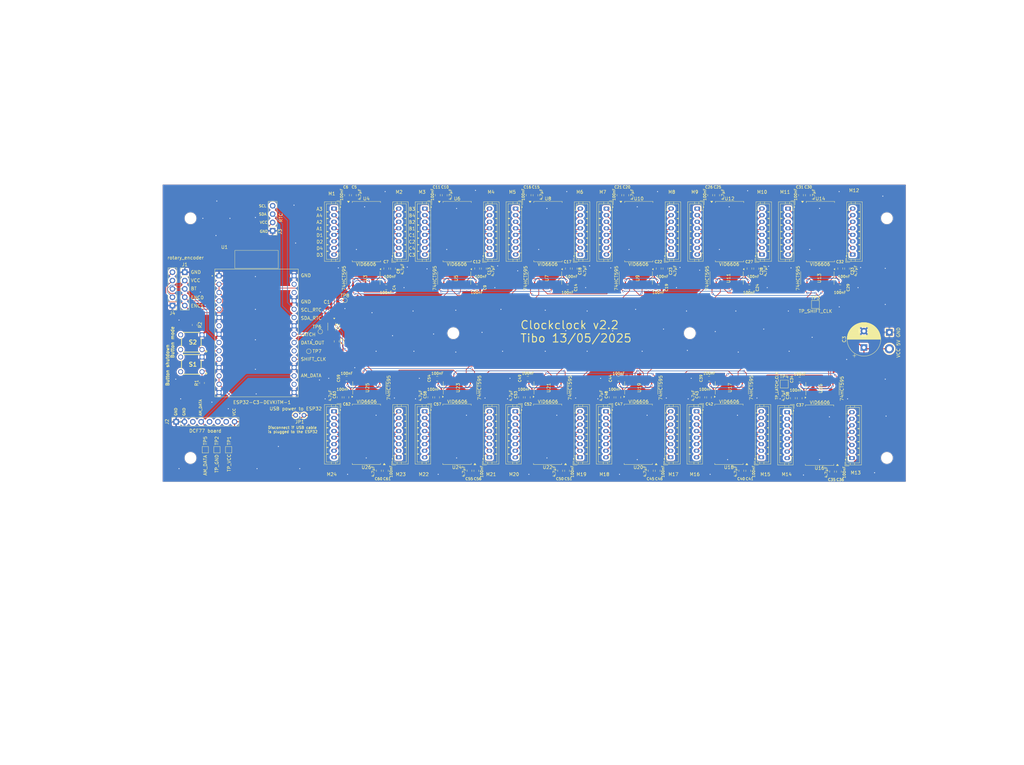
<source format=kicad_pcb>
(kicad_pcb (version 20241229) (generator "pcbnew") (generator_version "9.0")
  (title_block (title "Main board clockclock") (date "2025-02-26"))
  (layers (0 "F.Cu" signal) (2 "B.Cu" signal) (13 "F.Paste" user) (15 "B.Paste" user) (5 "F.SilkS" user "F.Silkscreen") (7 "B.SilkS" user "B.Silkscreen") (1 "F.Mask" user) (3 "B.Mask" user) (25 "Edge.Cuts" user))
  (net 0 "")
  (net 1 "GND")
  (net 2 "SHIFT_CLOCK")
  (net 3 "LATCH_CLOCK")
  (net 4 "/control_board/DATA_OUT")
  (net 5 "VCC")
  (net 6 "/control_board/AM_DATA")
  (net 8 "/control_board/SCL_RTC")
  (net 10 "/control_board/SDA_RTC")
  (net 11 "/control_board/PIN_BUTTON_SHUTDOWN")
  (net 12 "/control_board/PIN_BUTTON_ENCODER")
  (net 13 "/control_board/PIN_BUTTON_MODE")
  (net 15 "/control_board/PIN_ENCODER_0")
  (net 16 "/control_board/PIN_ENCODER_1")
  (net 18 "Net-(JP1-B)")
  (net 21 "/motor_driver0/B4")
  (net 22 "/motor_driver0/A3")
  (net 23 "/motor_driver0/B1")
  (net 24 "/motor_driver0/A4")
  (net 25 "/motor_driver0/B2")
  (net 26 "/motor_driver0/A1")
  (net 27 "/motor_driver0/B3")
  (net 28 "/motor_driver0/A2")
  (net 29 "/motor_driver0/D1")
  (net 30 "/motor_driver0/D2")
  (net 31 "/motor_driver0/C3")
  (net 32 "/motor_driver0/C2")
  (net 33 "/motor_driver0/C4")
  (net 34 "/motor_driver0/D4")
  (net 35 "/motor_driver0/D3")
  (net 36 "/motor_driver0/C1")
  (net 37 "/motor_driver1/A1")
  (net 38 "/motor_driver1/B2")
  (net 39 "/motor_driver1/B3")
  (net 40 "/motor_driver1/A3")
  (net 41 "/motor_driver1/B4")
  (net 42 "/motor_driver1/A4")
  (net 43 "/motor_driver1/B1")
  (net 44 "/motor_driver1/A2")
  (net 45 "/motor_driver1/C1")
  (net 46 "/motor_driver1/C3")
  (net 47 "/motor_driver1/C4")
  (net 48 "/motor_driver1/D4")
  (net 49 "/motor_driver1/D2")
  (net 50 "/motor_driver1/C2")
  (net 51 "/motor_driver1/D1")
  (net 52 "/motor_driver1/D3")
  (net 53 "/motor_driver2/B2")
  (net 54 "/motor_driver2/A1")
  (net 55 "/motor_driver2/B4")
  (net 56 "/motor_driver2/A3")
  (net 57 "/motor_driver2/B3")
  (net 58 "/motor_driver2/B1")
  (net 59 "/motor_driver2/A4")
  (net 60 "/motor_driver2/A2")
  (net 61 "/motor_driver2/C2")
  (net 62 "/motor_driver2/D3")
  (net 63 "/motor_driver2/C4")
  (net 64 "/motor_driver2/D2")
  (net 65 "/motor_driver2/C3")
  (net 66 "/motor_driver2/D4")
  (net 67 "/motor_driver2/D1")
  (net 68 "/motor_driver2/C1")
  (net 69 "/motor_driver3/B1")
  (net 70 "/motor_driver3/A3")
  (net 71 "/motor_driver3/B3")
  (net 72 "/motor_driver3/A2")
  (net 73 "/motor_driver3/B2")
  (net 74 "/motor_driver3/B4")
  (net 75 "/motor_driver3/A1")
  (net 76 "/motor_driver3/A4")
  (net 77 "/motor_driver3/D1")
  (net 78 "/motor_driver3/D4")
  (net 79 "/motor_driver3/C1")
  (net 80 "/motor_driver3/D2")
  (net 81 "/motor_driver3/C4")
  (net 82 "/motor_driver3/C2")
  (net 83 "/motor_driver3/D3")
  (net 84 "/motor_driver3/C3")
  (net 85 "/motor_driver4/B4")
  (net 86 "/motor_driver4/B3")
  (net 87 "/motor_driver4/A2")
  (net 88 "/motor_driver4/B1")
  (net 89 "/motor_driver4/B2")
  (net 90 "/motor_driver4/A1")
  (net 91 "/motor_driver4/A4")
  (net 92 "/motor_driver4/A3")
  (net 93 "/motor_driver4/C2")
  (net 94 "/motor_driver4/C1")
  (net 95 "/motor_driver4/D4")
  (net 96 "/motor_driver4/C4")
  (net 97 "/motor_driver4/D1")
  (net 98 "/motor_driver4/C3")
  (net 99 "/motor_driver4/D2")
  (net 100 "/motor_driver4/D3")
  (net 101 "/motor_driver5/B1")
  (net 102 "/motor_driver5/B4")
  (net 103 "/motor_driver5/B3")
  (net 104 "/motor_driver5/B2")
  (net 105 "/motor_driver5/A1")
  (net 106 "/motor_driver5/A2")
  (net 107 "/motor_driver5/A4")
  (net 108 "/motor_driver5/A3")
  (net 109 "/motor_driver5/D3")
  (net 110 "/motor_driver5/C2")
  (net 111 "/motor_driver5/D2")
  (net 112 "/motor_driver5/C1")
  (net 113 "/motor_driver5/D4")
  (net 114 "/motor_driver5/C3")
  (net 115 "/motor_driver5/D1")
  (net 116 "/motor_driver5/C4")
  (net 117 "/motor_driver0/DATA_OUT")
  (net 118 "/motor_driver1/DATA_OUT")
  (net 119 "/motor_driver2/DATA_OUT")
  (net 120 "/motor_driver3/DATA_OUT")
  (net 121 "/motor_driver4/DATA_OUT")
  (net 122 "/motor_driver5/DATA_OUT")
  (net 123 "/motor_driver6/DATA_OUT")
  (net 124 "/motor_driver7/DATA_OUT")
  (net 125 "/motor_driver8/DATA_OUT")
  (net 126 "/motor_driver10/DATA_IN")
  (net 127 "/motor_driver10/DATA_OUT")
  (net 128 "/motor_driver11/DATA_OUT")
  (net 129 "/motor_driver6/A2")
  (net 130 "/motor_driver6/A4")
  (net 131 "/motor_driver6/B1")
  (net 132 "/motor_driver6/B2")
  (net 133 "/motor_driver6/B3")
  (net 134 "/motor_driver6/B4")
  (net 135 "/motor_driver6/A1")
  (net 136 "/motor_driver6/A3")
  (net 137 "/motor_driver6/D4")
  (net 138 "/motor_driver6/C1")
  (net 139 "/motor_driver6/D3")
  (net 140 "/motor_driver6/C2")
  (net 141 "/motor_driver6/C4")
  (net 142 "/motor_driver6/C3")
  (net 143 "/motor_driver6/D2")
  (net 144 "/motor_driver6/D1")
  (net 145 "/motor_driver7/B3")
  (net 146 "/motor_driver7/A3")
  (net 147 "/motor_driver7/A4")
  (net 148 "/motor_driver7/B2")
  (net 149 "/motor_driver7/B4")
  (net 150 "/motor_driver7/A1")
  (net 151 "/motor_driver7/A2")
  (net 152 "/motor_driver7/B1")
  (net 153 "/motor_driver7/C3")
  (net 154 "/motor_driver7/C2")
  (net 155 "/motor_driver7/C4")
  (net 156 "/motor_driver7/D3")
  (net 157 "/motor_driver7/C1")
  (net 158 "/motor_driver7/D4")
  (net 159 "/motor_driver7/D1")
  (net 160 "/motor_driver7/D2")
  (net 161 "/motor_driver8/A2")
  (net 162 "/motor_driver8/A1")
  (net 163 "/motor_driver8/B2")
  (net 164 "/motor_driver8/B4")
  (net 165 "/motor_driver8/A3")
  (net 166 "/motor_driver8/B1")
  (net 167 "/motor_driver8/B3")
  (net 168 "/motor_driver8/A4")
  (net 169 "/motor_driver8/C2")
  (net 170 "/motor_driver8/D1")
  (net 171 "/motor_driver8/D4")
  (net 172 "/motor_driver8/D3")
  (net 173 "/motor_driver8/D2")
  (net 174 "/motor_driver8/C3")
  (net 175 "/motor_driver8/C1")
  (net 176 "/motor_driver8/C4")
  (net 177 "/motor_driver9/A1")
  (net 178 "/motor_driver9/B4")
  (net 179 "/motor_driver9/B2")
  (net 180 "/motor_driver9/B1")
  (net 181 "/motor_driver9/A3")
  (net 182 "/motor_driver9/B3")
  (net 183 "/motor_driver9/A4")
  (net 184 "/motor_driver9/A2")
  (net 185 "/motor_driver9/D1")
  (net 186 "/motor_driver9/D4")
  (net 187 "/motor_driver9/C4")
  (net 188 "/motor_driver9/C1")
  (net 189 "/motor_driver9/C3")
  (net 190 "/motor_driver9/D3")
  (net 191 "/motor_driver9/D2")
  (net 192 "/motor_driver9/C2")
  (net 193 "/motor_driver10/A4")
  (net 194 "/motor_driver10/A3")
  (net 195 "/motor_driver10/B4")
  (net 196 "/motor_driver10/B2")
  (net 197 "/motor_driver10/A1")
  (net 198 "/motor_driver10/A2")
  (net 199 "/motor_driver10/B1")
  (net 200 "/motor_driver10/B3")
  (net 201 "/motor_driver10/C3")
  (net 202 "/motor_driver10/D1")
  (net 203 "/motor_driver10/D2")
  (net 204 "/motor_driver10/C4")
  (net 205 "/motor_driver10/C2")
  (net 206 "/motor_driver10/C1")
  (net 207 "/motor_driver10/D4")
  (net 208 "/motor_driver10/D3")
  (net 209 "/motor_driver11/B1")
  (net 210 "/motor_driver11/A4")
  (net 211 "/motor_driver11/B2")
  (net 212 "/motor_driver11/A2")
  (net 213 "/motor_driver11/B4")
  (net 214 "/motor_driver11/B3")
  (net 215 "/motor_driver11/A1")
  (net 216 "/motor_driver11/A3")
  (net 217 "/motor_driver11/C1")
  (net 218 "/motor_driver11/D2")
  (net 219 "/motor_driver11/C2")
  (net 220 "/motor_driver11/C4")
  (net 221 "/motor_driver11/D1")
  (net 222 "/motor_driver11/C3")
  (net 223 "/motor_driver11/D4")
  (net 224 "/motor_driver11/D3")
  (net 225 "/control_board/VCC_3V3")
  (net 229 "/motor_driver0/DIR_B")
  (net 230 "/motor_driver0/DIR_A")
  (net 231 "/motor_driver0/STEP_B")
  (net 232 "/motor_driver0/STEP_C")
  (net 233 "/motor_driver0/STEP_A")
  (net 234 "/motor_driver0/DIR_C")
  (net 235 "/motor_driver0/STEP_D")
  (net 236 "/motor_driver0/DIR_D")
  (net 237 "/motor_driver1/DIR_B")
  (net 238 "/motor_driver1/STEP_B")
  (net 239 "/motor_driver1/STEP_A")
  (net 240 "/motor_driver1/DIR_C")
  (net 241 "/motor_driver1/DIR_A")
  (net 242 "/motor_driver1/DIR_D")
  (net 243 "/motor_driver1/STEP_D")
  (net 244 "/motor_driver1/STEP_C")
  (net 245 "/motor_driver2/DIR_A")
  (net 246 "/motor_driver2/STEP_B")
  (net 247 "/motor_driver2/DIR_B")
  (net 248 "/motor_driver2/STEP_C")
  (net 249 "/motor_driver2/STEP_D")
  (net 250 "/motor_driver2/DIR_C")
  (net 251 "/motor_driver2/STEP_A")
  (net 252 "/motor_driver2/DIR_D")
  (net 253 "/motor_driver3/STEP_D")
  (net 254 "/motor_driver3/DIR_B")
  (net 255 "/motor_driver3/DIR_A")
  (net 256 "/motor_driver3/DIR_C")
  (net 257 "/motor_driver3/STEP_B")
  (net 258 "/motor_driver3/DIR_D")
  (net 259 "/motor_driver3/STEP_A")
  (net 260 "/motor_driver3/STEP_C")
  (net 261 "/motor_driver4/STEP_A")
  (net 262 "/motor_driver4/DIR_B")
  (net 263 "/motor_driver4/DIR_A")
  (net 264 "/motor_driver4/DIR_D")
  (net 265 "/motor_driver4/STEP_B")
  (net 266 "/motor_driver4/STEP_C")
  (net 267 "/motor_driver4/STEP_D")
  (net 268 "/motor_driver4/DIR_C")
  (net 269 "/motor_driver5/DIR_A")
  (net 270 "/motor_driver5/STEP_A")
  (net 271 "/motor_driver5/STEP_D")
  (net 272 "/motor_driver5/DIR_D")
  (net 273 "/motor_driver5/DIR_B")
  (net 274 "/motor_driver5/DIR_C")
  (net 275 "/motor_driver5/STEP_B")
  (net 276 "/motor_driver5/STEP_C")
  (net 277 "/motor_driver6/DIR_C")
  (net 278 "/motor_driver6/DIR_B")
  (net 279 "/motor_driver6/STEP_C")
  (net 280 "/motor_driver6/STEP_B")
  (net 281 "/motor_driver6/DIR_D")
  (net 282 "/motor_driver6/STEP_D")
  (net 283 "/motor_driver6/DIR_A")
  (net 284 "/motor_driver6/STEP_A")
  (net 285 "/motor_driver7/STEP_D")
  (net 286 "/motor_driver7/DIR_A")
  (net 287 "/motor_driver7/STEP_C")
  (net 288 "/motor_driver7/STEP_A")
  (net 289 "/motor_driver7/DIR_D")
  (net 290 "/motor_driver7/DIR_C")
  (net 291 "/motor_driver7/STEP_B")
  (net 292 "/motor_driver7/DIR_B")
  (net 293 "/motor_driver8/STEP_B")
  (net 294 "/motor_driver8/STEP_A")
  (net 295 "/motor_driver8/DIR_A")
  (net 296 "/motor_driver8/STEP_D")
  (net 297 "/motor_driver8/STEP_C")
  (net 298 "/motor_driver8/DIR_D")
  (net 299 "/motor_driver8/DIR_C")
  (net 300 "/motor_driver8/DIR_B")
  (net 301 "/motor_driver9/STEP_A")
  (net 302 "/motor_driver9/STEP_B")
  (net 303 "/motor_driver9/DIR_D")
  (net 304 "/motor_driver9/STEP_D")
  (net 305 "/motor_driver9/DIR_C")
  (net 306 "/motor_driver9/DIR_B")
  (net 307 "/motor_driver9/DIR_A")
  (net 308 "/motor_driver9/STEP_C")
  (net 309 "/motor_driver10/DIR_A")
  (net 310 "/motor_driver10/STEP_D")
  (net 311 "/motor_driver10/STEP_A")
  (net 312 "/motor_driver10/DIR_D")
  (net 313 "/motor_driver10/DIR_B")
  (net 314 "/motor_driver10/STEP_B")
  (net 315 "/motor_driver10/DIR_C")
  (net 316 "/motor_driver10/STEP_C")
  (net 317 "/motor_driver11/DIR_D")
  (net 318 "/motor_driver11/STEP_B")
  (net 319 "/motor_driver11/DIR_B")
  (net 320 "/motor_driver11/STEP_C")
  (net 321 "/motor_driver11/STEP_A")
  (net 322 "/motor_driver11/DIR_A")
  (net 323 "/motor_driver11/STEP_D")
  (net 324 "/motor_driver11/DIR_C")
  (net 325 "/control_board/SHIFT_CLOCK_3V3")
  (net 326 "/control_board/LATCH_CLOCK_3V3")
  (footprint "Capacitor_SMD:C_0805_2012Metric" (layer "F.Cu") (at 164.618994 126.911112 -90)
    (property "Reference" "C51")
    (property "Value" "100nF")
  )
  (footprint "Capacitor_SMD:C_0805_2012Metric" (layer "F.Cu") (at 207.864004 98.863612 180)
    (property "Reference" "C39")
    (property "Value" "100nF")
  )
  (footprint "Capacitor_SMD:C_0805_2012Metric" (layer "F.Cu") (at 97.635005 42.9525 90)
    (property "Reference" "C6")
    (property "Value" "100nF")
  )
  (footprint "Capacitor_SMD:C_0805_2012Metric" (layer "F.Cu") (at 247.783997 71)
    (property "Reference" "C29")
    (property "Value" "100nF")
  )
  (footprint "Connector_JST:JST_PH_B8B-PH-K_1x08_P2.00mm_Vertical" (layer "F.Cu") (at 168.569 122.816112 90)
    (property "Reference" "M19")
    (property "Value" "Conn motor 0")
  )
  (footprint "Package_SO:SOIC-16_3.9x9.9mm_P1.27mm" (layer "F.Cu") (at 157.919005 68.2025 -90)
    (property "Reference" "U7" (hide yes))
    (property "Value" "74HCT595")
  )
  (footprint "Connector_JST:JST_PH_B8B-PH-K_1x08_P2.00mm_Vertical" (layer "F.Cu") (at 113.385 122.816112 90)
    (property "Reference" "M23")
    (property "Value" "Conn motor 0")
  )
  (footprint "Connector_PinHeader_2.54mm:PinHeader_1x04_P2.54mm_Vertical" (layer "F.Cu") (at 75 53.8 180)
    (property "Reference" "J3")
    (property "Value" "RTC")
  )
  (footprint "Connector_JST:JST_PH_B8B-PH-K_1x08_P2.00mm_Vertical" (layer "F.Cu") (at 93.685 108.816112 -90)
    (property "Reference" "M24")
    (property "Value" "Conn motor 1")
  )
  (footprint "Capacitor_SMD:C_0805_2012Metric" (layer "F.Cu") (at 217.701226 126.896435 -90)
    (property "Reference" "C40")
    (property "Value" "4.7µF")
  )
  (footprint "Package_SO:SOP-28_8.4x18.16mm_P1.27mm" (layer "F.Cu") (at 131.127 115.816112 180)
    (property "Reference" "U24")
    (property "Value" "VID6606")
  )
  (footprint "Capacitor_SMD:C_0805_2012Metric" (layer "F.Cu") (at 139.296712 65.322532 -90)
    (property "Reference" "C13")
    (property "Value" "4.7µF")
  )
  (footprint "Package_SO:SOP-28_8.4x18.16mm_P1.27mm" (layer "F.Cu") (at 103.535 115.816112 180)
    (property "Reference" "U26")
    (property "Value" "VID6606")
  )
  (footprint "TestPoint:TestPoint_Pad_D1.0mm" (layer "F.Cu") (at 97 75)
    (property "Reference" "TP8")
    (property "Value" "DATA_OUT" (hide yes))
  )
  (footprint "Connector_JST:JST_PH_B8B-PH-K_1x08_P2.00mm_Vertical" (layer "F.Cu") (at 176.461 108.816112 -90)
    (property "Reference" "M18")
    (property "Value" "Conn motor 1")
  )
  (footprint "Package_SO:SOP-28_8.4x18.16mm_P1.27mm" (layer "F.Cu") (at 241.745 54.0475)
    (property "Reference" "U14")
    (property "Value" "VID6606")
  )
  (footprint "Resistor_SMD:R_0805_2012Metric" (layer "F.Cu") (at 51.25 82.5 -90)
    (property "Reference" "R2")
    (property "Value" "10k")
  )
  (footprint "Package_SO:SOIC-16_3.9x9.9mm_P1.27mm" (layer "F.Cu") (at 240.845005 68.2025 -90)
    (property "Reference" "U13" (hide yes))
    (property "Value" "74HCT595")
  )
  (footprint "TestPoint:TestPoint_Keystone_5005-5009_Compact" (layer "F.Cu") (at 262.75 89.75 90)
    (property "Reference" "VCC_DCDC1" (hide yes))
    (property "Value" "VCC 5V")
  )
  (footprint "Package_SO:SOIC-16_3.9x9.9mm_P1.27mm" (layer "F.Cu") (at 187.210995 101.661112 90)
    (property "Reference" "U19" (hide yes))
    (property "Value" "74HCT595")
  )
  (footprint "Capacitor_SMD:C_0805_2012Metric" (layer "F.Cu") (at 220.141997 71)
    (property "Reference" "C24")
    (property "Value" "100nF")
  )
  (footprint "Capacitor_SMD:C_0805_2012Metric" (layer "F.Cu") (at 180.272004 98.863612 180)
    (property "Reference" "C44")
    (property "Value" "100nF")
  )
  (footprint "Connector_JST:JST_PH_B8B-PH-K_1x08_P2.00mm_Vertical" (layer "F.Cu") (at 223.753 122.816112 90)
    (property "Reference" "M15")
    (property "Value" "Conn motor 0")
  )
  (footprint "Capacitor_SMD:C_0805_2012Metric" (layer "F.Cu") (at 150.599289 104.54108 90)
    (property "Reference" "C53")
    (property "Value" "4.7µF")
  )
  (footprint "TestPoint:TestPoint_Pad_2.0x2.0mm" (layer "F.Cu") (at 240.25 76.25)
    (property "Reference" "TP3")
    (property "Value" "TP_SHIFT_CLK")
  )
  (footprint "Samacsys:FSM4JH" (layer "F.Cu") (at 50.25 94.5 180)
    (property "Reference" "S1")
    (property "Value" "Button shutdown")
  )
  (footprint "Capacitor_SMD:C_0805_2012Metric" (layer "F.Cu") (at 162.517226 126.896435 -90)
    (property "Reference" "C50")
    (property "Value" "4.7µF")
  )
  (footprint "Capacitor_SMD:C_0805_2012Metric" (layer "F.Cu") (at 137.026994 126.911112 -90)
    (property "Reference" "C56")
    (property "Value" "100nF")
  )
  (footprint "Capacitor_SMD:C_0805_2012Metric" (layer "F.Cu") (at 94.5 87.5 -90)
    (property "Reference" "C2")
    (property "Value" "100nF")
  )
  (footprint "Capacitor_SMD:C_0805_2012Metric" (layer "F.Cu") (at 208.203005 42.9525 90)
    (property "Reference" "C26")
    (property "Value" "100nF")
  )
  (footprint "Connector_JST:JST_PH_B8B-PH-K_1x08_P2.00mm_Vertical" (layer "F.Cu") (at 121.277 108.816112 -90)
    (property "Reference" "M22")
    (property "Value" "Conn motor 1")
  )
  (footprint "Capacitor_THT:CP_Radial_D10.0mm_P5.00mm" (layer "F.Cu") (at 255 89.367677 90)
    (property "Reference" "C3")
    (property "Value" "ECA-1HM471")
  )
  (footprint "Capacitor_SMD:C_0805_2012Metric" (layer "F.Cu") (at 91.5 78.25 90)
    (property "Reference" "C1")
    (property "Value" "100nF")
  )
  (footprint "Package_SO:SOIC-16_3.9x9.9mm_P1.27mm" (layer "F.Cu") (at 213.203005 68.2025 -90)
    (property "Reference" "U11" (hide yes))
    (property "Value" "74HCT595")
  )
  (footprint "Capacitor_SMD:C_0805_2012Metric" (layer "F.Cu") (at 233.375289 104.79108 90)
    (property "Reference" "C38")
    (property "Value" "4.7µF")
  )
  (footprint "Capacitor_SMD:C_0805_2012Metric" (layer "F.Cu") (at 237.946773 42.967177 90)
    (property "Reference" "C30")
    (property "Value" "4.7µF")
  )
  (footprint "TestPoint:TestPoint_Pad_1.5x1.5mm" (layer "F.Cu") (at 58.05 120.5 -90)
    (property "Reference" "TP2")
    (property "Value" "TP_GND")
  )
  (footprint "Package_SO:SOIC-16_3.9x9.9mm_P1.27mm" (layer "F.Cu") (at 214.802995 101.661112 90)
    (property "Reference" "U17" (hide yes))
    (property "Value" "74HCT595")
  )
  (footprint "Capacitor_SMD:C_0805_2012Metric" (layer "F.Cu") (at 235.456004 99.113612 180)
    (property "Reference" "C34")
    (property "Value" "100nF")
  )
  (footprint "Connector_JST:JST_PH_B8B-PH-K_1x08_P2.00mm_Vertical" (layer "F.Cu") (at 176.611 47.0475 -90)
    (property "Reference" "M7")
    (property "Value" "Conn motor 0")
  )
  (footprint "Capacitor_SMD:C_0805_2012Metric" (layer "F.Cu") (at 190.109226 126.896435 -90)
    (property "Reference" "C45")
    (property "Value" "4.7µF")
  )
  (footprint "Capacitor_SMD:C_0805_2012Metric" (layer "F.Cu") (at 219.802994 126.911112 -90)
    (property "Reference" "C41")
    (property "Value" "100nF")
  )
  (footprint "Package_SO:SOIC-16_3.9x9.9mm_P1.27mm" (layer "F.Cu") (at 130.277005 68.2025 -90)
    (property "Reference" "U5" (hide yes))
    (property "Value" "74HCT595")
  )
  (footprint "Package_SO:SOIC-16_3.9x9.9mm_P1.27mm" (layer "F.Cu") (at 185.561005 68.2025 -90)
    (property "Reference" "U9" (hide yes))
    (property "Value" "74HCT595")
  )
  (footprint "Package_SO:SOP-28_8.4x18.16mm_P1.27mm" (layer "F.Cu") (at 213.903 115.816112 180)
    (property "Reference" "U18")
    (property "Value" "VID6606")
  )
  (footprint "Connector_JST:JST_PH_B8B-PH-K_1x08_P2.00mm_Vertical" (layer "F.Cu") (at 204.053 108.816112 -90)
    (property "Reference" "M16")
    (property "Value" "Conn motor 1")
  )
  (footprint "Connector_JST:JST_PH_B8B-PH-K_1x08_P2.00mm_Vertical" (layer "F.Cu") (at 251.595 61.0475 90)
    (property "Reference" "M12")
    (property "Value" "Conn motor 1")
  )
  (footprint "Capacitor_SMD:C_0805_2012Metric" (layer "F.Cu") (at 97.496004 98.863612 180)
    (property "Reference" "C59")
    (property "Value" "100nF")
  )
  (footprint "Capacitor_SMD:C_0805_2012Metric" (layer "F.Cu") (at 180.244424 104.552419 90)
    (property "Reference" "C47")
    (property "Value" "100nF")
  )
  (footprint "Connector_PinHeader_2.54mm:PinHeader_1x05_P2.54mm_Vertical" (layer "F.Cu") (at 48.25 66.42)
    (property "Reference" "J1")
    (property "Value" "rotary_encoder")
  )
  (footprint "TestPoint:TestPoint_Pad_D1.0mm" (layer "F.Cu") (at 86 90.5)
    (property "Reference" "TP7")
    (property "Value" "TP_SHIFT_CLK" (hide yes))
  )
  (footprint "TestPoint:TestPoint_Pad_2.0x2.0mm" (layer "F.Cu") (at 230.75 100.5)
    (property "Reference" "TP4")
    (property "Value" "TP_LATCH_CLK")
  )
  (footprint "Capacitor_SMD:C_0805_2012Metric" (layer "F.Cu") (at 152.652424 104.552419 90)
    (property "Reference" "C52")
    (property "Value" "100nF")
  )
  (footprint "Capacitor_SMD:C_0805_2012Metric" (layer "F.Cu") (at 207.836424 104.552419 90)
    (property "Reference" "C42")
    (property "Value" "100nF")
  )
  (footprint "Package_SO:SOIC-16_3.9x9.9mm_P1.27mm" (layer "F.Cu") (at 102.635005 68.2025 -90)
    (property "Reference" "U3" (hide yes))
    (property "Value" "74HCT595")
  )
  (footprint "Capacitor_SMD:C_0805_2012Metric" (layer "F.Cu") (at 99.736773 42.967177 90)
    (property "Reference" "C5")
    (property "Value" "4.7µF")
  )
  (footprint "TestPoint:TestPoint_THTPad_2.0x2.0mm_Drill1.0mm" (layer "F.Cu") (at 262.75 84.75 90)
    (property "Reference" "GND_DCDC1" (hide yes))
    (property "Value" "GND")
  )
  (footprint "Package_SO:SOP-28_8.4x18.16mm_P1.27mm" (layer "F.Cu") (at 241.495 116.066112 180)
    (property "Reference" "U16")
    (property "Value" "VID6606")
  )
  (footprint "Connector_JST:JST_PH_B8B-PH-K_1x08_P2.00mm_Vertical" (layer "F.Cu") (at 141.027 61.0475 90)
    (property "Reference" "M4")
    (property "Value" "Conn motor 1")
  )
  (footprint "Capacitor_SMD:C_0805_2012Metric" (layer "F.Cu") (at 123.007289 104.54108 90)
    (property "Reference" "C58")
    (property "Value" "4.7µF")
  )
  (footprint "Connector_JST:JST_PH_B8B-PH-K_1x08_P2.00mm_Vertical" (layer "F.Cu") (at 113.385 61.0475 90)
    (property "Reference" "M2")
    (property "Value" "Conn motor 1")
  )
  (footprint "Capacitor_SMD:C_0805_2012Metric" (layer "F.Cu") (at 164.885577 65.311193 -90)
    (property "Reference" "C17")
    (property "Value" "100nF")
  )
  (footprint "Capacitor_SMD:C_0805_2012Metric" (layer "F.Cu") (at 220.169577 65.311193 -90)
    (property "Reference" "C27")
    (property "Value" "100nF")
  )
  (footprint "Connector_JST:JST_PH_B8B-PH-K_1x08_P2.00mm_Vertical" (layer "F.Cu") (at 148.969 47.0475 -90)
    (property "Reference" "M5")
    (property "Value" "Conn motor 0")
  )
  (footprint "Capacitor_SMD:C_0805_2012Metric" (layer "F.Cu") (at 95.415289 104.54108 90)
    (property "Reference" "C63")
    (property "Value" "4.7µF")
  )
  (footprint "Capacitor_SMD:C_0805_2012Metric" (layer "F.Cu") (at 210.304773 42.967177 90)
    (property "Reference" "C25")
    (property "Value" "4.7µF")
  )
  (footprint "Connector_JST:JST_PH_B8B-PH-K_1x08_P2.00mm_Vertical" (layer "F.Cu") (at 204.253 47.0475 -90)
    (property "Reference" "M9")
    (property "Value" "Conn motor 0")
  )
  (footprint "Package_SO:SOIC-16_3.9x9.9mm_P1.27mm" (layer "F.Cu") (at 132.026995 101.661112 90)
    (property "Reference" "U23" (hide yes))
    (property "Value" "74HCT595")
  )
  (footprint "Capacitor_SMD:C_0805_2012Metric" (layer "F.Cu") (at 192.499997 71)
    (property "Reference" "C19")
    (property "Value" "100nF")
  )
  (footprint "Package_SO:SOP-28_8.4x18.16mm_P1.27mm" (layer "F.Cu") (at 158.819 54.0475)
    (property "Reference" "U8")
    (property "Value" "VID6606")
  )
  (footprint "Connector_JST:JST_PH_B8B-PH-K_1x08_P2.00mm_Vertical" (layer "F.Cu") (at 140.977 122.816112 90)
    (property "Reference" "M21")
    (property "Value" "Conn motor 0")
  )
  (footprint "Capacitor_SMD:C_0805_2012Metric" (layer "F.Cu") (at 178.191289 104.54108 90)
    (property "Reference" "C48")
    (property "Value" "4.7µF")
  )
  (footprint "Capacitor_SMD:C_0805_2012Metric" (layer "F.Cu") (at 222.222712 65.322532 -90)
    (property "Reference" "C28")
    (property "Value" "4.7µF")
  )
  (footprint "Capacitor_SMD:C_0805_2012Metric" (layer "F.Cu") (at 194.580712 65.322532 -90)
    (property "Reference" "C23")
    (property "Value" "4.7µF")
  )
  (footprint "Capacitor_SMD:C_0805_2012Metric" (layer "F.Cu") (at 109.434994 126.911112 -90)
    (property "Reference" "C61")
    (property "Value" "100nF")
  )
  (footprint "Capacitor_SMD:C_0805_2012Metric" (layer "F.Cu") (at 182.662773 42.967177 90)
    (property "Reference" "C20")
    (property "Value" "4.7µF")
  )
  (footprint "Capacitor_SMD:C_0805_2012Metric" (layer "F.Cu") (at 111.654712 65.322532 -90)
    (property "Reference" "C8")
    (property "Value" "4.7µF")
  )
  (footprint "Connector_PinHeader_2.54mm:PinHeader_1x05_P2.54mm_Vertical" (layer "F.Cu") (at 44.5 76.58 180)
    (property "Reference" "J4")
    (property "Value" "rotary_encoder" (hide yes))
  )
  (footprint "Connector_JST:JST_PH_B8B-PH-K_1x08_P2.00mm_Vertical" (layer "F.Cu") (at 196.161 122.816112 90)
    (property "Reference" "M17")
    (property "Value" "Conn motor 0")
  )
  (footprint "Snapeda:ESP32-C3-DEVKITM-1_XCVR_ESP32-C3-DEVKITM-1" (layer "F.Cu") (at 70.1125 84.9239)
    (property "Reference" "U1")
    (property "Value" "ESP32-C3-DEVKITM-1")
  )
  (footprint "Package_SO:SOP-28_8.4x18.16mm_P1.27mm" (layer "F.Cu") (at 214.103 54.0475)
    (property "Reference" "U12")
    (property "Value" "VID6606")
  )
  (footprint "Capacitor_SMD:C_0805_2012Metric" (layer "F.Cu") (at 249.864712 65.322532 -90)
    (property "Reference" "C33")
    (property "Value" "4.7µF")
  )
  (footprint "Capacitor_SMD:C_0805_2012Metric" (layer "F.Cu") (at 192.527577 65.311193 -90)
    (property "Reference" "C22")
    (property "Value" "100nF")
  )
  (footprint "Capacitor_SMD:C_0805_2012Metric" (layer "F.Cu") (at 247.811577 65.311193 -90)
    (property "Reference" "C32")
    (property "Value" "100nF")
  )
  (footprint "Connector_JST:JST_PH_B8B-PH-K_1x08_P2.00mm_Vertical" (layer "F.Cu") (at 196.311 61.0475 90)
    (property "Reference" "M8")
    (property "Value" "Conn motor 1")
  )
  (footprint "Capacitor_SMD:C_0805_2012Metric" (layer "F.Cu") (at 125.088004 98.863612 180)
    (property "Reference" "C54")
    (property "Value" "100nF")
  )
  (footprint "Connector_JST:JST_PH_B8B-PH-K_1x08_P2.00mm_Vertical" (layer "F.Cu") (at 148.869 108.816112 -90)
    (property "Reference" "M20")
    (property "Value" "Conn motor 1")
  )
  (footprint "Capacitor_SMD:C_0805_2012Metric" (layer "F.Cu") (at 235.428424 104.802419 90)
    (property "Reference" "C37")
    (property "Value" "100nF")
  )
  (footprint "Capacitor_SMD:C_0805_2012Metric" (layer "F.Cu") (at 235.845005 42.9525 90)
    (property "Reference" "C31")
    (property "Value" "100nF")
  )
  (footprint "Capacitor_SMD:C_0805_2012Metric" (layer "F.Cu") (at 164.857997 71)
    (property "Reference" "C14")
    (property "Value" "100nF")
  )
  (footprint "Capacitor_SMD:C_0805_2012Metric" (layer "F.Cu") (at 109.573997 71)
    (property "Reference" "C4")
    (property "Value" "100nF")
  )
  (footprint "Package_SO:SOP-28_8.4x18.16mm_P1.27mm" (layer "F.Cu") (at 158.719 115.816112 180)
    (property "Reference" "U22")
    (property "Value" "VID6606")
  )
  (footprint "Connector_JST:JST_PH_B8B-PH-K_1x08_P2.00mm_Vertical" (layer "F.Cu") (at 231.645 109.066112 -90)
    (property "Reference" "M14")
    (property "Value" "Conn motor 1")
  )
  (footprint "Capacitor_SMD:C_0805_2012Metric" (layer "F.Cu") (at 245.293226 127.146435 -90)
    (property "Reference" "C35")
    (property "Value" "4.7µF")
  )
  (footprint "Samacsys:FSM4JH" (layer "F.Cu") (at 50.25 87.75 180)
    (property "Reference" "S2")
    (property "Value" "Button mode")
  )
  (footprint "Connector_JST:JST_PH_B8B-PH-K_1x08_P2.00mm_Vertical" (layer "F.Cu") (at 121.327 47.0475 -90)
    (property "Reference" "M3")
    (property "Value" "Conn motor 0")
  )
  (footprint "Capacitor_SMD:C_0805_2012Metric" (layer "F.Cu") (at 125.277005 42.9525 90)
    (property "Reference" "C11")
    (property "Value" "100nF")
  )
  (footprint "Package_SO:SOIC-16_3.9x9.9mm_P1.27mm" (layer "F.Cu") (at 104.434995 101.661112 90)
    (property "Reference" "U25" (hide yes))
    (property "Value" "74HCT595")
  )
  (footprint "Connector_PinSocket_2.54mm:PinSocket_1x08_P2.54mm_Vertical" (layer "F.Cu") (at 45.625 111.975 90)
    (property "Reference" "J2")
    (property "Value" "DCF77 board")
  )
  (footprint "Connector_JST:JST_PH_B8B-PH-K_1x08_P2.00mm_Vertical" (layer "F.Cu") (at 231.895 47.0475 -90)
    (property "Reference" "M11")
    (property "Value" "Conn motor 0")
  )
  (footprint "Capacitor_SMD:C_0805_2012Metric" (layer "F.Cu") (at 155.020773 42.967177 90)
    (property "Reference" "C15")
    (property "Value" "4.7µF")
  )
  (footprint "TestPoint:TestPoint_Pad_1.5x1.5mm" (layer "F.Cu") (at 54.5 120.5 -90)
    (property "Reference" "TP5")
    (property "Value" "AM_DATA")
  )
  (footprint "Connector_JST:JST_PH_B8B-PH-K_1x08_P2.00mm_Vertical" (layer "F.Cu") (at 223.953 61.0475 90)
    (property "Reference" "M10")
    (property "Value" "Conn motor 1")
  )
  (footprint "Connector_JST:JST_PH_B8B-PH-K_1x08_P2.00mm_Vertical" (layer "F.Cu") (at 168.669 61.0475 90)
    (property "Reference" "M6")
    (property "Value" "Conn motor 1")
  )
  (footprint "TestPoint:TestPoint_Pad_1.5x1.5mm" (layer "F.Cu") (at 61.6 120.5 -90)
    (property "Reference" "TP1")
    (property "Value" "TP_VCC")
  )
  (footprint "Package_SO:SOP-28_8.4x18.16mm_P1.27mm" (layer "F.Cu") (at 186.461 54.0475)
    (property "Reference" "U10")
    (property "Value" "VID6606")
  )
  (footprint "Capacitor_SMD:C_0805_2012Metric" (layer "F.Cu") (at 137.215997 71)
    (property "Reference" "C9")
    (property "Value" "100nF")
  )
  (footprint "Capacitor_SMD:C_0805_2012Metric" (layer "F.Cu") (at 109.601577 65.311193 -90)
    (property "Reference" "C7")
    (property "Value" "100nF")
  )
  (footprint "TestPoint:TestPoint_Pad_D1.0mm" (layer "F.Cu") (at 89.5 84.5)
    (property "Reference" "TP6")
    (property "Value" "TP_LATCH_CLK" (hide yes))
  )
  (footprint "Package_SO:SOIC-16_3.9x9.9mm_P1.27mm" (layer "F.Cu") (at 159.618995 101.661112 90)
    (property "Reference" "U21" (hide yes))
    (property "Value" "74HCT595")
  )
  (footprint "Capacitor_SMD:C_0805_2012Metric" (layer "F.Cu") (at 152.919005 42.9525 90)
    (property "Reference" "C16")
    (property "Value" "100nF")
  )
  (footprint "Package_SO:SOP-28_8.4x18.16mm_P1.27mm" (layer "F.Cu") (at 103.535 54.0475)
    (property "Reference" "U4")
    (property "Value" "VID6606")
  )
  (footprint "Connector_JST:JST_PH_B8B-PH-K_1x08_P2.00mm_Vertical" (layer "F.Cu") (at 251.345 123.066112 90)
    (property "Reference" "M13")
    (property "Value" "Conn motor 0")
  )
  (footprint "Package_SO:VSSOP-8_2.3x2mm_P0.5mm" (layer "F.Cu") (at 93 83 -90)
    (property "Reference" "U2")
    (property "Value" "TXB0102DCT")
  )
  (footprint "Capacitor_SMD:C_0805_2012Metric" (layer "F.Cu") (at 107.333226 126.896435 -90)
    (property "Reference" "C60")
    (property "Value" "4.7µF")
  )
  (footprint "Capacitor_SMD:C_0805_2012Metric" (layer "F.Cu") (at 192.210994 126.911112 -90)
    (property "Reference" "C46")
    (property "Value" "100nF")
  )
  (footprint "TestPoint:TestPoint_2Pads_Pitch2.54mm_Drill0.8mm" (layer "F.Cu") (at 84.54 110 180)
    (property "Reference" "JP1")
    (property "Value" "USB power to ESP32")
  )
  (footprint "Capacitor_SMD:C_0805_2012Metric" (layer "F.Cu") (at 97.468424 104.552419 90)
    (property "Reference" "C62")
    (property "Value" "100nF")
  )
  (footprint "Capacitor_SMD:C_0805_2012Metric" (layer "F.Cu") (at 137.243577 65.311193 -90)
    (property "Reference" "C12")
    (property "Value" "100nF")
  )
  (footprint "Capacitor_SMD:C_0805_2012Metric" (layer "F.Cu") (at 152.680004 98.863612 180)
    (property "Reference" "C49")
    (property "Value" "100nF")
  )
  (footprint "Package_SO:SOIC-16_3.9x9.9mm_P1.27mm" (layer "F.Cu") (at 242.394995 101.911112 90)
    (property "Reference" "U15" (hide yes))
    (property "Value" "74HCT595")
  )
  (footprint "Package_SO:SOP-28_8.4x18.16mm_P1.27mm" (layer "F.Cu") (at 131.177 54.0475)
    (property "Reference" "U6")
    (property "Value" "VID6606")
  )
  (footprint "Connector_JST:JST_PH_B8B-PH-K_1x08_P2.00mm_Vertical" (layer "F.Cu") (at 93.685 47.0475 -90)
    (property "Reference" "M1")
    (property "Value" "Conn motor 0")
  )
  (footprint "Capacitor_SMD:C_0805_2012Metric" (layer "F.Cu") (at 247.394994 127.161112 -90)
    (property "Reference" "C36")
    (property "Value" "100nF")
  )
  (footprint "Capacitor_SMD:C_0805_2012Metric" (layer "F.Cu") (at 134.925226 126.896435 -90)
    (property "Reference" "C55")
    (property "Value" "4.7µF")
  )
  (footprint "Capacitor_SMD:C_0805_2012Metric" (layer "F.Cu") (at 205.783289 104.54108 90)
    (property "Reference" "C43")
    (property "Value" "4.7µF")
  )
  (footprint "Capacitor_SMD:C_0805_2012Metric" (layer "F.Cu") (at 125.060424 104.552419 90)
    (property "Reference" "C57")
    (property "Value" "100nF")
  )
  (footprint "Capacitor_SMD:C_0805_2012Metric" (layer "F.Cu") (at 127.378773 42.967177 90)
    (property "Reference" "C10")
    (property "Value" "4.7µF")
  )
  (footprint "Capacitor_SMD:C_0805_2012Metric" (layer "F.Cu") (at 180.561005 42.9525 90)
    (property "Reference" "C21")
    (property "Value" "100nF")
  )
  (footprint "Package_SO:SOP-28_8.4x18.16mm_P1.27mm" (layer "F.Cu") (at 186.311 115.816112 180)
    (property "Reference" "U20")
    (property "Value" "VID6606")
  )
  (footprint "Capacitor_SMD:C_0805_2012Metric" (layer "F.Cu") (at 166.938712 65.322532 -90)
    (property "Reference" "C18")
    (property "Value" "4.7µF")
  )
  (footprint "Resistor_SMD:R_0805_2012Metric" (layer "F.Cu") (at 53.5 100.1625 90)
    (property "Reference" "R1")
    (property "Value" "10k")
  )
  (gr_rect (start 63.5 59.76555) (end 76.692082 65.23445) (stroke (width 0.1)) (fill no) (layer "F.SilkS"))
  (gr_circle (center 50 123) (end 51.8 123) (stroke (width 0.1)) (fill no) (layer "Edge.Cuts"))
  (gr_circle (center 50 50) (end 51.8 50) (stroke (width 0.1)) (fill no) (layer "Edge.Cuts"))
  (gr_circle (center 202 85) (end 203.8 85) (stroke (width 0.1)) (fill no) (layer "Edge.Cuts"))
  (gr_circle (center 130 85) (end 131.8 85) (stroke (width 0.1)) (fill no) (layer "Edge.Cuts"))
  (gr_circle (center 262 50) (end 263.8 50) (stroke (width 0.1)) (fill no) (layer "Edge.Cuts"))
  (gr_circle (center 262 123) (end 263.8 123) (stroke (width 0.1)) (fill no) (layer "Edge.Cuts"))
  (gr_rect (start 41.5 39.75) (end 267.75 130.25) (stroke (width 0.05)) (fill no) (layer "Edge.Cuts"))
  (gr_text "GND" (at 46 110.25 90) (layer "F.SilkS") (effects (font (size 0.8 0.8) (thickness 0.15) (bold yes)) (justify left bottom)))
  (gr_text "VCC" (at 63.75 110.25 90) (layer "F.SilkS") (effects (font (size 0.8 0.8) (thickness 0.15) (bold yes)) (justify left bottom)))
  (gr_text "D1" (at 88.25 55.75 0) (layer "F.SilkS") (effects (font (size 1 1)) (justify left bottom)))
  (gr_text "D3" (at 88.25 61.75 0) (layer "F.SilkS") (effects (font (size 1 1)) (justify left bottom)))
  (gr_text "Disconnect if USB cable\nis plugged to the ESP32" (at 73.5 115.5 0) (layer "F.SilkS") (effects (font (size 0.8 0.8) (thickness 0.15) (bold yes)) (justify left bottom)))
  (gr_text "ENC0" (at 50 74.75 0) (layer "F.SilkS") (effects (font (size 1 1)) (justify left bottom)))
  (gr_text "A1" (at 88.25 53.75 0) (layer "F.SilkS") (effects (font (size 1 1)) (justify left bottom)))
  (gr_text "D4" (at 88.25 59.75 0) (layer "F.SilkS") (effects (font (size 1 1)) (justify left bottom)))
  (gr_text "VCC" (at 50 69.5 0) (layer "F.SilkS") (effects (font (size 1 1)) (justify left bottom)))
  (gr_text "SDA_RTC" (at 83.5 81 0) (layer "F.SilkS") (effects (font (size 1 1)) (justify left bottom)))
  (gr_text "ENC1" (at 50 77.25 0) (layer "F.SilkS") (effects (font (size 1 1)) (justify left bottom)))
  (gr_text "B2" (at 116.345067 51.75 0) (layer "F.SilkS") (effects (font (size 1 1)) (justify left bottom)))
  (gr_text "SCL_RTC" (at 83.5 78.5 0) (layer "F.SilkS") (effects (font (size 1 1)) (justify left bottom)))
  (gr_text "B3" (at 116.345067 47.75 0) (layer "F.SilkS") (effects (font (size 1 1)) (justify left bottom)))
  (gr_text "C1" (at 116.345067 55.75 0) (layer "F.SilkS") (effects (font (size 1 1)) (justify left bottom)))
  (gr_text "SCL" (at 70.75 46.72 0) (layer "F.SilkS") (effects (font (size 0.8 0.8) (thickness 0.15) (bold yes)) (justify left bottom)))
  (gr_text "D2" (at 88.25 57.75 0) (layer "F.SilkS") (effects (font (size 1 1)) (justify left bottom)))
  (gr_text "A2" (at 88.25 51.75 0) (layer "F.SilkS") (effects (font (size 1 1)) (justify left bottom)))
  (gr_text "SDA" (at 70.75 49.22 0) (layer "F.SilkS") (effects (font (size 0.8 0.8) (thickness 0.15) (bold yes)) (justify left bottom)))
  (gr_text "SHIFT_CLK" (at 83.5 93.5 0) (layer "F.SilkS") (effects (font (size 1 1)) (justify left bottom)))
  (gr_text "LATCH" (at 83.5 86 0) (layer "F.SilkS") (effects (font (size 1 1)) (justify left bottom)))
  (gr_text "B4" (at 116.345067 49.75 0) (layer "F.SilkS") (effects (font (size 1 1)) (justify left bottom)))
  (gr_text "GND" (at 83.5 68 0) (layer "F.SilkS") (effects (font (size 1 1)) (justify left bottom)))
  (gr_text "A3" (at 88.25 47.75 0) (layer "F.SilkS") (effects (font (size 1 1)) (justify left bottom)))
  (gr_text "GND" (at 71 54.47 0) (layer "F.SilkS") (effects (font (size 0.8 0.8) (thickness 0.15) (bold yes)) (justify left bottom)))
  (gr_text "GND" (at 83.5 76 0) (layer "F.SilkS") (effects (font (size 1 1)) (justify left bottom)))
  (gr_text "BT" (at 50 72 0) (layer "F.SilkS") (effects (font (size 1 1)) (justify left bottom)))
  (gr_text "GND" (at 50 67 0) (layer "F.SilkS") (effects (font (size 1 1)) (justify left bottom)))
  (gr_text "A4" (at 88.25 49.75 0) (layer "F.SilkS") (effects (font (size 1 1)) (justify left bottom)))
  (gr_text "C4" (at 116.345067 59.75 0) (layer "F.SilkS") (effects (font (size 1 1)) (justify left bottom)))
  (gr_text "C3" (at 116.345067 61.75 0) (layer "F.SilkS") (effects (font (size 1 1)) (justify left bottom)))
  (gr_text "Clockclock v2.2\nTibo 13/05/2025" (at 150.25 88 0) (layer "F.SilkS") (effects (font (size 2.5 2.5) (thickness 0.3) (bold yes)) (justify left bottom)))
  (gr_text "VCC" (at 71 51.72 0) (layer "F.SilkS") (effects (font (size 0.8 0.8) (thickness 0.15) (bold yes)) (justify left bottom)))
  (gr_text "B1" (at 116.345067 53.75 0) (layer "F.SilkS") (effects (font (size 1 1)) (justify left bottom)))
  (gr_text "AM_DATA" (at 53.5 110.25 90) (layer "F.SilkS") (effects (font (size 0.8 0.8) (thickness 0.15) (bold yes)) (justify left bottom)))
  (gr_text "GND" (at 48.5 110.25 90) (layer "F.SilkS") (effects (font (size 0.8 0.8) (thickness 0.15) (bold yes)) (justify left bottom)))
  (gr_text "C2" (at 116.345067 57.75 0) (layer "F.SilkS") (effects (font (size 1 1)) (justify left bottom)))
  (gr_text "AM_DATA" (at 83.5 98.5 0) (layer "F.SilkS") (effects (font (size 1 1)) (justify left bottom)))
  (gr_text "DATA_OUT" (at 83.5 88.5 0) (layer "F.SilkS") (effects (font (size 1 1)) (justify left bottom)))
  (segment (start 241.76 100.723612) (end 241.76 99.436112) (width 0.2) (layer "F.Cu") (net 1))
  (segment (start 93.25 79.05) (end 91.5 77.3) (width 0.2) (layer "F.Cu") (net 1))
  (segment (start 93.25 81.6) (end 93.25 79.05) (width 0.2) (layer "F.Cu") (net 1))
  (segment (start 242.018194 100.981806) (end 241.76 100.723612) (width 0.2) (layer "F.Cu") (net 1))
  (via (at 209.75 84.5) (size 0.6) (drill 0.3) (layers "F.Cu" "B.Cu") (net 1))
  (via (at 131 47) (size 0.6) (drill 0.3) (layers "F.Cu" "B.Cu") (net 1))
  (via (at 130.75 78) (size 0.6) (drill 0.3) (layers "F.Cu" "B.Cu") (net 1))
  (via (at 151.25 85.25) (size 0.6) (drill 0.3) (layers "F.Cu" "B.Cu") (net 1))
  (via (at 228.25 99.5) (size 0.6) (drill 0.3) (layers "F.Cu" "B.Cu") (net 1))
  (via (at 58 44.75) (size 0.6) (drill 0.3) (layers "F.Cu" "B.Cu") (net 1))
  (via (at 201 78.25) (size 0.6) (drill 0.3) (layers "F.Cu" "B.Cu") (net 1))
  (via (at 69.75 49.75) (size 0.6) (drill 0.3) (layers "F.Cu" "B.Cu") (net 1))
  (via (at 254 64.997304) (size 0.6) (drill 0.3) (layers "F.Cu" "B.Cu") (net 1))
  (via (at 149.6 66) (size 0.6) (drill 0.3) (layers "F.Cu" "B.Cu") (net 1))
  (via (at 261.75 110.25) (size 0.6) (drill 0.3) (layers "F.Cu" "B.Cu") (net 1))
  (via (at 70 103.5) (size 0.6) (drill 0.3) (layers "F.Cu" "B.Cu") (net 1))
  (via (at 216.5 110) (size 0.6) (drill 0.3) (layers "F.Cu" "B.Cu") (net 1))
  (via (at 128 59.5) (size 0.6) (drill 0.3) (layers "F.Cu" "B.Cu") (net 1))
  (via (at 146.5 105) (size 0.6) (drill 0.3) (layers "F.Cu" "B.Cu") (net 1))
  (via (at 158.5 47) (size 0.6) (drill 0.3) (layers "F.Cu" "B.Cu") (net 1))
  (via (at 62 50) (size 0.6) (drill 0.3) (layers "F.Cu" "B.Cu") (net 1))
  (via (at 170.75 90.5) (size 0.6) (drill 0.3) (layers "F.Cu" "B.Cu") (net 1))
  (via (at 131 123) (size 0.6) (drill 0.3) (layers "F.Cu" "B.Cu") (net 1))
  (via (at 261.5 99) (size 0.6) (drill 0.3) (layers "F.Cu" "B.Cu") (net 1))
  (via (at 232.25 90.5) (size 0.6) (drill 0.3) (layers "F.Cu" "B.Cu") (net 1))
  (via (at 226 64.6) (size 0.6) (drill 0.3) (layers "F.Cu" "B.Cu") (net 1))
  (via (at 185.5 77.75) (size 0.6) (drill 0.3) (layers "F.Cu" "B.Cu") (net 1))
  (via (at 100.5 59.5) (size 0.6) (drill 0.3) (layers "F.Cu" "B.Cu") (net 1))
  (via (at 56.5 106) (size 0.6) (drill 0.3) (layers "F.Cu" "B.Cu") (net 1))
  (via (at 241.5 123.5) (size 0.6) (drill 0.3) (layers "F.Cu" "B.Cu") (net 1))
  (via (at 147.25 98.75) (size 0.6) (drill 0.3) (layers "F.Cu" "B.Cu") (net 1))
  (via (at 69.75 67.75) (size 0.6) (drill 0.3) (layers "F.Cu" "B.Cu") (net 1))
  (via (at 242.018194 100.981806) (size 0.6) (drill 0.3) (layers "F.Cu" "B.Cu") (net 1))
  (via (at 87 87) (size 0.6) (drill 0.3) (layers "F.Cu" "B.Cu") (net 1))
  (via (at 106.5 110) (size 0.6) (drill 0.3) (layers "F.Cu" "B.Cu") (net 1))
  (via (at 122 65.4) (size 0.6) (drill 0.3) (layers "F.Cu" "B.Cu") (net 1))
  (via (at 236.6 128.2) (size 0.6) (drill 0.3) (layers "F.Cu" "B.Cu") (net 1))
  (via (at 258.25 127.5) (size 0.6) (drill 0.3) (layers "F.Cu" "B.Cu") (net 1))
  (via (at 89.25 99.25) (size 0.6) (drill 0.3) (layers "F.Cu" "B.Cu") (net 1))
  (via (at 53 72.5) (size 0.6) (drill 0.3) (layers "F.Cu" "B.Cu") (net 1))
  (via (at 214 46.5) (size 0.6) (drill 0.3) (layers "F.Cu" "B.Cu") (net 1))
  (via (at 192.18 41.863612) (size 0.6) (drill 0.3) (layers "F.Cu" "B.Cu") (net 1))
  (via (at 158.5 123) (size 0.6) (drill 0.3) (layers "F.Cu" "B.Cu") (net 1))
  (via (at 158 90.5) (size 0.6) (drill 0.3) (layers "F.Cu" "B.Cu") (net 1))
  (via (at 119.658 98.75) (size 0.6) (drill 0.3) (layers "F.Cu" "B.Cu") (net 1))
  (via (at 118 90.5) (size 0.6) (drill 0.3) (layers "F.Cu" "B.Cu") (net 1))
  (via (at 249.75 93) (size 0.6) (drill 0.3) (layers "F.Cu" "B.Cu") (net 1))
  (via (at 142.646 71.113612) (size 0.6) (drill 0.3) (layers "F.Cu" "B.Cu") (net 1))
  (via (at 197.93 71.113612) (size 0.6) (drill 0.3) (layers "F.Cu" "B.Cu") (net 1))
  (via (at 139.658 104.75) (size 0.6) (drill 0.3) (layers "F.Cu" "B.Cu") (net 1))
  (via (at 143.5 64.5) (size 0.6) (drill 0.3) (layers "F.Cu" "B.Cu") (net 1))
  (via (at 54.5 76.5) (size 0.6) (drill 0.3) (layers "F.Cu" "B.Cu") (net 1))
  (via (at 161.5 110) (size 0.6) (drill 0.3) (layers "F.Cu" "B.Cu") (net 1))
  (via (at 174.842 98.75) (size 0.6) (drill 0.3) (layers "F.Cu" "B.Cu") (net 1))
  (via (at 178.5 84.25) (size 0.6) (drill 0.3) (layers "F.Cu" "B.Cu") (net 1))
  (via (at 167.25 104.75) (size 0.6) (drill 0.3) (layers "F.Cu" "B.Cu") (net 1))
  (via (at 158 78) (size 0.6) (drill 0.3) (layers "F.Cu" "B.Cu") (net 1))
  (via (at 260.75 43.25) (size 0.6) (drill 0.3) (layers "F.Cu" "B.Cu") (net 1))
  (via (at 170.75 78.25) (size 0.6) (drill 0.3) (layers "F.Cu" "B.Cu") (net 1))
  (via (at 186 46.5) (size 0.6) (drill 0.3) (layers "F.Cu" "B.Cu") (net 1))
  (via (at 261.5 65.25) (size 0.6) (drill 0.3) (layers "F.Cu" "B.Cu") (net 1))
  (via (at 57.5 126.5) (size 0.6) (drill 0.3) (layers "F.Cu" "B.Cu") (net 1))
  (via (at 118.5 105) (size 0.6) (drill 0.3) (layers "F.Cu" "B.Cu") (net 1))
  (via (at 211 59.5) (size 0.6) (drill 0.3) (layers "F.Cu" "B.Cu") (net 1))
  (via (at 69.75 87) (size 0.6) (drill 0.3) (layers "F.Cu" "B.Cu") (net 1))
  (via (at 208.184 128) (size 0.6) (drill 0.3) (layers "F.Cu" "B.Cu") (net 1))
  (via (at 69.75 77.75) (size 0.6) (drill 0.3) (layers "F.Cu" "B.Cu") (net 1))
  (via (at 205 65.8) (size 0.6) (drill 0.3) (layers "F.Cu" "B.Cu") (net 1))
  (via (at 91 105) (size 0.6) (drill 0.3) (layers "F.Cu" "B.Cu") (net 1))
  (via (at 45.5 99) (size 0.6) (drill 0.3) (layers "F.Cu" "B.Cu") (net 1))
  (via (at 47 105) (size 0.6) (drill 0.3) (layers "F.Cu" "B.Cu") (net 1))
  (via (at 69.75 96) (size 0.6) (drill 0.3) (layers "F.Cu" "B.Cu") (net 1))
  (via (at 103 46.5) (size 0.6) (drill 0.3) (layers "F.Cu" "B.Cu") (net 1))
  (via (at 144.5 77.75) (size 0.6) (drill 0.3) (layers "F.Cu" "B.Cu") (net 1))
  (via (at 61.5 108) (size 0.6) (drill 0.3) (layers "F.Cu" "B.Cu") (net 1))
  (via (at 112.066 104.75) (size 0.6) (drill 0.3) (layers "F.Cu" "B.Cu") (net 1))
  (via (at 46.5 126.25) (size 0.6) (drill 0.3) (layers "F.Cu" "B.Cu") (net 1))
  (via (at 124 85.25) (size 0.6) (drill 0.3) (layers "F.Cu" "B.Cu") (net 1))
  (via (at 194 83.75) (size 0.6) (drill 0.3) (layers "F.Cu" "B.Cu") (net 1))
  (via (at 225.572 71.113612) (size 0.6) (drill 0.3) (layers "F.Cu" "B.Cu") (net 1))
  (via (at 153 128) (size 0.6) (drill 0.3) (layers "F.Cu" "B.Cu") (net 1))
  (via (at 229.5 105) (size 0.6) (drill 0.3) (layers "F.Cu" "B.Cu") (net 1))
  (via (at 180.592 128) (size 0.6) (drill 0.3) (layers "F.Cu" "B.Cu") (net 1))
  (via (at 174 105) (size 0.6) (drill 0.3) (layers "F.Cu" "B.Cu") (net 1))
  (via (at 201.25 90.25) (size 0.6) (drill 0.3) (layers "F.Cu" "B.Cu") (net 1))
  (via (at 250.026 105) (size 0.6) (drill 0.3) (layers "F.Cu" "B.Cu") (net 1))
  (via (at 109.254 41.863612) (size 0.6) (drill 0.3) (layers "F.Cu" "B.Cu") (net 1))
  (via (at 92.066 98.75) (size 0.6) (drill 0.3) (layers "F.Cu" "B.Cu") (net 1))
  (via (at 253.214 71.113612) (size 0.6) (drill 0.3) (layers "F.Cu" "B.Cu") (net 1))
  (via (at 70.25 126.25) (size 0.6) (drill 0.3) (layers "F.Cu" "B.Cu") (net 1))
  (via (at 216 78.25) (size 0.6) (drill 0.3) (layers "F.Cu" "B.Cu") (net 1))
  (via (at 261.5 76.25) (size 0.6) (drill 0.3) (layers "F.Cu" "B.Cu") (net 1))
  (via (at 82 57.542451) (size 0.6) (drill 0.3) (layers "F.Cu" "B.Cu") (net 1))
  (via (at 222.434 104.75) (size 0.6) (drill 0.3) (layers "F.Cu" "B.Cu") (net 1))
  (via (at 103.5 123) (size 0.6) (drill 0.3) (layers "F.Cu" "B.Cu") (net 1))
  (via (at 219.6 41.6) (size 0.6) (drill 0.3) (layers "F.Cu" "B.Cu") (net 1))
  (via (at 232 78.25) (size 0.6) (drill 0.3) (layers "F.Cu" "B.Cu") (net 1))
  (via (at 83.25 126.25) (size 0.6) (drill 0.3) (layers "F.Cu" "B.Cu") (net 1))
  (via (at 130.75 90.75) (size 0.6) (drill 0.3) (layers "F.Cu" "B.Cu") (net 1))
  (via (at 164.25 84.25) (size 0.6) (drill 0.3) (layers "F.Cu" "B.Cu") (net 1))
  (via (at 247.5 77) (size 0.6) (drill 0.3) (layers "F.Cu" "B.Cu") (net 1))
  (via (at 105.25 78.75) (size 0.6) (drill 0.3) (layers "F.Cu" "B.Cu") (net 1))
  (via (at 115.004 71.113612) (size 0.6) (drill 0.3) (layers "F.Cu" "B.Cu") (net 1))
  (via (at 183.5 59.5) (size 0.6) (drill 0.3) (layers "F.Cu" "B.Cu") (net 1))
  (via (at 186 123.5) (size 0.6) (drill 0.3) (layers "F.Cu" "B.Cu") (net 1))
  (via (at 241.5 47) (size 0.6) (drill 0.3) (layers "F.Cu" "B.Cu") (net 1))
  (via (at 95.004 65.113612) (size 0.6) (drill 0.3) (layers "F.Cu" "B.Cu") (net 1))
  (via (at 170.288 71.113612) (size 0.6) (drill 0.3) (layers "F.Cu" "B.Cu") (net 1))
  (via (at 145 90.5) (size 0.6) (drill 0.3) (layers "F.Cu" "B.Cu") (net 1))
  (via (at 239.25 86.25) (size 0.6) (drill 0.3) (layers "F.Cu" "B.Cu") (net 1))
  (via (at 187.5 90.5) (size 0.6) (drill 0.3) (layers "F.Cu" "B.Cu") (net 1))
  (via (at 134 110) (size 0.6) (drill 0.3) (layers "F.Cu" "B.Cu") (net 1))
  (via (at 116 64.863612) (size 0.6) (drill 0.3) (layers "F.Cu" "B.Cu") (net 1))
  (via (at 57.75 55.25) (size 0.6) (drill 0.3) (layers "F.Cu" "B.Cu") (net 1))
  (via (at 238.5 59.5) (size 0.6) (drill 0.3) (layers "F.Cu" "B.Cu") (net 1))
  (via (at 247.464 41.863612) (size 0.6) (drill 0.3) (layers "F.Cu" "B.Cu") (net 1))
  (via (at 136.75 41.5) (size 0.6) (drill 0.3) (layers "F.Cu" "B.Cu") (net 1))
  (via (at 125.408 128) (size 0.6) (drill 0.3) (layers "F.Cu" "B.Cu") (net 1))
  (via (at 194.842 104.75) (size 0.6) (drill 0.3) (layers "F.Cu" "B.Cu") (net 1))
  (via (at 117.75 78.25) (size 0.6) (drill 0.3) (layers "F.Cu" "B.Cu") (net 1))
  (via (at 53.75 50) (size 0.6) (drill 0.3) (layers "F.Cu" "B.Cu") (net 1))
  (via (at 244.5 110.5) (size 0.6) (drill 0.3) (layers "F.Cu" "B.Cu") (net 1))
  (via (at 201.5 105) (size 0.6) (drill 0.3) (layers "F.Cu" "B.Cu") (net 1))
  (via (at 177.93 65.113612) (size 0.6) (drill 0.3) (layers "F.Cu" "B.Cu") (net 1))
  (via (at 81.5 46) (size 0.6) (drill 0.3) (layers "F.Cu" "B.Cu") (net 1))
  (via (at 97.816 128) (size 0.6) (drill 0.3) (layers "F.Cu" "B.Cu") (net 1))
  (via (at 199 64.977088) (size 0.6) (drill 0.3) (layers "F.Cu" "B.Cu") (net 1))
  (via (at 111.5 85.75) (size 0.6) (drill 0.3) (layers "F.Cu" "B.Cu") (net 1))
  (via (at 46.5 81) (size 0.6) (drill 0.3) (layers "F.Cu" "B.Cu") (net 1))
  (via (at 216.75 90.75) (size 0.6) (drill 0.3) (layers "F.Cu" "B.Cu") (net 1))
  (via (at 76.75 119.5) (size 0.6) (drill 0.3) (layers "F.Cu" "B.Cu") (net 1))
  (via (at 97 77.5) (size 0.6) (drill 0.3) (layers "F.Cu" "B.Cu") (net 1))
  (via (at 106.5 90.5) (size 0.6) (drill 0.3) (layers "F.Cu" "B.Cu") (net 1))
  (via (at 138.75 84.75) (size 0.6) (drill 0.3) (layers "F.Cu" "B.Cu") (net 1))
  (via (at 232.8 65.113612) (size 0.6) (drill 0.3) (layers "F.Cu" "B.Cu") (net 1))
  (via (at 202.434 98.75) (size 0.6) (drill 0.3) (layers "F.Cu" "B.Cu") (net 1))
  (via (at 171.5 64.5) (size 0.6) (drill 0.3) (layers "F.Cu" "B.Cu") (net 1))
  (via (at 224.5 83.75) (size 0.6) (drill 0.3) (layers "F.Cu" "B.Cu") (net 1))
  (via (at 100 95.5) (size 0.6) (drill 0.3) (layers "F.Cu" "B.Cu") (net 1))
  (via (at 189 110) (size 0.6) (drill 0.3) (layers "F.Cu" "B.Cu") (net 1))
  (via (at 156 59.5) (size 0.6) (drill 0.3) (layers "F.Cu" "B.Cu") (net 1))
  (via (at 213.5 123.5) (size 0.6) (drill 0.3) (layers "F.Cu" "B.Cu") (net 1))
  (via (at 164.538 41.863612) (size 0.6) (drill 0.3) (layers "F.Cu" "B.Cu") (net 1))
  (segment (start 244.3 99.436112) (end 244.3 96.8) (width 0.2) (layer "F.Cu") (net 2))
  (segment (start 156.014 70.6775) (end 156.014 73.236) (width 0.2) (layer "F.Cu") (net 2))
  (segment (start 237.125 74.625) (end 237.375 74.625) (width 0.2) (layer "F.Cu") (net 2))
  (segment (start 102.75 74.75) (end 102.5 75) (width 0.2) (layer "F.Cu") (net 2))
  (segment (start 161.524 97.50056) (end 161.524 99.186112) (width 0.2) (layer "F.Cu") (net 2))
  (segment (start 126 74.75) (end 127.5 74.75) (width 0.2) (layer "F.Cu") (net 2))
  (segment (start 154.5 74.75) (end 181 74.75) (width 0.2) (layer "F.Cu") (net 2))
  (segment (start 164.02456 95) (end 161.524 97.50056) (width 0.2) (layer "F.Cu") (net 2))
  (segment (start 239 76.25) (end 240.25 76.25) (width 0.2) (layer "F.Cu") (net 2))
  (segment (start 237.125 74.625) (end 238.94 72.81) (width 0.2) (layer "F.Cu") (net 2))
  (segment (start 93.86116 84.4) (end 93.75 84.4) (width 0.2) (layer "F.Cu") (net 2))
  (segment (start 164.01228 95.01228) (end 136.73772 95.01228) (width 0.2) (layer "F.Cu") (net 2))
  (segment (start 128.372 72.378) (end 126 74.75) (width 0.2) (layer "F.Cu") (net 2))
  (segment (start 102.6 93.13884) (end 93.86116 84.4) (width 0.2) (layer "F.Cu") (net 2))
  (segment (start 211.298 70.6775) (end 211.298 72.452) (width 0.2) (layer "F.Cu") (net 2))
  (segment (start 156.014 73.236) (end 154.5 74.75) (width 0.2) (layer "F.Cu") (net 2))
  (segment (start 103.25 74.75) (end 102.75 74.75) (width 0.2) (layer "F.Cu") (net 2))
  (segment (start 238.94 72.81) (end 238.94 70.6775) (width 0.2) (layer "F.Cu") (net 2))
  (segment (start 192.327113 95) (end 164.02456 95) (width 0.2) (layer "F.Cu") (net 2))
  (segment (start 164.02456 95) (end 164.01228 95.01228) (width 0.2) (layer "F.Cu") (net 2))
  (segment (start 127.5 74.75) (end 154.5 74.75) (width 0.2) (layer "F.Cu") (net 2))
  (segment (start 103.83728 95.01228) (end 136.73772 95.01228) (width 0.2) (layer "F.Cu") (net 2))
  (segment (start 242.5 95) (end 219.919113 95) (width 0.2) (layer "F.Cu") (net 2))
  (segment (start 192.327113 95) (end 191.25 95) (width 0.2) (layer "F.Cu") (net 2))
  (segment (start 134.98772 95.01228) (end 133.932 96.068) (width 0.2) (layer "F.Cu") (net 2))
  (segment (start 102.5 75.849943) (end 93.949943 84.4) (width 0.2) (layer "F.Cu") (net 2))
  (segment (start 181 74.75) (end 181.5 74.75) (width 0.2) (layer "F.Cu") (net 2))
  (segment (start 183.656 72.094) (end 181 74.75) (width 0.2) (layer "F.Cu") (net 2))
  (segment (start 100.730005 72.230005) (end 103.25 74.75) (width 0.2) (layer "F.Cu") (net 2))
  (segment (start 211.298 72.452) (end 209 74.75) (width 0.2) (layer "F.Cu") (net 2))
  (segment (start 219.919113 95) (end 218.5 95) (width 0.2) (layer "F.Cu") (net 2))
  (segment (start 216.708 96.792) (end 216.708 99.186112) (width 0.2) (layer "F.Cu") (net 2))
  (segment (start 102.6 93.8) (end 102.6 93.13884) (width 0.2) (layer "F.Cu") (net 2))
  (segment (start 102.5 75) (end 102.5 75.849943) (width 0.2) (layer "F.Cu") (net 2))
  (segment (start 136.73772 95.01228) (end 134.98772 95.01228) (width 0.2) (layer "F.Cu") (net 2))
  (segment (start 128.372 70.6775) (end 128.372 72.378) (width 0.2) (layer "F.Cu") (net 2))
  (segment (start 103.83728 95.01228) (end 103.81228 95.01228) (width 0.2) (layer "F.Cu") (net 2))
  (segment (start 218.5 95) (end 216.708 96.792) (width 0.2) (layer "F.Cu") (net 2))
  (segment (start 183.656 70.6775) (end 183.656 72.094) (width 0.2) (layer "F.Cu") (net 2))
  (segment (start 100.730005 70.6775) (end 100.730005 72.230005) (width 0.2) (layer "F.Cu") (net 2))
  (segment (start 181.5 74.75) (end 209 74.75) (width 0.2) (layer "F.Cu") (net 2))
  (segment (start 237.375 74.625) (end 239 76.25) (width 0.2) (layer "F.Cu") (net 2))
  (segment (start 93.949943 84.4) (end 93.75 84.4) (width 0.2) (layer "F.Cu") (net 2))
  (segment (start 189.116 97.134) (end 189.116 99.186112) (width 0.2) (layer "F.Cu") (net 2))
  (segment (start 209 74.75) (end 237 74.75) (width 0.2) (layer "F.Cu") (net 2))
  (segment (start 244.3 96.8) (end 242.5 95) (width 0.2) (layer "F.Cu") (net 2))
  (segment (start 106.34 99.186112) (end 106.34 97.515) (width 0.2) (layer "F.Cu") (net 2))
  (segment (start 191.25 95) (end 189.116 97.134) (width 0.2) (layer "F.Cu") (net 2))
  (segment (start 103.25 74.75) (end 126 74.75) (width 0.2) (layer "F.Cu") (net 2))
  (segment (start 237 74.75) (end 237.125 74.625) (width 0.2) (layer "F.Cu") (net 2))
  (segment (start 219.919113 95) (end 192.327113 95) (width 0.2) (layer "F.Cu") (net 2))
  (segment (start 103.81228 95.01228) (end 102.6 93.8) (width 0.2) (layer "F.Cu") (net 2))
  (segment (start 106.34 97.515) (end 103.83728 95.01228) (width 0.2) (layer "F.Cu") (net 2))
  (segment (start 133.932 96.068) (end 133.932 99.186112) (width 0.2) (layer "F.Cu") (net 2))
  (segment (start 230.75 100.75) (end 230.75 98) (width 0.2) (layer "F.Cu") (net 3))
  (segment (start 157.284001 71.6525) (end 157.284001 70.6775) (width 0.2) (layer "F.Cu") (net 3))
  (segment (start 225.5 97.75) (end 221.786388 101.463612) (width 0.2) (layer "F.Cu") (net 3))
  (segment (start 93.75 81.6) (end 93.75 82.25) (width 0.2) (layer "F.Cu") (net 3))
  (segment (start 228.5 72.75) (end 232.85 68.4) (width 0.2) (layer "F.Cu") (net 3))
  (segment (start 176.75 73) (end 181.35 68.4) (width 0.2) (layer "F.Cu") (net 3))
  (segment (start 102.847501 72.5) (end 102.000004 71.652503) (width 0.2) (layer "F.Cu") (net 3))
  (segment (start 212.568001 71.6525) (end 212.568001 70.6775) (width 0.2) (layer "F.Cu") (net 3))
  (segment (start 184.926001 70.6775) (end 184.926001 71.6525) (width 0.2) (layer "F.Cu") (net 3))
  (segment (start 93.75 82.25) (end 94.5 83) (width 0.2) (layer "F.Cu") (net 3))
  (segment (start 188.713612 101.463612) (end 187.846 100.596) (width 0.2) (layer "F.Cu") (net 3))
  (segment (start 132.661996 100.161111) (end 132.661996 99.186112) (width 0.2) (layer "F.Cu") (net 3))
  (segment (start 215.438 99.186112) (end 215.438 98.211113) (width 0.2) (layer "F.Cu") (net 3))
  (segment (start 242.318887 97.75) (end 231 97.75) (width 0.2) (layer "F.Cu") (net 3))
  (segment (start 243.03 99.436112) (end 243.03 98.461113) (width 0.2) (layer "F.Cu") (net 3))
  (segment (start 160.254 98.211113) (end 158.542887 96.5) (width 0.2) (layer "F.Cu") (net 3))
  (segment (start 181.35 68.4) (end 183.4 68.4) (width 0.2) (layer "F.Cu") (net 3))
  (segment (start 157.284004 69.784004) (end 157.284004 70.6775) (width 0.2) (layer "F.Cu") (net 3))
  (segment (start 105.069996 99.531664) (end 105.069996 99.186112) (width 0.2) (layer "F.Cu") (net 3))
  (segment (start 215.438 100.188) (end 215.438 99.186112) (width 0.2) (layer "F.Cu") (net 3))
  (segment (start 212.568001 70.068001) (end 212.568001 70.6775) (width 0.2) (layer "F.Cu") (net 3))
  (segment (start 215.438 98.211113) (end 213.726887 96.5) (width 0.2) (layer "F.Cu") (net 3))
  (segment (start 201.25 96.5) (end 196.286388 101.463612) (width 0.2) (layer "F.Cu") (net 3))
  (segment (start 176.75 73) (end 158.631501 73) (width 0.2) (layer "F.Cu") (net 3))
  (segment (start 105.07 99.186112) (end 105.07 98.211113) (width 0.2) (layer "F.Cu") (net 3))
  (segment (start 152.35 68.4) (end 155.9 68.4) (width 0.2) (layer "F.Cu") (net 3))
  (segment (start 141 96.5) (end 136 101.5) (width 0.2) (layer "F.Cu") (net 3))
  (segment (start 129.642001 69.702501) (end 128.3395 68.4) (width 0.2) (layer "F.Cu") (net 3))
  (segment (start 158.542887 96.5) (end 141 96.5) (width 0.2) (layer "F.Cu") (net 3))
  (segment (start 161.963612 101.463612) (end 160.254 99.754) (width 0.2) (layer "F.Cu") (net 3))
  (segment (start 187.846 97.096) (end 186.5 95.75) (width 0.2) (layer "F.Cu") (net 3))
  (segment (start 186.773501 73.5) (end 204.319949 73.5) (width 0.2) (layer "F.Cu") (net 3))
  (segment (start 243.03 98.461113) (end 242.318887 97.75) (width 0.2) (layer "F.Cu") (net 3))
  (segment (start 100.696504 68.399) (end 102.000005 69.702501) (width 0.2) (layer "F.Cu") (net 3))
  (segment (start 160.254 99.754) (end 160.254 98.211113) (width 0.2) (layer "F.Cu") (net 3))
  (segment (start 157.284001 70.6775) (end 157.284001 71.6525) (width 0.2) (layer "F.Cu") (net 3))
  (segment (start 136 101.5) (end 134.000885 101.5) (width 0.2) (layer "F.Cu") (net 3))
  (segment (start 128.3395 68.4) (end 115.85 68.4) (width 0.2) (layer "F.Cu") (net 3))
  (segment (start 213.665501 72.75) (end 228.5 72.75) (width 0.2) (layer "F.Cu") (net 3))
  (segment (start 213.726887 96.5) (end 201.25 96.5) (width 0.2) (layer "F.Cu") (net 3))
  (segment (start 221.786388 101.463612) (end 216.713612 101.463612) (width 0.2) (layer "F.Cu") (net 3))
  (segment (start 131.25 73.5) (end 147.25 73.5) (width 0.2) (layer "F.Cu") (net 3))
  (segment (start 130.07144 96.25) (end 113.5 96.25) (width 0.2) (layer "F.Cu") (net 3))
  (segment (start 209.419949 68.4) (end 210.9 68.4) (width 0.2) (layer "F.Cu") (net 3))
  (segment (start 98.101 68.399) (end 100.696504 68.399) (width 0.2) (layer "F.Cu") (net 3))
  (segment (start 238.278053 68.4) (end 240.210001 70.331948) (width 0.2) (layer "F.Cu") (net 3))
  (segment (start 155.9 68.4) (end 157.284004 69.784004) (width 0.2) (layer "F.Cu") (net 3))
  (segment (start 102.000005 69.702501) (end 102.000005 70.6775) (width 0.2) (layer "F.Cu") (net 3))
  (segment (start 230.75 98) (end 231 97.75) (width 0.2) (layer "F.Cu") (net 3))
  (segment (start 108.286388 101.463612) (end 107.001944 101.463612) (width 0.2) (layer "F.Cu") (net 3))
  (segment (start 186.5 95.75) (end 171.75 95.75) (width 0.2) (layer "F.Cu") (net 3))
  (segment (start 132.662 98.84056) (end 130.07144 96.25) (width 0.2) (layer "F.Cu") (net 3))
  (segment (start 171.75 95.75) (end 166.036388 101.463612) (width 0.2) (layer "F.Cu") (net 3))
  (segment (start 129.642 71.652499) (end 129.642 71.892) (width 0.2) (layer "F.Cu") (net 3))
  (segment (start 105.07 98.211113) (end 105.07 97.971612) (width 0.2) (layer "F.Cu") (net 3))
  (segment (start 102.000004 71.652503) (end 102.000004 70.6775) (width 0.2) (layer "F.Cu") (net 3))
  (segment (start 105.07 97.971471) (end 105.07 99.186112) (width 0.2) (layer "F.Cu") (net 3))
  (segment (start 183.4 68.4) (end 184.926001 69.926001) (width 0.2) (layer "F.Cu") (net 3))
  (segment (start 204.319949 73.5) (end 209.419949 68.4) (width 0.2) (layer "F.Cu") (net 3))
  (segment (start 129.642001 71.6525) (end 129.642001 69.702501) (width 0.2) (layer "F.Cu") (net 3))
  (segment (start 129.642 71.892) (end 131.25 73.5) (width 0.2) (layer "F.Cu") (net 3))
  (segment (start 93.75 81.6) (end 93.75 72.75) (width 0.2) (layer "F.Cu") (net 3))
  (segment (start 93.75 72.75) (end 98.101 68.399) (width 0.2) (layer "F.Cu") (net 3))
  (segment (start 184.926001 71.6525) (end 186.773501 73.5) (width 0.2) (layer "F.Cu") (net 3))
  (segment (start 231 97.75) (end 225.5 97.75) (width 0.2) (layer "F.Cu") (net 3))
  (segment (start 107.001944 101.463612) (end 105.069996 99.531664) (width 0.2) (layer "F.Cu") (net 3))
  (segment (start 134.000885 101.5) (end 132.661996 100.161111) (width 0.2) (layer "F.Cu") (net 3))
  (segment (start 187.846 98.211113) (end 187.846 97.971612) (width 0.2) (layer "F.Cu") (net 3))
  (segment (start 115.85 68.4) (end 111.75 72.5) (width 0.2) (layer "F.Cu") (net 3))
  (segment (start 187.846 99.186112) (end 187.846 98.211113) (width 0.2) (layer "F.Cu") (net 3))
  (segment (start 232.85 68.4) (end 238.278053 68.4) (width 0.2) (layer "F.Cu") (net 3))
  (segment (start 196.286388 101.463612) (end 188.713612 101.463612) (width 0.2) (layer "F.Cu") (net 3))
  (segment (start 216.713612 101.463612) (end 215.438 100.188) (width 0.2) (layer "F.Cu") (net 3))
  (segment (start 187.846 100.596) (end 187.846 99.186112) (width 0.2) (layer "F.Cu") (net 3))
  (segment (start 97.049265 89.950736) (end 105.07 97.971471) (width 0.2) (layer "F.Cu") (net 3))
  (segment (start 158.631501 73) (end 157.284001 71.6525) (width 0.2) (layer "F.Cu") (net 3))
  (segment (start 147.25 73.5) (end 152.35 68.4) (width 0.2) (layer "F.Cu") (net 3))
  (segment (start 111.75 72.5) (end 102.847501 72.5) (width 0.2) (layer "F.Cu") (net 3))
  (segment (start 213.665501 72.75) (end 212.568001 71.6525) (width 0.2) (layer "F.Cu") (net 3))
  (segment (start 184.926001 69.926001) (end 184.926001 70.6775) (width 0.2) (layer "F.Cu") (net 3))
  (segment (start 212.568001 70.6775) (end 212.568001 71.6525) (width 0.2) (layer "F.Cu") (net 3))
  (segment (start 166.036388 101.463612) (end 161.963612 101.463612) (width 0.2) (layer "F.Cu") (net 3))
  (segment (start 113.5 96.25) (end 108.286388 101.463612) (width 0.2) (layer "F.Cu") (net 3))
  (segment (start 210.9 68.4) (end 212.568001 70.068001) (width 0.2) (layer "F.Cu") (net 3))
  (segment (start 187.846 99.186112) (end 187.846 97.096) (width 0.2) (layer "F.Cu") (net 3))
  (segment (start 97.049264 89.950736) (end 97.049265 89.950736) (width 0.2) (layer "F.Cu") (net 3))
  (via (at 94.5 83) (size 0.6) (drill 0.3) (layers "F.Cu" "B.Cu") (net 3))
  (via (at 97.049264 89.950736) (size 0.6) (drill 0.3) (layers "F.Cu" "B.Cu") (net 3))
  (segment (start 96.25 84.75) (end 94.5 83) (width 0.2) (layer "B.Cu") (net 3))
  (segment (start 96.25 89.151472) (end 96.25 84.75) (width 0.2) (layer "B.Cu") (net 3))
  (segment (start 97.049264 89.950736) (end 96.25 89.151472) (width 0.2) (layer "B.Cu") (net 3))
  (segment (start 104.540001 70.6775) (end 104.540001 69.290001) (width 0.2) (layer "F.Cu") (net 4))
  (segment (start 104.540001 69.290001) (end 104.25 69) (width 0.2) (layer "F.Cu") (net 4))
  (segment (start 97 75) (end 96 75) (width 0.2) (layer "F.Cu") (net 4))
  (via (at 96 75) (size 0.6) (drill 0.3) (layers "F.Cu" "B.Cu") (net 4))
  (via (at 104.25 69) (size 0.6) (drill 0.3) (layers "F.Cu" "B.Cu") (net 4))
  (segment (start 95 75) (end 94.6957 74.6957) (width 0.2) (layer "B.Cu") (net 4))
  (segment (start 94.6957 74.6957) (end 100.3914 69) (width 0.2) (layer "B.Cu") (net 4))
  (segment (start 104.25 69) (end 100.3914 69) (width 0.2) (layer "B.Cu") (net 4))
  (segment (start 96 75) (end 95 75) (width 0.2) (layer "B.Cu") (net 4))
  (segment (start 81.5425 87.8489) (end 94.6957 74.6957) (width 0.2) (layer "B.Cu") (net 4))
  (segment (start 135.925868 65.450613) (end 137.000868 64.375613) (width 0.3) (layer "F.Cu") (net 5))
  (segment (start 110.234999 48.3325) (end 111.858503 46.708996) (width 0.3) (layer "F.Cu") (net 5))
  (segment (start 120.158 125.961112) (end 119.658 125.961112) (width 0.3) (layer "F.Cu") (net 5))
  (segment (start 178.342 105.487999) (end 180.487132 105.487999) (width 0.3) (layer "F.Cu") (net 5))
  (segment (start 249.714 64.375613) (end 250.951999 64.375613) (width 0.3) (layer "F.Cu") (net 5))
  (segment (start 251.663806 86.413806) (end 251.663806 63.663806) (width 0.3) (layer "F.Cu") (net 5))
  (segment (start 111.858503 43.9025) (end 125.277 43.9025) (width 0.3) (layer "F.Cu") (net 5))
  (segment (start 166.788 64.375613) (end 164.642868 64.375613) (width 0.3) (layer "F.Cu") (net 5))
  (segment (start 219.818 68.867612) (end 218.851868 67.90148) (width 0.3) (layer "F.Cu") (net 5))
  (segment (start 247.568868 62.563868) (end 247.3075 62.3025) (width 0.3) (layer "F.Cu") (net 5))
  (segment (start 246.493868 65.450613) (end 247.568868 64.375613) (width 0.3) (layer "F.Cu") (net 5))
  (segment (start 127.307 98.911112) (end 127.582 99.186112) (width 0.3) (layer "F.Cu") (net 5))
  (segment (start 247.395 124.658612) (end 247.0575 124.321112) (width 0.3) (layer "F.Cu") (net 5))
  (segment (start 154.919 43.9025) (end 167.142503 43.9025) (width 0.3) (layer "F.Cu") (net 5))
  (segment (start 107.435 125.961112) (end 109.435 125.961112) (width 0.3) (layer "F.Cu") (net 5))
  (segment (start 139.146 64.375613) (end 140.383999 64.375613) (width 0.3) (layer "F.Cu") (net 5))
  (segment (start 138.812613 64.375613) (end 139.146 64.375613) (width 0.3) (layer "F.Cu") (net 5))
  (segment (start 125.277 43.9025) (end 125.277 45.455) (width 0.3) (layer "F.Cu") (net 5))
  (segment (start 150.395497 123.154616) (end 150.395497 125.961112) (width 0.3) (layer "F.Cu") (net 5))
  (segment (start 210.203 43.9025) (end 210.203 44.13) (width 0.3) (layer "F.Cu") (net 5))
  (segment (start 225.572 62.113612) (end 225.572 43.9025) (width 0.3) (layer "F.Cu") (net 5))
  (segment (start 90.621112 110) (end 84.54 110) (width 0.3) (layer "F.Cu") (net 5))
  (segment (start 99.635 43.9025) (end 111.858503 43.9025) (width 0.3) (layer "F.Cu") (net 5))
  (segment (start 127.102 70.6775) (end 127.102 69.04) (width 0.3) (layer "F.Cu") (net 5))
  (segment (start 245.395 125.983612) (end 247.0575 124.321112) (width 0.3) (layer "F.Cu") (net 5))
  (segment (start 99.635 43.9025) (end 99.635 44.13) (width 0.3) (layer "F.Cu") (net 5))
  (segment (start 237.845 43.9025) (end 235.845 43.9025) (width 0.3) (layer "F.Cu") (net 5))
  (segment (start 208.079132 105.487999) (end 208.079132 107.299744) (width 0.3) (layer "F.Cu") (net 5))
  (segment (start 182.386 69.04) (end 182.426 69) (width 0.3) (layer "F.Cu") (net 5))
  (segment (start 208.203 45.455) (end 208.5405 45.7925) (width 0.3) (layer "F.Cu") (net 5))
  (segment (start 192.176 70.3875) (end 191.611 70.9525) (width 0.3) (layer "F.Cu") (net 5))
  (segment (start 205.934 105.487999) (end 204.696001 105.487999) (width 0.3) (layer "F.Cu") (net 5))
  (segment (start 153.004 100.863612) (end 153.004 99.476112) (width 0.3) (layer "F.Cu") (net 5))
  (segment (start 107.61 99.186112) (end 107.61 100.823612) (width 0.3) (layer "F.Cu") (net 5))
  (segment (start 210.203 44.13) (end 208.5405 45.7925) (width 0.3) (layer "F.Cu") (net 5))
  (segment (start 147.25 125.961112) (end 137.026999 125.961112) (width 0.3) (layer "F.Cu") (net 5))
  (segment (start 107.435 125.961112) (end 107.435 125.733612) (width 0.3) (layer "F.Cu") (net 5))
  (segment (start 167.142503 43.9025) (end 180.561 43.9025) (width 0.3) (layer "F.Cu") (net 5))
  (segment (start 147.25 107.75) (end 147.25 125.961112) (width 0.3) (layer "F.Cu") (net 5))
  (segment (start 163.969 70.9525) (end 162.639 70.9525) (width 0.3) (layer "F.Cu") (net 5))
  (segment (start 149.512001 105.487999) (end 147.25 107.75) (width 0.3) (layer "F.Cu") (net 5))
  (segment (start 197.93 62.113612) (end 197.93 43.9025) (width 0.3) (layer "F.Cu") (net 5))
  (segment (start 178.675387 105.487999) (end 178.342 105.487999) (width 0.3) (layer "F.Cu") (net 5))
  (segment (start 92.066 108.555112) (end 92.066 107.75) (width 0.3) (layer "F.Cu") (net 5))
  (segment (start 248.444999 48.3325) (end 250.068503 46.708996) (width 0.3) (layer "F.Cu") (net 5))
  (segment (start 181.562132 101.962132) (end 181.562132 104.412999) (width 0.3) (layer "F.Cu") (net 5))
  (segment (start 153.004 100.996) (end 153.970132 101.962132) (width 0.3) (layer "F.Cu") (net 5))
  (segment (start 194.784503 43.9025) (end 208.203 43.9025) (width 0.3) (layer "F.Cu") (net 5))
  (segment (start 97.82 100.863612) (end 97.82 100.996) (width 0.3) (layer "F.Cu") (net 5))
  (segment (start 190.386 100.823612) (end 190.346 100.863612) (width 0.3) (layer "F.Cu") (net 5))
  (segment (start 123.158 105.487999) (end 125.303132 105.487999) (width 0.3) (layer "F.Cu") (net 5))
  (segment (start 162.619 125.961112) (end 164.619 125.961112) (width 0.3) (layer "F.Cu") (net 5))
  (segment (start 109.25 68.867612) (end 108.283868 67.90148) (width 0.3) (layer "F.Cu") (net 5))
  (segment (start 154.919 43.9025) (end 154.919 44.13) (width 0.3) (layer "F.Cu") (net 5))
  (segment (start 217.803 125.961112) (end 205.579497 125.961112) (width 0.3) (layer "F.Cu") (net 5))
  (segment (start 92.566 125.961112) (end 92.066 125.961112) (width 0.3) (layer "F.Cu") (net 5))
  (segment (start 126.378132 104.412999) (end 125.303132 105.487999) (width 0.3) (layer "F.Cu") (net 5))
  (segment (start 111.858503 46.708996) (end 111.858503 43.9025) (width 0.3) (layer "F.Cu") (net 5))
  (segment (start 235.78 101.113612) (end 235.78 99.726112) (width 0.3) (layer "F.Cu") (net 5))
  (segment (start 194.096613 64.375613) (end 194.43 64.375613) (width 0.3) (layer "F.Cu") (net 5))
  (segment (start 192.284868 62.563868) (end 192.0235 62.3025) (width 0.3) (layer "F.Cu") (net 5))
  (segment (start 97.9725 121.531112) (end 96.835001 121.531112) (width 0.3) (layer "F.Cu") (net 5))
  (segment (start 192.211 124.408612) (end 191.8735 124.071112) (width 0.3) (layer "F.Cu") (net 5))
  (segment (start 190.211 125.961112) (end 192.211 125.961112) (width 0.3) (layer "F.Cu") (net 5))
  (segment (start 237.67 70.6775) (end 237.67 69.04) (width 0.3) (layer "F.Cu") (net 5))
  (segment (start 219.6655 48.3325) (end 220.802999 48.3325) (width 0.3) (layer "F.Cu") (net 5))
  (segment (start 140.383999 64.375613) (end 142.646 62.113612) (width 0.3) (layer "F.Cu") (net 5))
  (segment (start 139.146 64.375613) (end 137.000868 64.375613) (width 0.3) (layer "F.Cu") (net 5))
  (segment (start 151.083387 105.487999) (end 150.75 105.487999) (width 0.3) (layer "F.Cu") (net 5))
  (segment (start 162.619 125.961112) (end 162.619 125.733612) (width 0.3) (layer "F.Cu") (net 5))
  (segment (start 164.619 124.408612) (end 164.2815 124.071112) (width 0.3) (layer "F.Cu") (net 5))
  (segment (start 136.892 70.3875) (end 136.327 70.9525) (width 0.3) (layer "F.Cu") (net 5))
  (segment (start 218.851868 65.450613) (end 219.926868 64.375613) (width 0.3) (layer "F.Cu") (net 5))
  (segment (start 63.405 111.975) (end 82.565 111.975) (width 0.3) (layer "F.Cu") (net 5))
  (segment (start 98.446004 95.446004) (end 98.446004 98.863612) (width 0.3) (layer "F.Cu") (net 5))
  (segment (start 194.43 64.375613) (end 195.667999 64.375613) (width 0.3) (layer "F.Cu") (net 5))
  (segment (start 235.78 101.246) (end 236.746132 102.212132) (width 0.3) (layer "F.Cu") (net 5))
  (segment (start 235.78 101.113612) (end 235.78 101.246) (width 0.3) (layer "F.Cu") (net 5))
  (segment (start 153.970132 104.412999) (end 152.895132 105.487999) (width 0.3) (layer "F.Cu") (net 5))
  (segment (start 249.380613 64.375613) (end 249.714 64.375613) (width 0.3) (layer "F.Cu") (net 5))
  (segment (start 97.82 100.996) (end 98.786132 101.962132) (width 0.3) (layer "F.Cu") (net 5))
  (segment (start 250.030455 126.211112) (end 247.394999 126.211112) (width 0.3) (layer "F.Cu") (net 5))
  (segment (start 175.342 125.961112) (end 174.842 125.961112) (width 0.3) (layer "F.Cu") (net 5))
  (segment (start 255 89.75) (end 255 121.241567) (width 0.3) (layer "F.Cu") (net 5))
  (segment (start 220.802999 48.3325) (end 222.426503 46.708996) (width 0.3) (layer "F.Cu") (net 5))
  (segment (start 208.079132 107.299744) (end 208.3405 107.561112) (width 0.3) (layer "F.Cu") (net 5))
  (segment (start 205.934 105.487999) (end 208.079132 105.487999) (width 0.3) (layer "F.Cu") (net 5))
  (segment (start 109.358868 64.375613) (end 109.358868 62.563868) (width 0.3) (layer "F.Cu") (net 5))
  (segment (start 96.398264 93.398264) (end 98.446004 95.446004) (width 0.3) (layer "F.Cu") (net 5))
  (segment (start 95.211497 123.154616) (end 95.211497 125.961112) (width 0.3) (layer "F.Cu") (net 5))
  (segment (start 182.561 44.13) (end 180.8985 45.7925) (width 0.3) (layer "F.Cu") (net 5))
  (segment (start 192.176 69) (end 192.176 70.3875) (width 0.3) (layer "F.Cu") (net 5))
  (segment (start 233.171497 126.211112) (end 230.526 126.211112) (width 0.3) (layer "F.Cu") (net 5))
  (segment (start 233.171497 123.404616) (end 233.171497 126.211112) (width 0.3) (layer "F.Cu") (net 5))
  (segment (start 124.427001 121.531112) (end 122.803497 123.154616) (width 0.3) (layer "F.Cu") (net 5))
  (segment (start 99.635 43.9025) (end 97.635 43.9025) (width 0.3) (layer "F.Cu") (net 5))
  (segment (start 97.635 43.9025) (end 97.635 45.455) (width 0.3) (layer "F.Cu") (net 5))
  (segment (start 127.102 69.04) (end 127.142 69) (width 0.3) (layer "F.Cu") (net 5))
  (segment (start 191.175 67.999) (end 191.175 65.375) (width 0.3) (layer "F.Cu") (net 5))
  (segment (start 192.0235 62.3025) (end 194.096613 64.375613) (width 0.3) (layer "F.Cu") (net 5))
  (segment (start 139.500503 46.708996) (end 139.500503 43.9025) (width 0.3) (layer "F.Cu") (net 5))
  (segment (start 82.565 111.975) (end 84.54 110) (width 0.3) (layer "F.Cu") (net 5))
  (segment (start 97.711132 105.487999) (end 97.711132 107.299744) (width 0.3) (layer "F.Cu") (net 5))
  (segment (start 207.203001 121.531112) (end 205.579497 123.154616) (width 0.3) (layer "F.Cu") (net 5))
  (segment (start 99.46 70.6775) (end 99.46 69.04) (width 0.3) (layer "F.Cu") (net 5))
  (segment (start 152.895132 107.299744) (end 153.1565 107.561112) (width 0.3) (layer "F.Cu") (net 5))
  (segment (start 219.818 70.3875) (end 219.253 70.9525) (width 0.3) (layer "F.Cu") (net 5))
  (segment (start 63.405 118.695) (end 61.6 120.5) (width 0.3) (layer "F.Cu") (net 5))
  (segment (start 96.398264 88.448264) (end 96.398264 93.398264) (width 0.3) (layer "F.Cu") (net 5))
  (segment (start 210.028 70.6775) (end 210.028 69.04) (width 0.3) (layer "F.Cu") (net 5))
  (segment (start 230.026 108) (end 230.026 126.211112) (width 0.3) (layer "F.Cu") (net 5))
  (segment (start 190.211 125.961112) (end 190.211 125.733612) (width 0.3) (layer "F.Cu") (net 5))
  (segment (start 202.434 107.75) (end 202.434 125.961112) (width 0.3) (layer "F.Cu") (net 5))
  (segment (start 153.970132 101.962132) (end 153.970132 104.412999) (width 0.3) (layer "F.Cu") (net 5))
  (segment (start 135.027 125.961112) (end 135.027 125.733612) (width 0.3) (layer "F.Cu") (net 5))
  (segment (start 180.596 100.996) (end 181.562132 101.962132) (width 0.3) (layer "F.Cu") (net 5))
  (segment (start 178.342 105.487999) (end 177.104001 105.487999) (width 0.3) (layer "F.Cu") (net 5))
  (segment (start 217.803 125.961112) (end 219.803 125.961112) (width 0.3) (layer "F.Cu") (net 5))
  (segment (start 137.000868 64.375613) (end 137.000868 62.563868) (width 0.3) (layer "F.Cu") (net 5))
  (segment (start 233.132609 125.961112) (end 219.802999 125.961112) (width 0.3) (layer "F.Cu") (net 5))
  (segment (start 205.579497 123.154616) (end 205.579497 125.961112) (width 0.3) (layer "F.Cu") (net 5))
  (segment (start 166.454613 64.375613) (end 166.788 64.375613) (width 0.3) (layer "F.Cu") (net 5))
  (segment (start 208.753 98.911112) (end 210.083 98.911112) (width 0.3) (layer "F.Cu") (net 5))
  (segment (start 192.211 125.961112) (end 192.211 124.408612) (width 0.3) (layer "F.Cu") (net 5))
  (segment (start 97.82 99.476112) (end 98.385 98.911112) (width 0.3) (layer "F.Cu") (net 5))
  (segment (start 126.378132 101.962132) (end 126.378132 104.412999) (width 0.3) (layer "F.Cu") (net 5))
  (segment (start 109.0975 48.3325) (end 110.234999 48.3325) (width 0.3) (layer "F.Cu") (net 5))
  (segment (start 210.028 69.04) (end 210.068 69) (width 0.3) (layer "F.Cu") (net 5))
  (segment (start 250.068503 46.708996) (end 250.068503 43.9025) (width 0.3) (layer "F.Cu") (net 5))
  (segment (start 136.892 69) (end 136.892 70.3875) (width 0.3) (layer "F.Cu") (net 5))
  (segment (start 107.435 125.961112) (end 95.211497 125.961112) (width 0.3) (layer "F.Cu") (net 5))
  (segment (start 95.899387 105.487999) (end 95.566 105.487999) (width 0.3) (layer "F.Cu") (net 5))
  (segment (start 164.3815 48.3325) (end 165.518999 48.3325) (width 0.3) (layer "F.Cu") (net 5))
  (segment (start 205.288888 125.961112) (end 192.210999 125.961112) (width 0.3) (layer "F.Cu") (net 5))
  (segment (start 193.160999 48.3325) (end 194.784503 46.708996) (width 0.3) (layer "F.Cu") (net 5))
  (segment (start 219.803 124.408612) (end 219.4655 124.071112) (width 0.3) (layer "F.Cu") (net 5))
  (segment (start 109.25 70.3875) (end 108.685 70.9525) (width 0.3) (layer "F.Cu") (net 5))
  (segment (start 234.795001 121.781112) (end 233.171497 123.404616) (width 0.3) (layer "F.Cu") (net 5))
  (segment (start 121.920001 105.487999) (end 119.658 107.75) (width 0.3) (layer "F.Cu") (net 5))
  (segment (start 174.842 107.75) (end 174.842 125.961112) (width 0.3) (layer "F.Cu") (net 5))
  (segment (start 180.7485 121.531112) (end 179.611001 121.531112) (width 0.3) (layer "F.Cu") (net 5))
  (segment (start 180.487132 105.487999) (end 180.487132 107.299744) (width 0.3) (layer "F.Cu") (net 5))
  (segment (start 219.253 70.9525) (end 217.923 70.9525) (width 0.3) (layer "F.Cu") (net 5))
  (segment (start 180.596 99.476112) (end 181.161 98.911112) (width 0.3) (layer "F.Cu") (net 5))
  (segment (start 235.671132 105.737999) (end 235.671132 107.549744) (width 0.3) (layer "F.Cu") (net 5))
  (segment (start 181.562132 104.412999) (end 180.487132 105.487999) (width 0.3) (layer "F.Cu") (net 5))
  (segment (start 219.6655 62.3025) (end 221.738613 64.375613) (width 0.3) (layer "F.Cu") (net 5))
  (segment (start 154.899 98.911112) (end 155.174 99.186112) (width 0.3) (layer "F.Cu") (net 5))
  (segment (start 222.426503 46.708996) (end 222.426503 43.9025) (width 0.3) (layer "F.Cu") (net 5))
  (segment (start 250.951999 64.375613) (end 251.663806 63.663806) (width 0.3) (layer "F.Cu") (net 5))
  (segment (start 182.561 43.9025) (end 194.784503 43.9025) (width 0.3) (layer "F.Cu") (net 5))
  (segment (start 123.158 105.487999) (end 121.920001 105.487999) (width 0.3) (layer "F.Cu") (net 5))
  (segment (start 150.75 105.487999) (end 149.512001 105.487999) (width 0.3) (layer "F.Cu") (net 5))
  (segment (start 250.068503 43.9025) (end 252.714 43.9025) (width 0.3) (layer "F.Cu") (net 5))
  (segment (start 236.746132 102.212132) (end 236.746132 104.662999) (width 0.3) (layer "F.Cu") (net 5))
  (segment (start 191.611 70.9525) (end 190.281 70.9525) (width 0.3) (layer "F.Cu") (net 5))
  (segment (start 98.385 98.911112) (end 99.715 98.911112) (width 0.3) (layer "F.Cu") (net 5))
  (segment (start 190.386 99.186112) (end 190.386 100.823612) (width 0.3) (layer "F.Cu") (net 5))
  (segment (start 111.858503 43.9025) (end 114.504 43.9025) (width 0.3) (layer "F.Cu") (net 5))
  (segment (start 150.395497 125.961112) (end 147.75 125.961112) (width 0.3) (layer "F.Cu") (net 5))
  (segment (start 97.635 45.455) (end 97.9725 45.7925) (width 0.3) (layer "F.Cu") (net 5))
  (segment (start 107.61 100.823612) (end 107.57 100.863612) (width 0.3) (layer "F.Cu") (net 5))
  (segment (start 194.784503 46.708996) (end 194.784503 43.9025) (width 0.3) (layer "F.Cu") (net 5))
  (segment (start 125.5645 121.531112) (end 124.427001 121.531112) (width 0.3) (layer "F.Cu") (net 5))
  (segment (start 152.919 45.455) (end 153.2565 45.7925) (width 0.3) (layer "F.Cu") (net 5))
  (segment (start 109.358868 62.563868) (end 109.0975 62.3025) (width 0.3) (layer "F.Cu") (net 5))
  (segment (start 217.978 99.186112) (end 217.978 100.823612) (width 0.3) (layer "F.Cu") (net 5))
  (segment (start 96.835001 121.531112) (end 95.211497 123.154616) (width 0.3) (layer "F.Cu") (net 5))
  (segment (start 180.596 100.863612) (end 180.596 100.996) (width 0.3) (layer "F.Cu") (net 5))
  (segment (start 194.43 64.375613) (end 192.284868 64.375613) (width 0.3) (layer "F.Cu") (net 5))
  (segment (start 222.072 64.375613) (end 223.309999 64.375613) (width 0.3) (layer "F.Cu") (net 5))
  (segment (start 191.175 65.375) (end 192.25 64.3) (width 0.3) (layer "F.Cu") (net 5))
  (segment (start 245.565 70.9525) (end 245.29 70.6775) (width 0.3) (layer "F.Cu") (net 5))
  (segment (start 182.386 70.6775) (end 182.386 69.04) (width 0.3) (layer "F.Cu") (net 5))
  (segment (start 125.412 99.476112) (end 125.977 98.911112) (width 0.3) (layer "F.Cu") (net 5))
  (segment (start 222.426503 43.9025) (end 235.845 43.9025) (width 0.3) (layer "F.Cu") (net 5))
  (segment (start 247.568868 64.375613) (end 247.568868 62.563868) (width 0.3) (layer "F.Cu") (net 5))
  (segment (start 247.46 68.867612) (end 246.493868 67.90148) (width 0.3) (layer "F.Cu") (net 5))
  (segment (start 125.412 100.863612) (end 125.412 100.996) (width 0.3) (layer "F.Cu") (net 5))
  (segment (start 167.142503 46.708996) (end 167.142503 43.9025) (width 0.3) (layer "F.Cu") (net 5))
  (segment (start 139.500503 43.9025) (end 142.146 43.9025) (width 0.3) (layer "F.Cu") (net 5))
  (segment (start 136.7395 62.3025) (end 138.812613 64.375613) (width 0.3) (layer "F.Cu") (net 5))
  (segment (start 177.104001 105.487999) (end 174.842 107.75) (width 0.3) (layer "F.Cu") (net 5))
  (segment (start 233.859387 105.737999) (end 233.526 105.737999) (width 0.3) (layer "F.Cu") (net 5))
  (segment (start 164.642868 64.375613) (end 164.642868 62.563868) (width 0.3) (layer "F.Cu") (net 5))
  (segment (start 153.569 98.911112) (end 154.899 98.911112) (width 0.3) (layer "F.Cu") (net 5))
  (segment (start 223.309999 64.375613) (end 225.572 62.113612) (width 0.3) (layer "F.Cu") (net 5))
  (segment (start 122.803497 123.154616) (end 122.803497 125.961112) (width 0.3) (layer "F.Cu") (net 5))
  (segment (start 217.978 100.823612) (end 217.938 100.863612) (width 0.3) (layer "F.Cu") (net 5))
  (segment (start 210.083 98.911112) (end 210.358 99.186112) (width 0.3) (layer "F.Cu") (net 5))
  (segment (start 162.619 125.961112) (end 150.395497 125.961112) (width 0.3) (layer "F.Cu") (net 5))
  (segment (start 139.25 43.9025) (end 152.919 43.9025) (width 0.3) (layer "F.Cu") (net 5))
  (segment (start 164.3815 62.3025) (end 166.454613 64.375613) (width 0.3) (layer "F.Cu") (net 5))
  (segment (start 136.892 69) (end 136.892 68.867612) (width 0.3) (layer "F.Cu") (net 5))
  (segment (start 94.328001 105.487999) (end 92.066 107.75) (width 0.3) (layer "F.Cu") (net 5))
  (segment (start 247.3075 62.3025) (end 249.380613 64.375613) (width 0.3) (layer "F.Cu") (net 5))
  (segment (start 109.25 69) (end 109.25 70.3875) (width 0.3) (layer "F.Cu") (net 5))
  (segment (start 109.435 124.408612) (end 109.0975 124.071112) (width 0.3) (layer "F.Cu") (net 5))
  (segment (start 205.579497 125.961112) (end 202.934 125.961112) (width 0.3) (layer "F.Cu") (net 5))
  (segment (start 192.176 68.867612) (end 191.209868 67.90148) (width 0.3) (layer "F.Cu") (net 5))
  (segment (start 125.5645 107.561112) (end 123.491387 105.487999) (width 0.3) (layer "F.Cu") (net 5))
  (segment (start 165.518999 48.3325) (end 167.142503 46.708996) (width 0.3) (layer "F.Cu") (net 5))
  (segment (start 246.493868 67.90148) (end 246.493868 65.450613) (width 0.3) (layer "F.Cu") (net 5))
  (segment (start 115.004 62.113612) (end 115.004 43.9025) (width 0.3) (layer "F.Cu") (net 5))
  (segment (start 170.288 62.113612) (end 170.288 43.9025) (width 0.3) (layer "F.Cu") (net 5))
  (segment (start 192.0235 48.3325) (end 193.160999 48.3325) (width 0.3) (layer "F.Cu") (net 5))
  (segment (start 247.3075 48.3325) (end 248.444999 48.3325) (width 0.3) (layer "F.Cu") (net 5))
  (segment (start 164.619 125.961112) (end 164.619 124.408612) (width 0.3) (layer "F.Cu") (net 5))
  (segment (start 236.746132 104.662999) (end 235.671132 105.737999) (width 0.3) (layer "F.Cu") (net 5))
  (segment (start 152.019001 121.531112) (end 150.395497 123.154616) (width 0.3) (layer "F.Cu") (net 5))
  (segment (start 180.561 43.9025) (end 180.561 45.455) (width 0.3) (layer "F.Cu") (net 5))
  (segment (start 162.619 125.733612) (end 164.2815 124.071112) (width 0.3) (layer "F.Cu") (net 5))
  (segment (start 135.202 99.186112) (end 135.202 100.823612) (width 0.3) (layer "F.Cu") (net 5))
  (segment (start 235.9325 107.811112) (end 233.859387 105.737999) (width 0.3) (layer "F.Cu") (net 5))
  (segment (start 127.277 43.9025) (end 139.500503 43.9025) (width 0.3) (layer "F.Cu") (net 5))
  (segment (start 249.714 64.375613) (end 247.568868 64.375613) (width 0.3) (layer "F.Cu") (net 5))
  (segment (start 208.3405 121.531112) (end 207.203001 121.531112) (width 0.3) (layer "F.Cu") (net 5))
  (segment (start 181.161 98.911112) (end 182.491 98.911112) (width 0.3) (layer "F.Cu") (net 5))
  (segment (start 108.283868 67.90148) (end 108.283868 65.450613) (width 0.3) (layer "F.Cu") (net 5))
  (segment (start 177.987497 125.961112) (end 175.342 125.961112) (width 0.3) (layer "F.Cu") (net 5))
  (segment (start 125.277 45.455) (end 125.6145 45.7925) (width 0.3) (layer "F.Cu") (net 5))
  (segment (start 180.561 45.455) (end 180.8985 45.7925) (width 0.3) (layer "F.Cu") (net 5))
  (segment (start 163.567868 67.90148) (end 163.567868 65.450613) (width 0.3) (layer "F.Cu") (net 5))
  (segment (start 208.188 99.476112) (end 208.753 98.911112) (width 0.3) (layer "F.Cu") (net 5))
  (segment (start 153.004 99.476112) (end 153.569 98.911112) (width 0.3) (layer "F.Cu") (net 5))
  (segment (start 136.7395 48.3325) (end 137.876999 48.3325) (width 0.3) (layer "F.Cu") (net 5))
  (segment (start 217.923 70.9525) (end 217.648 70.6775) (width 0.3) (layer "F.Cu") (net 5))
  (segment (start 108.283868 65.450613) (end 109.358868 64.375613) (width 0.3) (layer "F.Cu") (net 5))
  (segment (start 192.284868 64.375613) (end 192.284868 62.563868) (width 0.3) (layer "F.Cu") (net 5))
  (segment (start 90.621112 110) (end 92.066 108.555112) (width 0.3) (layer "F.Cu") (net 5))
  (segment (start 99.635 44.13) (end 97.9725 45.7925) (width 0.3) (layer "F.Cu") (net 5))
  (segment (start 63.405 111.975) (end 63.405 118.695) (width 0.3) (layer "F.Cu") (net 5))
  (segment (start 195.667999 64.375613) (end 197.93 62.113612) (width 0.3) (layer "F.Cu") (net 5))
  (segment (start 153.1565 107.561112) (end 151.083387 105.487999) (width 0.3) (layer "F.Cu") (net 5))
  (segment (start 204.696001 105.487999) (end 202.434 107.75) (width 0.3) (layer "F.Cu") (net 5))
  (segment (start 262.75 89.75) (end 255 89.75) (width 0.3) (layer "F.Cu") (net 5))
  (segment (start 233.526 105.737999) (end 235.671132 105.737999) (width 0.3) (layer "F.Cu") (net 5))
  (segment (start 245.57 101.073612) (end 245.53 101.113612) (width 0.3) (layer "F.Cu") (net 5))
  (segment (start 94.5 86.55) (end 96.398264 88.448264) (width 0.3) (layer "F.Cu") (net 5))
  (segment (start 127.277 43.9025) (end 127.277 44.13) (width 0.3) (layer "F.Cu") (net 5))
  (segment (start 168.025999 64.375613) (end 170.288 62.113612) (width 0.3) (layer "F.Cu") (net 5))
  (segment (start 92.75 84.4) (end 93.25 84.4) (width 0.3) (layer "F.Cu") (net 5))
  (segment (start 154.919 44.13) (end 153.2565 45.7925) (width 0.3) (layer "F.Cu") (net 5))
  (segment (start 235.845 45.455) (end 236.1825 45.7925) (width 0.3) (layer "F.Cu") (net 5))
  (segment (start 217.803 125.961112) (end 217.803 125.733612) (width 0.3) (layer "F.Cu") (net 5))
  (segment (start 237.845 44.13) (end 236.1825 45.7925) (width 0.3) (layer "F.Cu") (net 5))
  (segment (start 137.027 124.408612) (end 136.6895 124.071112) (width 0.3) (layer "F.Cu") (net 5))
  (segment (start 217.803 125.733612) (end 219.4655 124.071112) (width 0.3) (layer "F.Cu") (net 5))
  (segment (start 210.203 43.9025) (end 222.426503 43.9025) (width 0.3) (layer "F.Cu") (net 5))
  (segment (start 219.818 69) (end 219.818 70.3875) (width 0.3) (layer "F.Cu") (net 5))
  (segment (start 247.395 126.211112) (end 247.395 124.658612) (width 0.3) (layer "F.Cu") (net 5))
  (segment (start 219.818 69) (end 219.818 68.867612) (width 0.3) (layer "F.Cu") (net 5))
  (segment (start 233.526 105.737999) (end 232.288001 105.737999) (width 0.3) (layer "F.Cu") (net 5))
  (segment (start 153.1565 121.531112) (end 152.019001 121.531112) (width 0.3) (layer "F.Cu") (net 5))
  (segment (start 135.925868 67.90148) (end 135.925868 65.450613) (width 0.3) (layer "F.Cu") (net 5))
  (segment (start 180.7485 107.561112) (end 178.675387 105.487999) (width 0.3) (layer "F.Cu") (net 5))
  (segment (start 253.214 62.113612) (end 253.214 43.9025) (width 0.3) (layer "F.Cu") (net 5))
  (segment (start 219.803 125.961112) (end 219.803 124.408612) (width 0.3) (layer "F.Cu") (net 5))
  (segment (start 237.67 69.04) (end 237.71 69) (width 0.3) (layer "F.Cu") (net 5))
  (segment (start 235.671132 107.549744) (end 235.9325 107.811112) (width 0.3) (layer "F.Cu") (net 5))
  (segment (start 235.78 99.726112) (end 236.345 99.161112) (width 0.3) (layer "F.Cu") (net 5))
  (segment (start 169.788 43.9025) (end 170.288 43.9025) (width 0.3) (layer "F.Cu") (net 5))
  (segment (start 177.987497 123.154616) (end 177.987497 125.961112) (width 0.3) (layer "F.Cu") (net 5))
  (segment (start 210.203 43.9025) (end 208.203 43.9025) (width 0.3) (layer "F.Cu") (net 5))
  (segment (start 180.487132 107.299744) (end 180.7485 107.561112) (width 0.3) (layer "F.Cu") (net 5))
  (segment (start 225.072 43.9025) (end 225.572 43.9025) (width 0.3) (layer "F.Cu") (net 5))
  (segment (start 125.412 100.996) (end 126.378132 101.962132) (width 0.3) (layer "F.Cu") (net 5))
  (segment (start 164.534 69) (end 164.534 70.3875) (width 0.3) (layer "F.Cu") (net 5))
  (segment (start 247.46 70.3875) (end 246.895 70.9525) (width 0.3) (layer "F.Cu") (net 5))
  (segment (start 136.892 68.867612) (end 135.925868 67.90148) (width 0.3) (layer "F.Cu") (net 5))
  (segment (start 235.845 43.9025) (end 235.845 45.455) (width 0.3) (layer "F.Cu") (net 5))
  (segment (start 111.170613 64.375613) (end 111.504 64.375613) (width 0.3) (layer "F.Cu") (net 5))
  (segment (start 194.784503 43.9025) (end 197.43 43.9025) (width 0.3) (layer "F.Cu") (net 5))
  (segment (start 182.561 43.9025) (end 180.561 43.9025) (width 0.3) (layer "F.Cu") (net 5))
  (segment (start 127.277 44.13) (end 125.6145 45.7925) (width 0.3) (layer "F.Cu") (net 5))
  (segment (start 95.211497 125.961112) (end 92.566 125.961112) (width 0.3) (layer "F.Cu") (net 5))
  (segment (start 190.211 125.733612) (end 191.8735 124.071112) (width 0.3) (layer "F.Cu") (net 5))
  (segment (start 245.395 126.211112) (end 245.395 125.983612) (width 0.3) (layer "F.Cu") (net 5))
  (segment (start 236.345 99.161112) (end 237.675 99.161112) (width 0.3) (layer "F.Cu") (net 5))
  (segment (start 164.534 69) (end 164.534 68.867612) (width 0.3) (layer "F.Cu") (net 5))
  (segment (start 167.142503 43.9025) (end 169.788 43.9025) (width 0.3) (layer "F.Cu") (net 5))
  (segment (start 137.876999 48.3325) (end 139.500503 46.708996) (width 0.3) (layer "F.Cu") (net 5))
  (segment (start 232.288001 105.737999) (end 230.026 108) (width 0.3) (layer "F.Cu") (net 5))
  (segment (start 142.646 62.113612) (end 142.646 43.9025) (width 0.3) (layer "F.Cu") (net 5))
  (segment (start 219.926868 64.375613) (end 219.926868 62.563868) (width 0.3) (layer "F.Cu") (net 5))
  (segment (start 135.027 125.961112) (end 137.027 125.961112) (width 0.3) (layer "F.Cu") (net 5))
  (segment (start 230.526 126.211112) (end 230.026 126.211112) (width 0.3) (layer "F.Cu") (net 5))
  (segment (start 95.566 105.487999) (end 97.711132 105.487999) (width 0.3) (layer "F.Cu") (net 5))
  (segment (start 111.504 64.375613) (end 112.741999 64.375613) (width 0.3) (layer "F.Cu") (net 5))
  (segment (start 247.46 69) (end 247.46 68.867612) (width 0.3) (layer "F.Cu") (net 5))
  (segment (start 95.566 105.487999) (end 94.328001 105.487999) (width 0.3) (layer "F.Cu") (net 5))
  (segment (start 108.685 70.9525) (end 107.355 70.9525) (width 0.3) (layer "F.Cu") (net 5))
  (segment (start 127.277 43.9025) (end 125.277 43.9025) (width 0.3) (layer "F.Cu") (net 5))
  (segment (start 208.188 100.996) (end 209.154132 101.962132) (width 0.3) (layer "F.Cu") (net 5))
  (segment (start 162.794 99.186112) (end 162.794 100.823612) (width 0.3) (layer "F.Cu") (net 5))
  (segment (start 209.154132 104.412999) (end 208.079132 105.487999) (width 0.3) (layer "F.Cu") (net 5))
  (segment (start 202.934 125.961112) (end 202.434 125.961112) (width 0.3) (layer "F.Cu") (net 5))
  (segment (start 93.25 85.3) (end 94.5 86.55) (width 0.3) (layer "F.Cu") (net 5))
  (segment (start 177.987497 125.961112) (end 164.618999 125.961112) (width 0.3) (layer "F.Cu") (net 5))
  (segment (start 137.027 125.961112) (end 137.027 124.408612) (width 0.3) (layer "F.Cu") (net 5))
  (segment (start 221.738613 64.375613) (end 222.072 64.375613) (width 0.3) (layer "F.Cu") (net 5))
  (segment (start 97.82 100.863612) (end 97.82 99.476112) (width 0.3) (layer "F.Cu") (net 5))
  (segment (start 192.176 69) (end 192.176 68.867612) (width 0.3) (layer "F.Cu") (net 5))
  (segment (start 99.715 98.911112) (end 99.99 99.186112) (width 0.3) (layer "F.Cu") (net 5))
  (segment (start 208.203 43.9025) (end 208.203 45.455) (width 0.3) (layer "F.Cu") (net 5))
  (segment (start 153.004 100.863612) (end 153.004 100.996) (width 0.3) (layer "F.Cu") (net 5))
  (segment (start 246.895 70.9525) (end 245.565 70.9525) (width 0.3) (layer "F.Cu") (net 5))
  (segment (start 122.803497 125.961112) (end 120.158 125.961112) (width 0.3) (layer "F.Cu") (net 5))
  (segment (start 245.395 126.211112) (end 247.395 126.211112) (width 0.3) (layer "F.Cu") (net 5))
  (segment (start 166.788 64.375613) (end 168.025999 64.375613) (width 0.3) (layer "F.Cu") (net 5))
  (segment (start 252.714 43.9025) (end 253.214 43.9025) (width 0.3) (layer "F.Cu") (net 5))
  (segment (start 152.895132 105.487999) (end 152.895132 107.299744) (width 0.3) (layer "F.Cu") (net 5))
  (segment (start 218.851868 67.90148) (end 218.851868 65.450613) (width 0.3) (layer "F.Cu") (net 5))
  (segment (start 245.395 126.211112) (end 233.171497 126.211112) (width 0.3) (layer "F.Cu") (net 5))
  (segment (start 109.435 125.961112) (end 109.435 124.408612) (width 0.3) (layer "F.Cu") (net 5))
  (segment (start 163.567868 65.450613) (end 164.642868 64.375613) (width 0.3) (layer "F.Cu") (net 5))
  (segment (start 209.154132 101.962132) (end 209.154132 104.412999) (width 0.3) (layer "F.Cu") (net 5))
  (segment (start 250.951999 64.375613) (end 253.214 62.113612) (width 0.3) (layer "F.Cu") (net 5))
  (segment (start 237.675 99.161112) (end 237.95 99.436112) (width 0.3) (layer "F.Cu") (net 5))
  (segment (start 99.46 69.04) (end 99.5 69) (width 0.3) (layer "F.Cu") (net 5))
  (segment (start 255 89.75) (end 251.663806 86.413806) (width 0.3) (layer "F.Cu") (net 5))
  (segment (start 125.412 100.863612) (end 125.412 99.476112) (width 0.3) (layer "F.Cu") (net 5))
  (segment (start 180.596 100.863612) (end 180.596 99.476112) (width 0.3) (layer "F.Cu") (net 5))
  (segment (start 136.327 70.9525) (end 134.997 70.9525) (width 0.3) (layer "F.Cu") (net 5))
  (segment (start 154.919 43.9025) (end 152.919 43.9025) (width 0.3) (layer "F.Cu") (net 5))
  (segment (start 197.43 43.9025) (end 197.93 43.9025) (width 0.3) (layer "F.Cu") (net 5))
  (segment (start 122.803497 125.961112) (end 109.434999 125.961112) (width 0.3) (layer "F.Cu") (net 5))
  (segment (start 137.000868 62.563868) (end 136.7395 62.3025) (width 0.3) (layer "F.Cu") (net 5))
  (segment (start 98.786132 101.962132) (end 98.786132 104.412999) (width 0.3) (layer "F.Cu") (net 5))
  (segment (start 235.9325 121.781112) (end 234.795001 121.781112) (width 0.3) (layer "F.Cu") (net 5))
  (segment (start 114.504 43.9025) (end 115.004 43.9025) (width 0.3) (layer "F.Cu") (net 5))
  (segment (start 119.658 107.75) (end 119.658 125.961112) (width 0.3) (layer "F.Cu") (net 5))
  (segment (start 134.997 70.9525) (end 134.722 70.6775) (width 0.3) (layer "F.Cu") (net 5))
  (segment (start 152.919 43.9025) (end 152.919 45.455) (width 0.3) (layer "F.Cu") (net 5))
  (segment (start 112.741999 64.375613) (end 115.004 62.113612) (width 0.3) (layer "F.Cu") (net 5))
  (segment (start 208.188 100.863612) (end 208.188 99.476112) (width 0.3) (layer "F.Cu") (net 5))
  (segment (start 182.491 98.911112) (end 182.766 99.186112) (width 0.3) (layer "F.Cu") (net 5))
  (segment (start 190.211 125.961112) (end 177.987497 125.961112) (width 0.3) (layer "F.Cu") (net 5))
  (segment (start 135.027 125.961112) (end 122.803497 125.961112) (width 0.3) (layer "F.Cu") (net 5))
  (segment (start 179.611001 121.531112) (end 177.987497 123.154616) (width 0.3) (layer "F.Cu") (net 5))
  (segment (start 191.209868 65.450613) (end 192.284868 64.375613) (width 0.3) (layer "F.Cu") (net 5))
  (segment (start 237.845 43.9025) (end 237.845 44.13) (width 0.3) (layer "F.Cu") (net 5))
  (segment (start 154.744 70.6775) (end 154.744 69.04) (width 0.3) (layer "F.Cu") (net 5))
  (segment (start 97.711132 107.299744) (end 97.9725 107.561112) (width 0.3) (layer "F.Cu") (net 5))
  (segment (start 208.3405 107.561112) (end 206.267387 105.487999) (width 0.3) (layer "F.Cu") (net 5))
  (segment (start 123.491387 105.487999) (end 123.158 105.487999) (width 0.3) (layer "F.Cu") (net 5))
  (segment (start 164.534 68.867612) (end 163.567868 67.90148) (width 0.3) (layer "F.Cu") (net 5))
  (segment (start 109.0975 62.3025) (end 111.170613 64.375613) (width 0.3) (layer "F.Cu") (net 5))
  (segment (start 222.426503 43.9025) (end 225.072 43.9025) (width 0.3) (layer "F.Cu") (net 5))
  (segment (start 219.926868 62.563868) (end 219.6655 62.3025) (width 0.3) (layer "F.Cu") (net 5))
  (segment (start 107.355 70.9525) (end 107.08 70.6775) (width 0.3) (layer "F.Cu") (net 5))
  (segment (start 191.209868 67.90148) (end 191.209868 65.450613) (width 0.3) (layer "F.Cu") (net 5))
  (segment (start 92.066 107.75) (end 92.066 125.961112) (width 0.3) (layer "F.Cu") (net 5))
  (segment (start 135.027 125.733612) (end 136.6895 124.071112) (width 0.3) (layer "F.Cu") (net 5))
  (segment (start 164.642868 62.563868) (end 164.3815 62.3025) (width 0.3) (layer "F.Cu") (net 5))
  (segment (start 237.845 43.9025) (end 250.068503 43.9025) (width 0.3) (layer "F.Cu") (net 5))
  (segment (start 247.46 69) (end 247.46 70.3875) (width 0.3) (layer "F.Cu") (net 5))
  (segment (start 125.977 98.911112) (end 127.307 98.911112) (width 0.3) (layer "F.Cu") (net 5))
  (segment (start 107.435 125.733612) (end 109.0975 124.071112) (width 0.3) (layer "F.Cu") (net 5))
  (segment (start 182.561 43.9025) (end 182.561 44.13) (width 0.3) (layer "F.Cu") (net 5))
  (segment (start 98.786132 104.412999) (end 97.711132 105.487999) (width 0.3) (layer "F.Cu") (net 5))
  (segment (start 206.267387 105.487999) (end 205.934 105.487999) (width 0.3) (layer "F.Cu") (net 5))
  (segment (start 251.663806 63.663806) (end 253.214 62.113612) (width 0.3) (layer "F.Cu") (net 5))
  (segment (start 142.146 43.9025) (end 142.646 43.9025) (width 0.3) (layer "F.Cu") (net 5))
  (segment (start 93.25 84.4) (end 93.25 85.3) (width 0.3) (layer "F.Cu") (net 5))
  (segment (start 111.504 64.375613) (end 109.358868 64.375613) (width 0.3) (layer "F.Cu") (net 5))
  (segment (start 147.75 125.961112) (end 147.25 125.961112) (width 0.3) (layer "F.Cu") (net 5))
  (segment (start 162.639 70.9525) (end 162.364 70.6775) (width 0.3) (layer "F.Cu") (net 5))
  (segment (start 208.188 100.863612) (end 208.188 100.996) (width 0.3) (layer "F.Cu") (net 5))
  (segment (start 190.281 70.9525) (end 190.006 70.6775) (width 0.3) (layer "F.Cu") (net 5))
  (segment (start 109.25 69) (end 109.25 68.867612) (width 0.3) (layer "F.Cu") (net 5))
  (segment (start 154.744 69.04) (end 154.784 69) (width 0.3) (layer "F.Cu") (net 5))
  (segment (start 125.303132 105.487999) (end 125.303132 107.299744) (width 0.3) (layer "F.Cu") (net 5))
  (segment (start 222.072 64.375613) (end 219.926868 64.375613) (width 0.3) (layer "F.Cu") (net 5))
  (segment (start 125.303132 107.299744) (end 125.5645 107.561112) (width 0.3) (layer "F.Cu") (net 5))
  (segment (start 245.57 99.436112) (end 245.57 101.073612) (width 0.3) (layer "F.Cu") (net 5))
  (segment (start 150.75 105.487999) (end 152.895132 105.487999) (width 0.3) (layer "F.Cu") (net 5))
  (segment (start 135.202 100.823612) (end 135.162 100.863612) (width 0.3) (layer "F.Cu") (net 5))
  (segment (start 162.794 100.823612) (end 162.754 100.863612) (width 0.3) (layer "F.Cu") (net 5))
  (segment (start 164.534 70.3875) (end 163.969 70.9525) (width 0.3) (layer "F.Cu") (net 5))
  (segment (start 192.176 69) (end 191.175 67.999) (width 0.3) (layer "F.Cu") (net 5))
  (segment (start 255 121.241567) (end 250.030455 126.211112) (width 0.3) (layer "F.Cu") (net 5))
  (segment (start 97.9725 107.561112) (end 95.899387 105.487999) (width 0.3) (layer "F.Cu") (net 5))
  (via (at 97.82 100.863612) (size 0.6) (drill 0.3) (layers "F.Cu" "B.Cu") (net 5))
  (via (at 153.004 100.863612) (size 0.6) (drill 0.3) (layers "F.Cu" "B.Cu") (net 5))
  (via (at 107.57 100.863612) (size 0.6) (drill 0.3) (layers "F.Cu" "B.Cu") (net 5))
  (via (at 154.784 69) (size 0.6) (drill 0.3) (layers "F.Cu" "B.Cu") (net 5))
  (via (at 180.596 100.863612) (size 0.6) (drill 0.3) (layers "F.Cu" "B.Cu") (net 5))
  (via (at 208.188 100.863612) (size 0.6) (drill 0.3) (layers "F.Cu" "B.Cu") (net 5))
  (via (at 235.78 101.113612) (size 0.6) (drill 0.3) (layers "F.Cu" "B.Cu") (net 5))
  (via (at 219.818 69) (size 0.6) (drill 0.3) (layers "F.Cu" "B.Cu") (net 5))
  (via (at 162.754 100.863612) (size 0.6) (drill 0.3) (layers "F.Cu" "B.Cu") (net 5))
  (via (at 164.534 69) (size 0.6) (drill 0.3) (layers "F.Cu" "B.Cu") (net 5))
  (via (at 127.142 69) (size 0.6) (drill 0.3) (layers "F.Cu" "B.Cu") (net 5))
  (via (at 135.162 100.863612) (size 0.6) (drill 0.3) (layers "F.Cu" "B.Cu") (net 5))
  (via (at 99.5 69) (size 0.6) (drill 0.3) (layers "F.Cu" "B.Cu") (net 5))
  (via (at 190.346 100.863612) (size 0.6) (drill 0.3) (layers "F.Cu" "B.Cu") (net 5))
  (via (at 245.53 101.113612) (size 0.6) (drill 0.3) (layers "F.Cu" "B.Cu") (net 5))
  (via (at 182.426 69) (size 0.6) (drill 0.3) (layers "F.Cu" "B.Cu") (net 5))
  (via (at 210.068 69) (size 0.6) (drill 0.3) (layers "F.Cu" "B.Cu") (net 5))
  (via (at 136.892 69) (size 0.6) (drill 0.3) (layers "F.Cu" "B.Cu") (net 5))
  (via (at 109.25 69) (size 0.6) (drill 0.3) (layers "F.Cu" "B.Cu") (net 5))
  (via (at 192.176 69) (size 0.6) (drill 0.3) (layers "F.Cu" "B.Cu") (net 5))
  (via (at 125.412 100.863612) (size 0.6) (drill 0.3) (layers "F.Cu" "B.Cu") (net 5))
  (via (at 247.46 69) (size 0.6) (drill 0.3) (layers "F.Cu" "B.Cu") (net 5))
  (via (at 217.938 100.863612) (size 0.6) (drill 0.3) (layers "F.Cu" "B.Cu") (net 5))
  (via (at 237.71 69) (size 0.6) (drill 0.3) (layers "F.Cu" "B.Cu") (net 5))
  (segment (start 155.534 68.25) (end 163.784 68.25) (width 0.3) (layer "B.Cu") (net 5))
  (segment (start 208.938 101.613612) (end 208.188 100.863612) (width 0.3) (layer "B.Cu") (net 5))
  (segment (start 181.346 101.613612) (end 180.596 100.863612) (width 0.3) (layer "B.Cu") (net 5))
  (segment (start 217.938 100.863612) (end 217.188 101.613612) (width 0.3) (layer "B.Cu") (net 5))
  (segment (start 108.5 68.25) (end 109.25 69) (width 0.3) (layer "B.Cu") (net 5))
  (segment (start 244.78 101.863612) (end 236.53 101.863612) (width 0.3) (layer "B.Cu") (net 5))
  (segment (start 126.162 101.613612) (end 125.412 100.863612) (width 0.3) (layer "B.Cu") (net 5))
  (segment (start 190.346 100.863612) (end 189.596 101.613612) (width 0.3) (layer "B.Cu") (net 5))
  (segment (start 189.596 101.613612) (end 181.346 101.613612) (width 0.3) (layer "B.Cu") (net 5))
  (segment (start 154.784 69) (end 155.534 68.25) (width 0.3) (layer "B.Cu") (net 5))
  (segment (start 163.784 68.25) (end 164.534 69) (width 0.3) (layer "B.Cu") (net 5))
  (segment (start 162.004 101.613612) (end 153.754 101.613612) (width 0.3) (layer "B.Cu") (net 5))
  (segment (start 210.068 69) (end 210.818 68.25) (width 0.3) (layer "B.Cu") (net 5))
  (segment (start 106.82 101.613612) (end 98.57 101.613612) (width 0.3) (layer "B.Cu") (net 5))
  (segment (start 182.426 69) (end 183.176 68.25) (width 0.3) (layer "B.Cu") (net 5))
  (segment (start 183.176 68.25) (end 191.426 68.25) (width 0.3) (layer "B.Cu") (net 5))
  (segment (start 98.57 101.613612) (end 97.82 100.863612) (width 0.3) (layer "B.Cu") (net 5))
  (segment (start 135.162 100.863612) (end 134.412 101.613612) (width 0.3) (layer "B.Cu") (net 5))
  (segment (start 237.71 69) (end 238.46 68.25) (width 0.3) (layer "B.Cu") (net 5))
  (segment (start 191.426 68.25) (end 192.176 69) (width 0.3) (layer "B.Cu") (net 5))
  (segment (start 134.412 101.613612) (end 126.162 101.613612) (width 0.3) (layer "B.Cu") (net 5))
  (segment (start 162.754 100.863612) (end 162.004 101.613612) (width 0.3) (layer "B.Cu") (net 5))
  (segment (start 219.068 68.25) (end 219.818 69) (width 0.3) (layer "B.Cu") (net 5))
  (segment (start 153.754 101.613612) (end 153.004 100.863612) (width 0.3) (layer "B.Cu") (net 5))
  (segment (start 245.53 101.113612) (end 244.78 101.863612) (width 0.3) (layer "B.Cu") (net 5))
  (segment (start 127.142 69) (end 127.892 68.25) (width 0.3) (layer "B.Cu") (net 5))
  (segment (start 99.5 69) (end 100.25 68.25) (width 0.3) (layer "B.Cu") (net 5))
  (segment (start 246.71 68.25) (end 247.46 69) (width 0.3) (layer "B.Cu") (net 5))
  (segment (start 210.818 68.25) (end 219.068 68.25) (width 0.3) (layer "B.Cu") (net 5))
  (segment (start 107.57 100.863612) (end 106.82 101.613612) (width 0.3) (layer "B.Cu") (net 5))
  (segment (start 100.25 68.25) (end 108.5 68.25) (width 0.3) (layer "B.Cu") (net 5))
  (segment (start 238.46 68.25) (end 246.71 68.25) (width 0.3) (layer "B.Cu") (net 5))
  (segment (start 217.188 101.613612) (end 208.938 101.613612) (width 0.3) (layer "B.Cu") (net 5))
  (segment (start 236.53 101.863612) (end 235.78 101.113612) (width 0.3) (layer "B.Cu") (net 5))
  (segment (start 136.142 68.25) (end 136.892 69) (width 0.3) (layer "B.Cu") (net 5))
  (segment (start 127.892 68.25) (end 136.142 68.25) (width 0.3) (layer "B.Cu") (net 5))
  (segment (start 54.5 113.23) (end 53.245 111.975) (width 0.2) (layer "F.Cu") (net 6))
  (segment (start 54.5 120.5) (end 54.5 113.23) (width 0.2) (layer "F.Cu") (net 6))
  (segment (start 67.2111 98.0089) (end 53.245 111.975) (width 0.2) (layer "B.Cu") (net 6))
  (segment (start 81.5425 98.0089) (end 67.2111 98.0089) (width 0.2) (layer "B.Cu") (net 6))
  (segment (start 79.5 75.6464) (end 81.5425 77.6889) (width 0.2) (layer "B.Cu") (net 8))
  (segment (start 75 46.18) (end 79.5 50.68) (width 0.2) (layer "B.Cu") (net 8))
  (segment (start 79.5 50.68) (end 79.5 75.6464) (width 0.2) (layer "B.Cu") (net 8))
  (segment (start 78 51.72) (end 78 76.6864) (width 0.2) (layer "B.Cu") (net 10))
  (segment (start 78 76.6864) (end 81.5425 80.2289) (width 0.2) (layer "B.Cu") (net 10))
  (segment (start 75 48.72) (end 78 51.72) (width 0.2) (layer "B.Cu") (net 10))
  (segment (start 53.5 99.25) (end 53.5 96.75) (width 0.2) (layer "F.Cu") (net 11))
  (segment (start 55.1114 96.5) (end 58.6825 92.9289) (width 0.2) (layer "F.Cu") (net 11))
  (segment (start 53.75 96.5) (end 55.1114 96.5) (width 0.2) (layer "F.Cu") (net 11))
  (segment (start 53.5 96.75) (end 53.75 96.5) (width 0.2) (layer "F.Cu") (net 11))
  (segment (start 55 84.1664) (end 58.6825 87.8489) (width 0.2) (layer "B.Cu") (net 12))
  (segment (start 55 78.25) (end 55 84.1664) (width 0.2) (layer "B.Cu") (net 12))
  (segment (start 44.5 71.5) (end 48.25 71.5) (width 0.2) (layer "B.Cu") (net 12))
  (segment (start 48.25 71.5) (end 55 78.25) (width 0.2) (layer "B.Cu") (net 12))
  (segment (start 53.75 90) (end 54.1389 90.3889) (width 0.2) (layer "F.Cu") (net 13))
  (segment (start 51.25 83.4125) (end 51.25 87.75) (width 0.2) (layer "F.Cu") (net 13))
  (segment (start 51.25 87.75) (end 53.5 90) (width 0.2) (layer "F.Cu") (net 13))
  (segment (start 54.1389 90.3889) (end 58.6825 90.3889) (width 0.2) (layer "F.Cu") (net 13))
  (segment (start 53.5 90) (end 53.75 90) (width 0.2) (layer "F.Cu") (net 13))
  (segment (start 49.3589 75.1489) (end 58.6825 75.1489) (width 0.2) (layer "F.Cu") (net 15))
  (segment (start 43 72) (end 43.889 72.889) (width 0.2) (layer "F.Cu") (net 15))
  (segment (start 43 70.46) (end 43 72) (width 0.2) (layer "F.Cu") (net 15))
  (segment (start 43.889 72.889) (end 47.099 72.889) (width 0.2) (layer "F.Cu") (net 15))
  (segment (start 48.25 74.04) (end 49.3589 75.1489) (width 0.2) (layer "F.Cu") (net 15))
  (segment (start 47.099 72.889) (end 48.25 74.04) (width 0.2) (layer "F.Cu") (net 15))
  (segment (start 44.5 68.96) (end 43 70.46) (width 0.2) (layer "F.Cu") (net 15))
  (segment (start 49.3589 77.6889) (end 58.6825 77.6889) (width 0.2) (layer "F.Cu") (net 16))
  (segment (start 42.5 74.5) (end 43.429 75.429) (width 0.2) (layer "F.Cu") (net 16))
  (segment (start 48.25 76.58) (end 49.3589 77.6889) (width 0.2) (layer "F.Cu") (net 16))
  (segment (start 42.5 68.42) (end 42.5 74.5) (width 0.2) (layer "F.Cu") (net 16))
  (segment (start 44.5 66.42) (end 42.5 68.42) (width 0.2) (layer "F.Cu") (net 16))
  (segment (start 43.429 75.429) (end 47.099 75.429) (width 0.2) (layer "F.Cu") (net 16))
  (segment (start 47.099 75.429) (end 48.25 76.58) (width 0.2) (layer "F.Cu") (net 16))
  (segment (start 82 110) (end 68.1336 110) (width 0.2) (layer "F.Cu") (net 18))
  (segment (start 58.6825 100.5489) (end 58.6825 98.0089) (width 0.2) (layer "F.Cu") (net 18))
  (segment (start 68.1336 110) (end 58.6825 100.5489) (width 0.2) (layer "F.Cu") (net 18))
  (segment (start 109.0975 50.8725) (end 111.56 50.8725) (width 0.2) (layer "F.Cu") (net 21))
  (segment (start 111.56 50.8725) (end 113.385 49.0475) (width 0.2) (layer "F.Cu") (net 21))
  (segment (start 93.685 47.0475) (end 96.24 49.6025) (width 0.2) (layer "F.Cu") (net 22))
  (segment (start 96.24 49.6025) (end 97.9725 49.6025) (width 0.2) (layer "F.Cu") (net 22))
  (segment (start 109.0975 53.4125) (end 113.02 53.4125) (width 0.2) (layer "F.Cu") (net 23))
  (segment (start 113.02 53.4125) (end 113.385 53.0475) (width 0.2) (layer "F.Cu") (net 23))
  (segment (start 93.685 49.0475) (end 95.51 50.8725) (width 0.2) (layer "F.Cu") (net 24))
  (segment (start 95.51 50.8725) (end 97.9725 50.8725) (width 0.2) (layer "F.Cu") (net 24))
  (segment (start 109.0975 52.1425) (end 112.29 52.1425) (width 0.2) (layer "F.Cu") (net 25))
  (segment (start 112.29 52.1425) (end 113.385 51.0475) (width 0.2) (layer "F.Cu") (net 25))
  (segment (start 94.05 53.4125) (end 93.685 53.0475) (width 0.2) (layer "F.Cu") (net 26))
  (segment (start 97.9725 53.4125) (end 94.05 53.4125) (width 0.2) (layer "F.Cu") (net 26))
  (segment (start 109.0975 49.6025) (end 110.83 49.6025) (width 0.2) (layer "F.Cu") (net 27))
  (segment (start 110.83 49.6025) (end 113.385 47.0475) (width 0.2) (layer "F.Cu") (net 27))
  (segment (start 94.78 52.1425) (end 97.9725 52.1425) (width 0.2) (layer "F.Cu") (net 28))
  (segment (start 93.685 51.0475) (end 94.78 52.1425) (width 0.2) (layer "F.Cu") (net 28))
  (segment (start 97.9725 54.6825) (end 94.05 54.6825) (width 0.2) (layer "F.Cu") (net 29))
  (segment (start 94.05 54.6825) (end 93.685 55.0475) (width 0.2) (layer "F.Cu") (net 29))
  (segment (start 97.9725 55.9525) (end 94.78 55.9525) (width 0.2) (layer "F.Cu") (net 30))
  (segment (start 94.78 55.9525) (end 93.685 57.0475) (width 0.2) (layer "F.Cu") (net 30))
  (segment (start 110.83 58.4925) (end 113.385 61.0475) (width 0.2) (layer "F.Cu") (net 31))
  (segment (start 109.0975 58.4925) (end 110.83 58.4925) (width 0.2) (layer "F.Cu") (net 31))
  (segment (start 109.0975 55.9525) (end 112.29 55.9525) (width 0.2) (layer "F.Cu") (net 32))
  (segment (start 112.29 55.9525) (end 113.385 57.0475) (width 0.2) (layer "F.Cu") (net 32))
  (segment (start 111.56 57.2225) (end 113.385 59.0475) (width 0.2) (layer "F.Cu") (net 33))
  (segment (start 109.0975 57.2225) (end 111.56 57.2225) (width 0.2) (layer "F.Cu") (net 33))
  (segment (start 97.9725 57.2225) (end 95.51 57.2225) (width 0.2) (layer "F.Cu") (net 34))
  (segment (start 95.51 57.2225) (end 93.685 59.0475) (width 0.2) (layer "F.Cu") (net 34))
  (segment (start 97.9725 58.4925) (end 96.24 58.4925) (width 0.2) (layer "F.Cu") (net 35))
  (segment (start 96.24 58.4925) (end 93.685 61.0475) (width 0.2) (layer "F.Cu") (net 35))
  (segment (start 113.02 54.6825) (end 113.385 55.0475) (width 0.2) (layer "F.Cu") (net 36))
  (segment (start 109.0975 54.6825) (end 113.02 54.6825) (width 0.2) (layer "F.Cu") (net 36))
  (segment (start 125.6145 53.4125) (end 121.692 53.4125) (width 0.2) (layer "F.Cu") (net 37))
  (segment (start 121.692 53.4125) (end 121.327 53.0475) (width 0.2) (layer "F.Cu") (net 37))
  (segment (start 139.932 52.1425) (end 141.027 51.0475) (width 0.2) (layer "F.Cu") (net 38))
  (segment (start 136.7395 52.1425) (end 139.932 52.1425) (width 0.2) (layer "F.Cu") (net 38))
  (segment (start 136.7395 49.6025) (end 138.472 49.6025) (width 0.2) (layer "F.Cu") (net 39))
  (segment (start 138.472 49.6025) (end 141.027 47.0475) (width 0.2) (layer "F.Cu") (net 39))
  (segment (start 121.327 47.0475) (end 123.882 49.6025) (width 0.2) (layer "F.Cu") (net 40))
  (segment (start 123.882 49.6025) (end 125.6145 49.6025) (width 0.2) (layer "F.Cu") (net 40))
  (segment (start 136.7395 50.8725) (end 139.202 50.8725) (width 0.2) (layer "F.Cu") (net 41))
  (segment (start 139.202 50.8725) (end 141.027 49.0475) (width 0.2) (layer "F.Cu") (net 41))
  (segment (start 123.152 50.8725) (end 125.6145 50.8725) (width 0.2) (layer "F.Cu") (net 42))
  (segment (start 121.327 49.0475) (end 123.152 50.8725) (width 0.2) (layer "F.Cu") (net 42))
  (segment (start 136.7395 53.4125) (end 140.662 53.4125) (width 0.2) (layer "F.Cu") (net 43))
  (segment (start 140.662 53.4125) (end 141.027 53.0475) (width 0.2) (layer "F.Cu") (net 43))
  (segment (start 121.327 51.0475) (end 122.422 52.1425) (width 0.2) (layer "F.Cu") (net 44))
  (segment (start 122.422 52.1425) (end 125.6145 52.1425) (width 0.2) (layer "F.Cu") (net 44))
  (segment (start 136.7395 54.6825) (end 140.662 54.6825) (width 0.2) (layer "F.Cu") (net 45))
  (segment (start 140.662 54.6825) (end 141.027 55.0475) (width 0.2) (layer "F.Cu") (net 45))
  (segment (start 138.472 58.4925) (end 141.027 61.0475) (width 0.2) (layer "F.Cu") (net 46))
  (segment (start 136.7395 58.4925) (end 138.472 58.4925) (width 0.2) (layer "F.Cu") (net 46))
  (segment (start 139.202 57.2225) (end 141.027 59.0475) (width 0.2) (layer "F.Cu") (net 47))
  (segment (start 136.7395 57.2225) (end 139.202 57.2225) (width 0.2) (layer "F.Cu") (net 47))
  (segment (start 123.152 57.2225) (end 121.327 59.0475) (width 0.2) (layer "F.Cu") (net 48))
  (segment (start 125.6145 57.2225) (end 123.152 57.2225) (width 0.2) (layer "F.Cu") (net 48))
  (segment (start 125.6145 55.9525) (end 122.422 55.9525) (width 0.2) (layer "F.Cu") (net 49))
  (segment (start 122.422 55.9525) (end 121.327 57.0475) (width 0.2) (layer "F.Cu") (net 49))
  (segment (start 136.7395 55.9525) (end 139.932 55.9525) (width 0.2) (layer "F.Cu") (net 50))
  (segment (start 139.932 55.9525) (end 141.027 57.0475) (width 0.2) (layer "F.Cu") (net 50))
  (segment (start 125.6145 54.6825) (end 121.692 54.6825) (width 0.2) (layer "F.Cu") (net 51))
  (segment (start 121.692 54.6825) (end 121.327 55.0475) (width 0.2) (layer "F.Cu") (net 51))
  (segment (start 123.882 58.4925) (end 121.327 61.0475) (width 0.2) (layer "F.Cu") (net 52))
  (segment (start 125.6145 58.4925) (end 123.882 58.4925) (width 0.2) (layer "F.Cu") (net 52))
  (segment (start 167.574 52.1425) (end 168.669 51.0475) (width 0.2) (layer "F.Cu") (net 53))
  (segment (start 164.3815 52.1425) (end 167.574 52.1425) (width 0.2) (layer "F.Cu") (net 53))
  (segment (start 149.334 53.4125) (end 148.969 53.0475) (width 0.2) (layer "F.Cu") (net 54))
  (segment (start 153.2565 53.4125) (end 149.334 53.4125) (width 0.2) (layer "F.Cu") (net 54))
  (segment (start 164.3815 50.8725) (end 166.844 50.8725) (width 0.2) (layer "F.Cu") (net 55))
  (segment (start 166.844 50.8725) (end 168.669 49.0475) (width 0.2) (layer "F.Cu") (net 55))
  (segment (start 151.524 49.6025) (end 153.2565 49.6025) (width 0.2) (layer "F.Cu") (net 56))
  (segment (start 148.969 47.0475) (end 151.524 49.6025) (width 0.2) (layer "F.Cu") (net 56))
  (segment (start 164.3815 49.6025) (end 166.114 49.6025) (width 0.2) (layer "F.Cu") (net 57))
  (segment (start 166.114 49.6025) (end 168.669 47.0475) (width 0.2) (layer "F.Cu") (net 57))
  (segment (start 164.3815 53.4125) (end 168.304 53.4125) (width 0.2) (layer "F.Cu") (net 58))
  (segment (start 168.304 53.4125) (end 168.669 53.0475) (width 0.2) (layer "F.Cu") (net 58))
  (segment (start 150.794 50.8725) (end 153.2565 50.8725) (width 0.2) (layer "F.Cu") (net 59))
  (segment (start 148.969 49.0475) (end 150.794 50.8725) (width 0.2) (layer "F.Cu") (net 59))
  (segment (start 148.969 51.0475) (end 150.064 52.1425) (width 0.2) (layer "F.Cu") (net 60))
  (segment (start 150.064 52.1425) (end 153.2565 52.1425) (width 0.2) (layer "F.Cu") (net 60))
  (segment (start 167.574 55.9525) (end 168.669 57.0475) (width 0.2) (layer "F.Cu") (net 61))
  (segment (start 164.3815 55.9525) (end 167.574 55.9525) (width 0.2) (layer "F.Cu") (net 61))
  (segment (start 153.2565 58.4925) (end 151.524 58.4925) (width 0.2) (layer "F.Cu") (net 62))
  (segment (start 151.524 58.4925) (end 148.969 61.0475) (width 0.2) (layer "F.Cu") (net 62))
  (segment (start 164.3815 57.2225) (end 166.844 57.2225) (width 0.2) (layer "F.Cu") (net 63))
  (segment (start 166.844 57.2225) (end 168.669 59.0475) (width 0.2) (layer "F.Cu") (net 63))
  (segment (start 150.064 55.9525) (end 148.969 57.0475) (width 0.2) (layer "F.Cu") (net 64))
  (segment (start 153.2565 55.9525) (end 150.064 55.9525) (width 0.2) (layer "F.Cu") (net 64))
  (segment (start 166.114 58.4925) (end 168.669 61.0475) (width 0.2) (layer "F.Cu") (net 65))
  (segment (start 164.3815 58.4925) (end 166.114 58.4925) (width 0.2) (layer "F.Cu") (net 65))
  (segment (start 150.794 57.2225) (end 148.969 59.0475) (width 0.2) (layer "F.Cu") (net 66))
  (segment (start 153.2565 57.2225) (end 150.794 57.2225) (width 0.2) (layer "F.Cu") (net 66))
  (segment (start 149.334 54.6825) (end 148.969 55.0475) (width 0.2) (layer "F.Cu") (net 67))
  (segment (start 153.2565 54.6825) (end 149.334 54.6825) (width 0.2) (layer "F.Cu") (net 67))
  (segment (start 168.304 54.6825) (end 168.669 55.0475) (width 0.2) (layer "F.Cu") (net 68))
  (segment (start 164.3815 54.6825) (end 168.304 54.6825) (width 0.2) (layer "F.Cu") (net 68))
  (segment (start 195.946 53.4125) (end 196.311 53.0475) (width 0.2) (layer "F.Cu") (net 69))
  (segment (start 192.0235 53.4125) (end 195.946 53.4125) (width 0.2) (layer "F.Cu") (net 69))
  (segment (start 179.166 49.6025) (end 180.8985 49.6025) (width 0.2) (layer "F.Cu") (net 70))
  (segment (start 176.611 47.0475) (end 179.166 49.6025) (width 0.2) (layer "F.Cu") (net 70))
  (segment (start 193.756 49.6025) (end 196.311 47.0475) (width 0.2) (layer "F.Cu") (net 71))
  (segment (start 192.0235 49.6025) (end 193.756 49.6025) (width 0.2) (layer "F.Cu") (net 71))
  (segment (start 176.611 51.0475) (end 177.706 52.1425) (width 0.2) (layer "F.Cu") (net 72))
  (segment (start 177.706 52.1425) (end 180.8985 52.1425) (width 0.2) (layer "F.Cu") (net 72))
  (segment (start 195.216 52.1425) (end 196.311 51.0475) (width 0.2) (layer "F.Cu") (net 73))
  (segment (start 192.0235 52.1425) (end 195.216 52.1425) (width 0.2) (layer "F.Cu") (net 73))
  (segment (start 192.0235 50.8725) (end 194.486 50.8725) (width 0.2) (layer "F.Cu") (net 74))
  (segment (start 194.486 50.8725) (end 196.311 49.0475) (width 0.2) (layer "F.Cu") (net 74))
  (segment (start 176.976 53.4125) (end 176.611 53.0475) (width 0.2) (layer "F.Cu") (net 75))
  (segment (start 180.8985 53.4125) (end 176.976 53.4125) (width 0.2) (layer "F.Cu") (net 75))
  (segment (start 178.436 50.8725) (end 180.8985 50.8725) (width 0.2) (layer "F.Cu") (net 76))
  (segment (start 176.611 49.0475) (end 178.436 50.8725) (width 0.2) (layer "F.Cu") (net 76))
  (segment (start 180.8985 54.6825) (end 176.976 54.6825) (width 0.2) (layer "F.Cu") (net 77))
  (segment (start 176.976 54.6825) (end 176.611 55.0475) (width 0.2) (layer "F.Cu") (net 77))
  (segment (start 180.8985 57.2225) (end 178.436 57.2225) (width 0.2) (layer "F.Cu") (net 78))
  (segment (start 178.436 57.2225) (end 176.611 59.0475) (width 0.2) (layer "F.Cu") (net 78))
  (segment (start 192.0235 54.6825) (end 195.946 54.6825) (width 0.2) (layer "F.Cu") (net 79))
  (segment (start 195.946 54.6825) (end 196.311 55.0475) (width 0.2) (layer "F.Cu") (net 79))
  (segment (start 177.706 55.9525) (end 176.611 57.0475) (width 0.2) (layer "F.Cu") (net 80))
  (segment (start 180.8985 55.9525) (end 177.706 55.9525) (width 0.2) (layer "F.Cu") (net 80))
  (segment (start 194.486 57.2225) (end 196.311 59.0475) (width 0.2) (layer "F.Cu") (net 81))
  (segment (start 192.0235 57.2225) (end 194.486 57.2225) (width 0.2) (layer "F.Cu") (net 81))
  (segment (start 195.216 55.9525) (end 196.311 57.0475) (width 0.2) (layer "F.Cu") (net 82))
  (segment (start 192.0235 55.9525) (end 195.216 55.9525) (width 0.2) (layer "F.Cu") (net 82))
  (segment (start 180.8985 58.4925) (end 179.166 58.4925) (width 0.2) (layer "F.Cu") (net 83))
  (segment (start 179.166 58.4925) (end 176.611 61.0475) (width 0.2) (layer "F.Cu") (net 83))
  (segment (start 192.0235 58.4925) (end 193.756 58.4925) (width 0.2) (layer "F.Cu") (net 84))
  (segment (start 193.756 58.4925) (end 196.311 61.0475) (width 0.2) (layer "F.Cu") (net 84))
  (segment (start 219.6655 50.8725) (end 222.128 50.8725) (width 0.2) (layer "F.Cu") (net 85))
  (segment (start 222.128 50.8725) (end 223.953 49.0475) (width 0.2) (layer "F.Cu") (net 85))
  (segment (start 221.398 49.6025) (end 223.953 47.0475) (width 0.2) (layer "F.Cu") (net 86))
  (segment (start 219.6655 49.6025) (end 221.398 49.6025) (width 0.2) (layer "F.Cu") (net 86))
  (segment (start 204.253 51.0475) (end 205.348 52.1425) (width 0.2) (layer "F.Cu") (net 87))
  (segment (start 205.348 52.1425) (end 208.5405 52.1425) (width 0.2) (layer "F.Cu") (net 87))
  (segment (start 223.588 53.4125) (end 223.953 53.0475) (width 0.2) (layer "F.Cu") (net 88))
  (segment (start 219.6655 53.4125) (end 223.588 53.4125) (width 0.2) (layer "F.Cu") (net 88))
  (segment (start 222.858 52.1425) (end 223.953 51.0475) (width 0.2) (layer "F.Cu") (net 89))
  (segment (start 219.6655 52.1425) (end 222.858 52.1425) (width 0.2) (layer "F.Cu") (net 89))
  (segment (start 204.618 53.4125) (end 204.253 53.0475) (width 0.2) (layer "F.Cu") (net 90))
  (segment (start 208.5405 53.4125) (end 204.618 53.4125) (width 0.2) (layer "F.Cu") (net 90))
  (segment (start 206.078 50.8725) (end 208.5405 50.8725) (width 0.2) (layer "F.Cu") (net 91))
  (segment (start 204.253 49.0475) (end 206.078 50.8725) (width 0.2) (layer "F.Cu") (net 91))
  (segment (start 206.808 49.6025) (end 208.5405 49.6025) (width 0.2) (layer "F.Cu") (net 92))
  (segment (start 204.253 47.0475) (end 206.808 49.6025) (width 0.2) (layer "F.Cu") (net 92))
  (segment (start 219.6655 55.9525) (end 222.858 55.9525) (width 0.2) (layer "F.Cu") (net 93))
  (segment (start 222.858 55.9525) (end 223.953 57.0475) (width 0.2) (layer "F.Cu") (net 93))
  (segment (start 219.6655 54.6825) (end 223.588 54.6825) (width 0.2) (layer "F.Cu") (net 94))
  (segment (start 223.588 54.6825) (end 223.953 55.0475) (width 0.2) (layer "F.Cu") (net 94))
  (segment (start 208.5405 57.2225) (end 206.078 57.2225) (width 0.2) (layer "F.Cu") (net 95))
  (segment (start 206.078 57.2225) (end 204.253 59.0475) (width 0.2) (layer "F.Cu") (net 95))
  (segment (start 219.6655 57.2225) (end 222.128 57.2225) (width 0.2) (layer "F.Cu") (net 96))
  (segment (start 222.128 57.2225) (end 223.953 59.0475) (width 0.2) (layer "F.Cu") (net 96))
  (segment (start 204.618 54.6825) (end 204.253 55.0475) (width 0.2) (layer "F.Cu") (net 97))
  (segment (start 208.5405 54.6825) (end 204.618 54.6825) (width 0.2) (layer "F.Cu") (net 97))
  (segment (start 221.398 58.4925) (end 223.953 61.0475) (width 0.2) (layer "F.Cu") (net 98))
  (segment (start 219.6655 58.4925) (end 221.398 58.4925) (width 0.2) (layer "F.Cu") (net 98))
  (segment (start 208.5405 55.9525) (end 205.348 55.9525) (width 0.2) (layer "F.Cu") (net 99))
  (segment (start 205.348 55.9525) (end 204.253 57.0475) (width 0.2) (layer "F.Cu") (net 99))
  (segment (start 206.808 58.4925) (end 204.253 61.0475) (width 0.2) (layer "F.Cu") (net 100))
  (segment (start 208.5405 58.4925) (end 206.808 58.4925) (width 0.2) (layer "F.Cu") (net 100))
  (segment (start 251.23 53.4125) (end 251.595 53.0475) (width 0.2) (layer "F.Cu") (net 101))
  (segment (start 247.3075 53.4125) (end 251.23 53.4125) (width 0.2) (layer "F.Cu") (net 101))
  (segment (start 247.3075 50.8725) (end 249.77 50.8725) (width 0.2) (layer "F.Cu") (net 102))
  (segment (start 249.77 50.8725) (end 251.595 49.0475) (width 0.2) (layer "F.Cu") (net 102))
  (segment (start 247.3075 49.6025) (end 249.04 49.6025) (width 0.2) (layer "F.Cu") (net 103))
  (segment (start 249.04 49.6025) (end 251.595 47.0475) (width 0.2) (layer "F.Cu") (net 103))
  (segment (start 247.3075 52.1425) (end 250.5 52.1425) (width 0.2) (layer "F.Cu") (net 104))
  (segment (start 250.5 52.1425) (end 251.595 51.0475) (width 0.2) (layer "F.Cu") (net 104))
  (segment (start 236.1825 53.4125) (end 232.26 53.4125) (width 0.2) (layer "F.Cu") (net 105))
  (segment (start 232.26 53.4125) (end 231.895 53.0475) (width 0.2) (layer "F.Cu") (net 105))
  (segment (start 231.895 51.0475) (end 232.99 52.1425) (width 0.2) (layer "F.Cu") (net 106))
  (segment (start 232.99 52.1425) (end 236.1825 52.1425) (width 0.2) (layer "F.Cu") (net 106))
  (segment (start 231.895 49.0475) (end 233.72 50.8725) (width 0.2) (layer "F.Cu") (net 107))
  (segment (start 233.72 50.8725) (end 236.1825 50.8725) (width 0.2) (layer "F.Cu") (net 107))
  (segment (start 234.45 49.6025) (end 236.1825 49.6025) (width 0.2) (layer "F.Cu") (net 108))
  (segment (start 231.895 47.0475) (end 234.45 49.6025) (width 0.2) (layer "F.Cu") (net 108))
  (segment (start 234.45 58.4925) (end 231.895 61.0475) (width 0.2) (layer "F.Cu") (net 109))
  (segment (start 236.1825 58.4925) (end 234.45 58.4925) (width 0.2) (layer "F.Cu") (net 109))
  (segment (start 250.5 55.9525) (end 251.595 57.0475) (width 0.2) (layer "F.Cu") (net 110))
  (segment (start 247.3075 55.9525) (end 250.5 55.9525) (width 0.2) (layer "F.Cu") (net 110))
  (segment (start 236.1825 55.9525) (end 232.99 55.9525) (width 0.2) (layer "F.Cu") (net 111))
  (segment (start 232.99 55.9525) (end 231.895 57.0475) (width 0.2) (layer "F.Cu") (net 111))
  (segment (start 247.3075 54.6825) (end 251.23 54.6825) (width 0.2) (layer "F.Cu") (net 112))
  (segment (start 251.23 54.6825) (end 251.595 55.0475) (width 0.2) (layer "F.Cu") (net 112))
  (segment (start 233.72 57.2225) (end 231.895 59.0475) (width 0.2) (layer "F.Cu") (net 113))
  (segment (start 236.1825 57.2225) (end 233.72 57.2225) (width 0.2) (layer "F.Cu") (net 113))
  (segment (start 249.04 58.4925) (end 251.595 61.0475) (width 0.2) (layer "F.Cu") (net 114))
  (segment (start 247.3075 58.4925) (end 249.04 58.4925) (width 0.2) (layer "F.Cu") (net 114))
  (segment (start 236.1825 54.6825) (end 232.26 54.6825) (width 0.2) (layer "F.Cu") (net 115))
  (segment (start 232.26 54.6825) (end 231.895 55.0475) (width 0.2) (layer "F.Cu") (net 115))
  (segment (start 249.77 57.2225) (end 251.595 59.0475) (width 0.2) (layer "F.Cu") (net 116))
  (segment (start 247.3075 57.2225) (end 249.77 57.2225) (width 0.2) (layer "F.Cu") (net 116))
  (segment (start 100 73) (end 98.190004 71.190004) (width 0.2) (layer "F.Cu") (net 117))
  (segment (start 132.182 72.418) (end 131.75 72.85) (width 0.2) (layer "F.Cu") (net 117))
  (segment (start 132.182 70.6775) (end 132.182 72.418) (width 0.2) (layer "F.Cu") (net 117))
  (segment (start 98.190004 71.190004) (end 98.190004 70.6775) (width 0.2) (layer "F.Cu") (net 117))
  (via (at 131.75 72.85) (size 0.6) (drill 0.3) (layers "F.Cu" "B.Cu") (net 117))
  (via (at 100 73) (size 0.6) (drill 0.3) (layers "F.Cu" "B.Cu") (net 117))
  (segment (start 131.6 73) (end 100 73) (width 0.2) (layer "B.Cu") (net 117))
  (segment (start 131.75 72.85) (end 131.6 73) (width 0.2) (layer "B.Cu") (net 117))
  (segment (start 159.5 72.25) (end 159.824 71.926) (width 0.2) (layer "F.Cu") (net 118))
  (segment (start 159.824 71.926) (end 159.824 70.6775) (width 0.2) (layer "F.Cu") (net 118))
  (segment (start 125.832001 71.831999) (end 125.832001 70.6775) (width 0.2) (layer "F.Cu") (net 118))
  (segment (start 125.832 71.832) (end 125.832001 71.831999) (width 0.2) (layer "F.Cu") (net 118))
  (segment (start 126.25 72.25) (end 125.832 71.832) (width 0.2) (layer "F.Cu") (net 118))
  (via (at 159.5 72.25) (size 0.6) (drill 0.3) (layers "F.Cu" "B.Cu") (net 118))
  (via (at 126.25 72.25) (size 0.6) (drill 0.3) (layers "F.Cu" "B.Cu") (net 118))
  (segment (start 126.25 72.25) (end 159.5 72.25) (width 0.2) (layer "B.Cu") (net 118))
  (segment (start 153.474001 71.831999) (end 153.474001 70.6775) (width 0.2) (layer "F.Cu") (net 119))
  (segment (start 187.3165 72.8165) (end 187.466 72.667) (width 0.2) (layer "F.Cu") (net 119))
  (segment (start 153.474 72.724) (end 154 73.25) (width 0.2) (layer "F.Cu") (net 119))
  (segment (start 153.474 70.6775) (end 153.474 72.724) (width 0.2) (layer "F.Cu") (net 119))
  (segment (start 153.474 71.832) (end 153.474001 71.831999) (width 0.2) (layer "F.Cu") (net 119))
  (segment (start 187.466 72.667) (end 187.466 70.6775) (width 0.2) (layer "F.Cu") (net 119))
  (via (at 154 73.25) (size 0.6) (drill 0.3) (layers "F.Cu" "B.Cu") (net 119))
  (via (at 187.3165 72.8165) (size 0.6) (drill 0.3) (layers "F.Cu" "B.Cu") (net 119))
  (segment (start 187.3165 72.8165) (end 186.633 73.5) (width 0.2) (layer "B.Cu") (net 119))
  (segment (start 186.633 73.5) (end 154.25 73.5) (width 0.2) (layer "B.Cu") (net 119))
  (segment (start 154.25 73.5) (end 154 73.25) (width 0.2) (layer "B.Cu") (net 119))
  (segment (start 181.75 72.25) (end 181.116 71.616) (width 0.2) (layer "F.Cu") (net 120))
  (segment (start 214.25 72.15) (end 215.108 71.292) (width 0.2) (layer "F.Cu") (net 120))
  (via (at 181.75 72.25) (size 0.6) (drill 0.3) (layers "F.Cu" "B.Cu") (net 120))
  (via (at 214.25 72.15) (size 0.6) (drill 0.3) (layers "F.Cu" "B.Cu") (net 120))
  (segment (start 214.1835 72.2165) (end 214.25 72.15) (width 0.2) (layer "B.Cu") (net 120))
  (segment (start 181.75 72.25) (end 181.7835 72.2165) (width 0.2) (layer "B.Cu") (net 120))
  (segment (start 181.7835 72.2165) (end 214.1835 72.2165) (width 0.2) (layer "B.Cu") (net 120))
  (segment (start 208.758001 71.831999) (end 208.758001 70.6775) (width 0.2) (layer "F.Cu") (net 121))
  (segment (start 242 72.75) (end 242.75 72) (width 0.2) (layer "F.Cu") (net 121))
  (segment (start 208.758 70.6775) (end 208.758 72.758) (width 0.2) (layer "F.Cu") (net 121))
  (segment (start 242.75 72) (end 242.75 70.6775) (width 0.2) (layer "F.Cu") (net 121))
  (segment (start 208.758 71.832) (end 208.758001 71.831999) (width 0.2) (layer "F.Cu") (net 121))
  (segment (start 208.758 72.758) (end 209 73) (width 0.2) (layer "F.Cu") (net 121))
  (via (at 209 73) (size 0.6) (drill 0.3) (layers "F.Cu" "B.Cu") (net 121))
  (via (at 242 72.75) (size 0.6) (drill 0.3) (layers "F.Cu" "B.Cu") (net 121))
  (segment (start 241.25 73.5) (end 209.5 73.5) (width 0.2) (layer "B.Cu") (net 121))
  (segment (start 209.5 73.5) (end 209 73) (width 0.2) (layer "B.Cu") (net 121))
  (segment (start 242 72.75) (end 241.25 73.5) (width 0.2) (layer "B.Cu") (net 121))
  (segment (start 240.49 99.436112) (end 240.49 100.411111) (width 0.2) (layer "F.Cu") (net 122))
  (segment (start 244.9 100.85) (end 244.9 77.4) (width 0.2) (layer "F.Cu") (net 122))
  (segment (start 240.5 101.25) (end 241.25 102) (width 0.2) (layer "F.Cu") (net 122))
  (segment (start 240.49 100.411111) (end 240.5 100.421111) (width 0.2) (layer "F.Cu") (net 122))
  (segment (start 243.75 102) (end 244.9 100.85) (width 0.2) (layer "F.Cu") (net 122))
  (segment (start 244.9 77.4) (end 240.25 72.75) (width 0.2) (layer "F.Cu") (net 122))
  (segment (start 237.75 72.75) (end 236.4 71.4) (width 0.2) (layer "F.Cu") (net 122))
  (segment (start 240.5 100.421111) (end 240.5 101.25) (width 0.2) (layer "F.Cu") (net 122))
  (segment (start 241.25 102) (end 243.75 102) (width 0.2) (layer "F.Cu") (net 122))
  (via (at 240.25 72.75) (size 0.6) (drill 0.3) (layers "F.Cu" "B.Cu") (net 122))
  (via (at 237.75 72.75) (size 0.6) (drill 0.3) (layers "F.Cu" "B.Cu") (net 122))
  (segment (start 240.25 72.75) (end 237.75 72.75) (width 0.2) (layer "B.Cu") (net 122))
  (segment (start 212.898 99.186112) (end 212.898 98.102) (width 0.2) (layer "F.Cu") (net 123))
  (segment (start 246.839996 98.339996) (end 246.25 97.75) (width 0.2) (layer "F.Cu") (net 123))
  (segment (start 212.898 98.102) (end 213.5 97.5) (width 0.2) (layer "F.Cu") (net 123))
  (segment (start 246.839996 99.436112) (end 246.839996 98.339996) (width 0.2) (layer "F.Cu") (net 123))
  (via (at 246.25 97.75) (size 0.6) (drill 0.3) (layers "F.Cu" "B.Cu") (net 123))
  (via (at 213.5 97.5) (size 0.6) (drill 0.3) (layers "F.Cu" "B.Cu") (net 123))
  (segment (start 245.75 97.25) (end 213.75 97.25) (width 0.2) (layer "B.Cu") (net 123))
  (segment (start 213.75 97.25) (end 213.5 97.5) (width 0.2) (layer "B.Cu") (net 123))
  (segment (start 246.25 97.75) (end 245.75 97.25) (width 0.2) (layer "B.Cu") (net 123))
  (segment (start 185.306 97.194) (end 185.306 99.186112) (width 0.2) (layer "F.Cu") (net 124))
  (segment (start 219.248 99.186112) (end 219.248 97.248) (width 0.2) (layer "F.Cu") (net 124))
  (segment (start 186 96.5) (end 185.306 97.194) (width 0.2) (layer "F.Cu") (net 124))
  (segment (start 219.248 98.031612) (end 219.247999 98.031613) (width 0.2) (layer "F.Cu") (net 124))
  (segment (start 219.247999 98.031613) (end 219.247999 99.186112) (width 0.2) (layer "F.Cu") (net 124))
  (segment (start 219.248 97.248) (end 218.5 96.5) (width 0.2) (layer "F.Cu") (net 124))
  (via (at 218.5 96.5) (size 0.6) (drill 0.3) (layers "F.Cu" "B.Cu") (net 124))
  (via (at 186 96.5) (size 0.6) (drill 0.3) (layers "F.Cu" "B.Cu") (net 124))
  (segment (start 186 96.5) (end 218.5 96.5) (width 0.2) (layer "B.Cu") (net 124))
  (segment (start 157.714 97.786) (end 157.714 99.186112) (width 0.2) (layer "F.Cu") (net 125))
  (segment (start 158.25 97.25) (end 157.714 97.786) (width 0.2) (layer "F.Cu") (net 125))
  (segment (start 191.656 98.406) (end 190.75 97.5) (width 0.2) (layer "F.Cu") (net 125))
  (via (at 190.75 97.5) (size 0.6) (drill 0.3) (layers "F.Cu" "B.Cu") (net 125))
  (via (at 158.25 97.25) (size 0.6) (drill 0.3) (layers "F.Cu" "B.Cu") (net 125))
  (segment (start 190.75 97.5) (end 190.5 97.25) (width 0.2) (layer "B.Cu") (net 125))
  (segment (start 190.5 97.25) (end 158.25 97.25) (width 0.2) (layer "B.Cu") (net 125))
  (segment (start 130.121996 99.186112) (end 130.121996 97.628004) (width 0.2) (layer "F.Cu") (net 126))
  (segment (start 164.063996 96.813996) (end 163.75 96.5) (width 0.2) (layer "F.Cu") (net 126))
  (segment (start 130.121996 97.628004) (end 130.25 97.5) (width 0.2) (layer "F.Cu") (net 126))
  (segment (start 164.063996 99.186112) (end 164.063996 96.813996) (width 0.2) (layer "F.Cu") (net 126))
  (via (at 163.75 96.5) (size 0.6) (drill 0.3) (layers "F.Cu" "B.Cu") (net 126))
  (via (at 130.25 97.5) (size 0.6) (drill 0.3) (layers "F.Cu" "B.Cu") (net 126))
  (segment (start 130.25 97.25) (end 130.25 97.5) (width 0.2) (layer "B.Cu") (net 126))
  (segment (start 163.75 96.5) (end 131 96.5) (width 0.2) (layer "B.Cu") (net 126))
  (segment (start 130.75 96.75) (end 130.25 97.25) (width 0.2) (layer "B.Cu") (net 126))
  (segment (start 131 96.5) (end 130.75 96.75) (width 0.2) (layer "B.Cu") (net 126))
  (segment (start 135.5 95.75) (end 136.471996 96.721996) (width 0.2) (layer "F.Cu") (net 127))
  (segment (start 102.75 96.5) (end 102.53 96.72) (width 0.2) (layer "F.Cu") (net 127))
  (segment (start 136.471996 96.721996) (end 136.471996 99.186112) (width 0.2) (layer "F.Cu") (net 127))
  (segment (start 102.53 96.72) (end 102.53 99.186112) (width 0.2) (layer "F.Cu") (net 127))
  (via (at 102.75 96.5) (size 0.6) (drill 0.3) (layers "F.Cu" "B.Cu") (net 127))
  (via (at 135.5 95.75) (size 0.6) (drill 0.3) (layers "F.Cu" "B.Cu") (net 127))
  (segment (start 103.5 95.75) (end 102.75 96.5) (width 0.2) (layer "B.Cu") (net 127))
  (segment (start 135.5 95.75) (end 103.5 95.75) (width 0.2) (layer "B.Cu") (net 127))
  (segment (start 250.25 117.971112) (end 247.0575 117.971112) (width 0.2) (layer "F.Cu") (net 129))
  (segment (start 251.345 119.066112) (end 250.25 117.971112) (width 0.2) (layer "F.Cu") (net 129))
  (segment (start 249.52 119.241112) (end 247.0575 119.241112) (width 0.2) (layer "F.Cu") (net 130))
  (segment (start 251.345 121.066112) (end 249.52 119.241112) (width 0.2) (layer "F.Cu") (net 130))
  (segment (start 235.9325 116.701112) (end 232.01 116.701112) (width 0.2) (layer "F.Cu") (net 131))
  (segment (start 232.01 116.701112) (end 231.645 117.066112) (width 0.2) (layer "F.Cu") (net 131))
  (segment (start 232.74 117.971112) (end 231.645 119.066112) (width 0.2) (layer "F.Cu") (net 132))
  (segment (start 235.9325 117.971112) (end 232.74 117.971112) (width 0.2) (layer "F.Cu") (net 132))
  (segment (start 234.2 120.511112) (end 231.645 123.066112) (width 0.2) (layer "F.Cu") (net 133))
  (segment (start 235.9325 120.511112) (end 234.2 120.511112) (width 0.2) (layer "F.Cu") (net 133))
  (segment (start 235.9325 119.241112) (end 233.47 119.241112) (width 0.2) (layer "F.Cu") (net 134))
  (segment (start 233.47 119.241112) (end 231.645 121.066112) (width 0.2) (layer "F.Cu") (net 134))
  (segment (start 247.0575 116.701112) (end 250.98 116.701112) (width 0.2) (layer "F.Cu") (net 135))
  (segment (start 250.98 116.701112) (end 251.345 117.066112) (width 0.2) (layer "F.Cu") (net 135))
  (segment (start 251.345 123.066112) (end 248.79 120.511112) (width 0.2) (layer "F.Cu") (net 136))
  (segment (start 248.79 120.511112) (end 247.0575 120.511112) (width 0.2) (layer "F.Cu") (net 136))
  (segment (start 249.52 112.891112) (end 251.345 111.066112) (width 0.2) (layer "F.Cu") (net 137))
  (segment (start 247.0575 112.891112) (end 249.52 112.891112) (width 0.2) (layer "F.Cu") (net 137))
  (segment (start 232.01 115.431112) (end 231.645 115.066112) (width 0.2) (layer "F.Cu") (net 138))
  (segment (start 235.9325 115.431112) (end 232.01 115.431112) (width 0.2) (layer "F.Cu") (net 138))
  (segment (start 247.0575 111.621112) (end 248.79 111.621112) (width 0.2) (layer "F.Cu") (net 139))
  (segment (start 248.79 111.621112) (end 251.345 109.066112) (width 0.2) (layer "F.Cu") (net 139))
  (segment (start 232.74 114.161112) (end 231.645 113.066112) (width 0.2) (layer "F.Cu") (net 140))
  (segment (start 235.9325 114.161112) (end 232.74 114.161112) (width 0.2) (layer "F.Cu") (net 140))
  (segment (start 235.9325 112.891112) (end 233.47 112.891112) (width 0.2) (layer "F.Cu") (net 141))
  (segment (start 233.47 112.891112) (end 231.645 111.066112) (width 0.2) (layer "F.Cu") (net 141))
  (segment (start 235.9325 111.621112) (end 234.2 111.621112) (width 0.2) (layer "F.Cu") (net 142))
  (segment (start 234.2 111.621112) (end 231.645 109.066112) (width 0.2) (layer "F.Cu") (net 142))
  (segment (start 250.25 114.161112) (end 251.345 113.066112) (width 0.2) (layer "F.Cu") (net 143))
  (segment (start 247.0575 114.161112) (end 250.25 114.161112) (width 0.2) (layer "F.Cu") (net 143))
  (segment (start 250.98 115.431112) (end 251.345 115.066112) (width 0.2) (layer "F.Cu") (net 144))
  (segment (start 247.0575 115.431112) (end 250.98 115.431112) (width 0.2) (layer "F.Cu") (net 144))
  (segment (start 208.3405 120.261112) (end 206.608 120.261112) (width 0.2) (layer "F.Cu") (net 145))
  (segment (start 206.608 120.261112) (end 204.053 122.816112) (width 0.2) (layer "F.Cu") (net 145))
  (segment (start 223.753 122.816112) (end 221.198 120.261112) (width 0.2) (layer "F.Cu") (net 146))
  (segment (start 221.198 120.261112) (end 219.4655 120.261112) (width 0.2) (layer "F.Cu") (net 146))
  (segment (start 223.753 120.816112) (end 221.928 118.991112) (width 0.2) (layer "F.Cu") (net 147))
  (segment (start 221.928 118.991112) (end 219.4655 118.991112) (width 0.2) (layer "F.Cu") (net 147))
  (segment (start 205.148 117.721112) (end 204.053 118.816112) (width 0.2) (layer "F.Cu") (net 148))
  (segment (start 208.3405 117.721112) (end 205.148 117.721112) (width 0.2) (layer "F.Cu") (net 148))
  (segment (start 208.3405 118.991112) (end 205.878 118.991112) (width 0.2) (layer "F.Cu") (net 149))
  (segment (start 205.878 118.991112) (end 204.053 120.816112) (width 0.2) (layer "F.Cu") (net 149))
  (segment (start 219.4655 116.451112) (end 223.388 116.451112) (width 0.2) (layer "F.Cu") (net 150))
  (segment (start 223.388 116.451112) (end 223.753 116.816112) (width 0.2) (layer "F.Cu") (net 150))
  (segment (start 222.658 117.721112) (end 219.4655 117.721112) (width 0.2) (layer "F.Cu") (net 151))
  (segment (start 223.753 118.816112) (end 222.658 117.721112) (width 0.2) (layer "F.Cu") (net 151))
  (segment (start 204.418 116.451112) (end 204.053 116.816112) (width 0.2) (layer "F.Cu") (net 152))
  (segment (start 208.3405 116.451112) (end 204.418 116.451112) (width 0.2) (layer "F.Cu") (net 152))
  (segment (start 208.3405 111.371112) (end 206.608 111.371112) (width 0.2) (layer "F.Cu") (net 153))
  (segment (start 206.608 111.371112) (end 204.053 108.816112) (width 0.2) (layer "F.Cu") (net 153))
  (segment (start 208.3405 113.911112) (end 205.148 113.911112) (width 0.2) (layer "F.Cu") (net 154))
  (segment (start 205.148 113.911112) (end 204.053 112.816112) (width 0.2) (layer "F.Cu") (net 154))
  (segment (start 205.878 112.641112) (end 204.053 110.816112) (width 0.2) (layer "F.Cu") (net 155))
  (segment (start 208.3405 112.641112) (end 205.878 112.641112) (width 0.2) (layer "F.Cu") (net 155))
  (segment (start 221.198 111.371112) (end 223.753 108.816112) (width 0.2) (layer "F.Cu") (net 156))
  (segment (start 219.4655 111.371112) (end 221.198 111.371112) (width 0.2) (layer "F.Cu") (net 156))
  (segment (start 204.418 115.181112) (end 204.053 114.816112) (width 0.2) (layer "F.Cu") (net 157))
  (segment (start 208.3405 115.181112) (end 204.418 115.181112) (width 0.2) (layer "F.Cu") (net 157))
  (segment (start 221.928 112.641112) (end 223.753 110.816112) (width 0.2) (layer "F.Cu") (net 158))
  (segment (start 219.4655 112.641112) (end 221.928 112.641112) (width 0.2) (layer "F.Cu") (net 158))
  (segment (start 223.388 115.181112) (end 223.753 114.816112) (width 0.2) (layer "F.Cu") (net 159))
  (segment (start 219.4655 115.181112) (end 223.388 115.181112) (width 0.2) (layer "F.Cu") (net 159))
  (segment (start 222.658 113.911112) (end 223.753 112.816112) (width 0.2) (layer "F.Cu") (net 160))
  (segment (start 219.4655 113.911112) (end 222.658 113.911112) (width 0.2) (layer "F.Cu") (net 160))
  (segment (start 196.161 118.816112) (end 195.066 117.721112) (width 0.2) (layer "F.Cu") (net 161))
  (segment (start 195.066 117.721112) (end 191.8735 117.721112) (width 0.2) (layer "F.Cu") (net 161))
  (segment (start 191.8735 116.451112) (end 195.796 116.451112) (width 0.2) (layer "F.Cu") (net 162))
  (segment (start 195.796 116.451112) (end 196.161 116.816112) (width 0.2) (layer "F.Cu") (net 162))
  (segment (start 177.556 117.721112) (end 176.461 118.816112) (width 0.2) (layer "F.Cu") (net 163))
  (segment (start 180.7485 117.721112) (end 177.556 117.721112) (width 0.2) (layer "F.Cu") (net 163))
  (segment (start 178.286 118.991112) (end 176.461 120.816112) (width 0.2) (layer "F.Cu") (net 164))
  (segment (start 180.7485 118.991112) (end 178.286 118.991112) (width 0.2) (layer "F.Cu") (net 164))
  (segment (start 196.161 122.816112) (end 193.606 120.261112) (width 0.2) (layer "F.Cu") (net 165))
  (segment (start 193.606 120.261112) (end 191.8735 120.261112) (width 0.2) (layer "F.Cu") (net 165))
  (segment (start 180.7485 116.451112) (end 176.826 116.451112) (width 0.2) (layer "F.Cu") (net 166))
  (segment (start 176.826 116.451112) (end 176.461 116.816112) (width 0.2) (layer "F.Cu") (net 166))
  (segment (start 179.016 120.261112) (end 176.461 122.816112) (width 0.2) (layer "F.Cu") (net 167))
  (segment (start 180.7485 120.261112) (end 179.016 120.261112) (width 0.2) (layer "F.Cu") (net 167))
  (segment (start 194.336 118.991112) (end 191.8735 118.991112) (width 0.2) (layer "F.Cu") (net 168))
  (segment (start 196.161 120.816112) (end 194.336 118.991112) (width 0.2) (layer "F.Cu") (net 168))
  (segment (start 177.556 113.911112) (end 176.461 112.816112) (width 0.2) (layer "F.Cu") (net 169))
  (segment (start 180.7485 113.911112) (end 177.556 113.911112) (width 0.2) (layer "F.Cu") (net 169))
  (segment (start 195.796 115.181112) (end 196.161 114.816112) (width 0.2) (layer "F.Cu") (net 170))
  (segment (start 191.8735 115.181112) (end 195.796 115.181112) (width 0.2) (layer "F.Cu") (net 170))
  (segment (start 191.8735 112.641112) (end 194.336 112.641112) (width 0.2) (layer "F.Cu") (net 171))
  (segment (start 194.336 112.641112) (end 196.161 110.816112) (width 0.2) (layer "F.Cu") (net 171))
  (segment (start 191.8735 111.371112) (end 193.606 111.371112) (width 0.2) (layer "F.Cu") (net 172))
  (segment (start 193.606 111.371112) (end 196.161 108.816112) (width 0.2) (layer "F.Cu") (net 172))
  (segment (start 195.066 113.911112) (end 196.161 112.816112) (width 0.2) (layer "F.Cu") (net 173))
  (segment (start 191.8735 113.911112) (end 195.066 113.911112) (width 0.2) (layer "F.Cu") (net 173))
  (segment (start 180.7485 111.371112) (end 179.016 111.371112) (width 0.2) (layer "F.Cu") (net 174))
  (segment (start 179.016 111.371112) (end 176.461 108.816112) (width 0.2) (layer "F.Cu") (net 174))
  (segment (start 176.826 115.181112) (end 176.461 114.816112) (width 0.2) (layer "F.Cu") (net 175))
  (segment (start 180.7485 115.181112) (end 176.826 115.181112) (width 0.2) (layer "F.Cu") (net 175))
  (segment (start 180.7485 112.641112) (end 178.286 112.641112) (width 0.2) (layer "F.Cu") (net 176))
  (segment (start 178.286 112.641112) (end 176.461 110.816112) (width 0.2) (layer "F.Cu") (net 176))
  (segment (start 164.2815 116.451112) (end 168.204 116.451112) (width 0.2) (layer "F.Cu") (net 177))
  (segment (start 168.204 116.451112) (end 168.569 116.816112) (width 0.2) (layer "F.Cu") (net 177))
  (segment (start 153.1565 118.991112) (end 150.694 118.991112) (width 0.2) (layer "F.Cu") (net 178))
  (segment (start 150.694 118.991112) (end 148.869 120.816112) (width 0.2) (layer "F.Cu") (net 178))
  (segment (start 153.1565 117.721112) (end 149.964 117.721112) (width 0.2) (layer "F.Cu") (net 179))
  (segment (start 149.964 117.721112) (end 148.869 118.816112) (width 0.2) (layer "F.Cu") (net 179))
  (segment (start 149.234 116.451112) (end 148.869 116.816112) (width 0.2) (layer "F.Cu") (net 180))
  (segment (start 153.1565 116.451112) (end 149.234 116.451112) (width 0.2) (layer "F.Cu") (net 180))
  (segment (start 168.569 122.816112) (end 166.014 120.261112) (width 0.2) (layer "F.Cu") (net 181))
  (segment (start 166.014 120.261112) (end 164.2815 120.261112) (width 0.2) (layer "F.Cu") (net 181))
  (segment (start 151.424 120.261112) (end 148.869 122.816112) (width 0.2) (layer "F.Cu") (net 182))
  (segment (start 153.1565 120.261112) (end 151.424 120.261112) (width 0.2) (layer "F.Cu") (net 182))
  (segment (start 166.744 118.991112) (end 164.2815 118.991112) (width 0.2) (layer "F.Cu") (net 183))
  (segment (start 168.569 120.816112) (end 166.744 118.991112) (width 0.2) (layer "F.Cu") (net 183))
  (segment (start 167.474 117.721112) (end 164.2815 117.721112) (width 0.2) (layer "F.Cu") (net 184))
  (segment (start 168.569 118.816112) (end 167.474 117.721112) (width 0.2) (layer "F.Cu") (net 184))
  (segment (start 168.204 115.181112) (end 168.569 114.816112) (width 0.2) (layer "F.Cu") (net 185))
  (segment (start 164.2815 115.181112) (end 168.204 115.181112) (width 0.2) (layer "F.Cu") (net 185))
  (segment (start 164.2815 112.641112) (end 166.744 112.641112) (width 0.2) (layer "F.Cu") (net 186))
  (segment (start 166.744 112.641112) (end 168.569 110.816112) (width 0.2) (layer "F.Cu") (net 186))
  (segment (start 153.1565 112.641112) (end 150.694 112.641112) (width 0.2) (layer "F.Cu") (net 187))
  (segment (start 150.694 112.641112) (end 148.869 110.816112) (width 0.2) (layer "F.Cu") (net 187))
  (segment (start 149.234 115.181112) (end 148.869 114.816112) (width 0.2) (layer "F.Cu") (net 188))
  (segment (start 153.1565 115.181112) (end 149.234 115.181112) (width 0.2) (layer "F.Cu") (net 188))
  (segment (start 151.424 111.371112) (end 148.869 108.816112) (width 0.2) (layer "F.Cu") (net 189))
  (segment (start 153.1565 111.371112) (end 151.424 111.371112) (width 0.2) (layer "F.Cu") (net 189))
  (segment (start 166.014 111.371112) (end 168.569 108.816112) (width 0.2) (layer "F.Cu") (net 190))
  (segment (start 164.2815 111.371112) (end 166.014 111.371112) (width 0.2) (layer "F.Cu") (net 190))
  (segment (start 167.474 113.911112) (end 168.569 112.816112) (width 0.2) (layer "F.Cu") (net 191))
  (segment (start 164.2815 113.911112) (end 167.474 113.911112) (width 0.2) (layer "F.Cu") (net 191))
  (segment (start 149.964 113.911112) (end 148.869 112.816112) (width 0.2) (layer "F.Cu") (net 192))
  (segment (start 153.1565 113.911112) (end 149.964 113.911112) (width 0.2) (layer "F.Cu") (net 192))
  (segment (start 140.977 120.816112) (end 139.152 118.991112) (width 0.2) (layer "F.Cu") (net 193))
  (segment (start 139.152 118.991112) (end 136.6895 118.991112) (width 0.2) (layer "F.Cu") (net 193))
  (segment (start 138.422 120.261112) (end 136.6895 120.261112) (width 0.2) (layer "F.Cu") (net 194))
  (segment (start 140.977 122.816112) (end 138.422 120.261112) (width 0.2) (layer "F.Cu") (net 194))
  (segment (start 123.102 118.991112) (end 121.277 120.816112) (width 0.2) (layer "F.Cu") (net 195))
  (segment (start 125.5645 118.991112) (end 123.102 118.991112) (width 0.2) (layer "F.Cu") (net 195))
  (segment (start 122.372 117.721112) (end 121.277 118.816112) (width 0.2) (layer "F.Cu") (net 196))
  (segment (start 125.5645 117.721112) (end 122.372 117.721112) (width 0.2) (layer "F.Cu") (net 196))
  (segment (start 136.6895 116.451112) (end 140.612 116.451112) (width 0.2) (layer "F.Cu") (net 197))
  (segment (start 140.612 116.451112) (end 140.977 116.816112) (width 0.2) (layer "F.Cu") (net 197))
  (segment (start 140.977 118.816112) (end 139.882 117.721112) (width 0.2) (layer "F.Cu") (net 198))
  (segment (start 139.882 117.721112) (end 136.6895 117.721112) (width 0.2) (layer "F.Cu") (net 198))
  (segment (start 121.642 116.451112) (end 121.277 116.816112) (width 0.2) (layer "F.Cu") (net 199))
  (segment (start 125.5645 116.451112) (end 121.642 116.451112) (width 0.2) (layer "F.Cu") (net 199))
  (segment (start 123.832 120.261112) (end 121.277 122.816112) (width 0.2) (layer "F.Cu") (net 200))
  (segment (start 125.5645 120.261112) (end 123.832 120.261112) (width 0.2) (layer "F.Cu") (net 200))
  (segment (start 125.5645 111.371112) (end 123.832 111.371112) (width 0.2) (layer "F.Cu") (net 201))
  (segment (start 123.832 111.371112) (end 121.277 108.816112) (width 0.2) (layer "F.Cu") (net 201))
  (segment (start 136.6895 115.181112) (end 140.612 115.181112) (width 0.2) (layer "F.Cu") (net 202))
  (segment (start 140.612 115.181112) (end 140.977 114.816112) (width 0.2) (layer "F.Cu") (net 202))
  (segment (start 136.6895 113.911112) (end 139.882 113.911112) (width 0.2) (layer "F.Cu") (net 203))
  (segment (start 139.882 113.911112) (end 140.977 112.816112) (width 0.2) (layer "F.Cu") (net 203))
  (segment (start 125.5645 112.641112) (end 123.102 112.641112) (width 0.2) (layer "F.Cu") (net 204))
  (segment (start 123.102 112.641112) (end 121.277 110.816112) (width 0.2) (layer "F.Cu") (net 204))
  (segment (start 122.372 113.911112) (end 121.277 112.816112) (width 0.2) (layer "F.Cu") (net 205))
  (segment (start 125.5645 113.911112) (end 122.372 113.911112) (width 0.2) (layer "F.Cu") (net 205))
  (segment (start 121.642 115.181112) (end 121.277 114.816112) (width 0.2) (layer "F.Cu") (net 206))
  (segment (start 125.5645 115.181112) (end 121.642 115.181112) (width 0.2) (layer "F.Cu") (net 206))
  (segment (start 136.6895 112.641112) (end 139.152 112.641112) (width 0.2) (layer "F.Cu") (net 207))
  (segment (start 139.152 112.641112) (end 140.977 110.816112) (width 0.2) (layer "F.Cu") (net 207))
  (segment (start 138.422 111.371112) (end 140.977 108.816112) (width 0.2) (layer "F.Cu") (net 208))
  (segment (start 136.6895 111.371112) (end 138.422 111.371112) (width 0.2) (layer "F.Cu") (net 208))
  (segment (start 94.05 116.451112) (end 93.685 116.816112) (width 0.2) (layer "F.Cu") (net 209))
  (segment (start 97.9725 116.451112) (end 94.05 116.451112) (width 0.2) (layer "F.Cu") (net 209))
  (segment (start 113.385 120.816112) (end 111.56 118.991112) (width 0.2) (layer "F.Cu") (net 210))
  (segment (start 111.56 118.991112) (end 109.0975 118.991112) (width 0.2) (layer "F.Cu") (net 210))
  (segment (start 97.9725 117.721112) (end 94.78 117.721112) (width 0.2) (layer "F.Cu") (net 211))
  (segment (start 94.78 117.721112) (end 93.685 118.816112) (width 0.2) (layer "F.Cu") (net 211))
  (segment (start 112.29 117.721112) (end 109.0975 117.721112) (width 0.2) (layer "F.Cu") (net 212))
  (segment (start 113.385 118.816112) (end 112.29 117.721112) (width 0.2) (layer "F.Cu") (net 212))
  (segment (start 95.51 118.991112) (end 93.685 120.816112) (width 0.2) (layer "F.Cu") (net 213))
  (segment (start 97.9725 118.991112) (end 95.51 118.991112) (width 0.2) (layer "F.Cu") (net 213))
  (segment (start 97.9725 120.261112) (end 96.24 120.261112) (width 0.2) (layer "F.Cu") (net 214))
  (segment (start 96.24 120.261112) (end 93.685 122.816112) (width 0.2) (layer "F.Cu") (net 214))
  (segment (start 113.02 116.451112) (end 113.385 116.816112) (width 0.2) (layer "F.Cu") (net 215))
  (segment (start 109.0975 116.451112) (end 113.02 116.451112) (width 0.2) (layer "F.Cu") (net 215))
  (segment (start 113.385 122.816112) (end 110.83 120.261112) (width 0.2) (layer "F.Cu") (net 216))
  (segment (start 110.83 120.261112) (end 109.0975 120.261112) (width 0.2) (layer "F.Cu") (net 216))
  (segment (start 94.05 115.181112) (end 93.685 114.816112) (width 0.2) (layer "F.Cu") (net 217))
  (segment (start 97.9725 115.181112) (end 94.05 115.181112) (width 0.2) (layer "F.Cu") (net 217))
  (segment (start 109.0975 113.911112) (end 112.29 113.911112) (width 0.2) (layer "F.Cu") (net 218))
  (segment (start 112.29 113.911112) (end 113.385 112.816112) (width 0.2) (layer "F.Cu") (net 218))
  (segment (start 97.9725 113.911112) (end 94.78 113.911112) (width 0.2) (layer "F.Cu") (net 219))
  (segment (start 94.78 113.911112) (end 93.685 112.816112) (width 0.2) (layer "F.Cu") (net 219))
  (segment (start 95.51 112.641112) (end 93.685 110.816112) (width 0.2) (layer "F.Cu") (net 220))
  (segment (start 97.9725 112.641112) (end 95.51 112.641112) (width 0.2) (layer "F.Cu") (net 220))
  (segment (start 113.02 115.181112) (end 113.385 114.816112) (width 0.2) (layer "F.Cu") (net 221))
  (segment (start 109.0975 115.181112) (end 113.02 115.181112) (width 0.2) (layer "F.Cu") (net 221))
  (segment (start 97.9725 111.371112) (end 96.24 111.371112) (width 0.2) (layer "F.Cu") (net 222))
  (segment (start 96.24 111.371112) (end 93.685 108.816112) (width 0.2) (layer "F.Cu") (net 222))
  (segment (start 111.56 112.641112) (end 113.385 110.816112) (width 0.2) (layer "F.Cu") (net 223))
  (segment (start 109.0975 112.641112) (end 111.56 112.641112) (width 0.2) (layer "F.Cu") (net 223))
  (segment (start 109.0975 111.371112) (end 110.83 111.371112) (width 0.2) (layer "F.Cu") (net 224))
  (segment (start 110.83 111.371112) (end 113.385 108.816112) (width 0.2) (layer "F.Cu") (net 224))
  (segment (start 49.3589 70.0689) (end 58.6825 70.0689) (width 0.2) (layer "F.Cu") (net 225))
  (segment (start 75 51.26) (end 72.29 53.97) (width 0.2) (layer "F.Cu") (net 225))
  (segment (start 48.25 68.96) (end 49.3589 70.0689) (width 0.2) (layer "F.Cu") (net 225))
  (segment (start 49.75 97.325) (end 53.5 101.075) (width 0.2) (layer "F.Cu") (net 225))
  (segment (start 83.55 71.25) (end 73.54 71.25) (width 0.2) (layer "F.Cu") (net 225))
  (segment (start 72.29 70) (end 58.7514 70) (width 0.2) (layer "F.Cu") (net 225))
  (segment (start 59.7485 73.6749) (end 58.6825 72.6089) (width 0.2) (layer "F.Cu") (net 225))
  (segment (start 51.25 81.5875) (end 49.75 83.0875) (width 0.2) (layer "F.Cu") (net 225))
  (segment (start 59.124052 78.7549) (end 59.7485 78.130452) (width 0.2) (layer "F.Cu") (net 225))
  (segment (start 59.7485 78.130452) (end 59.7485 73.6749) (width 0.2) (layer "F.Cu") (net 225))
  (segment (start 72.29 53.97) (end 72.29 70) (width 0.2) (layer "F.Cu") (net 225))
  (segment (start 51.25 81.5875) (end 54.0826 78.7549) (width 0.2) (layer "F.Cu") (net 225))
  (segment (start 49.75 83.0875) (end 49.75 97.325) (width 0.2) (layer "F.Cu") (net 225))
  (segment (start 92.75 80.45) (end 91.5 79.2) (width 0.2) (layer "F.Cu") (net 225))
  (segment (start 91.5 79.2) (end 83.55 71.25) (width 0.2) (layer "F.Cu") (net 225))
  (segment (start 73.54 71.25) (end 72.29 70) (width 0.2) (layer "F.Cu") (net 225))
  (segment (start 92.75 81.6) (end 92.75 80.45) (width 0.2) (layer "F.Cu") (net 225))
  (segment (start 58.6825 70.0689) (end 58.6825 72.6089) (width 0.2) (layer "F.Cu") (net 225))
  (segment (start 58.7514 70) (end 58.6825 70.0689) (width 0.2) (layer "F.Cu") (net 225))
  (segment (start 54.0826 78.7549) (end 59.124052 78.7549) (width 0.2) (layer "F.Cu") (net 225))
  (segment (start 44.02324 70.349) (end 43 71.37224) (width 0.2) (layer "B.Cu") (net 225))
  (segment (start 46.861 70.349) (end 44.02324 70.349) (width 0.2) (layer "B.Cu") (net 225))
  (segment (start 43 72.54) (end 44.5 74.04) (width 0.2) (layer "B.Cu") (net 225))
  (segment (start 43 71.37224) (end 43 72.54) (width 0.2) (layer "B.Cu") (net 225))
  (segment (start 48.25 68.96) (end 46.861 70.349) (width 0.2) (layer "B.Cu") (net 225))
  (segment (start 100.022776 47.0625) (end 97.9725 47.0625) (width 0.2) (layer "F.Cu") (net 229))
  (segment (start 103.27 65.7275) (end 103.27 50.309724) (width 0.2) (layer "F.Cu") (net 229))
  (segment (start 103.27 50.309724) (end 100.022776 47.0625) (width 0.2) (layer "F.Cu") (net 229))
  (segment (start 105.75 65.6675) (end 105.75 49.039724) (width 0.2) (layer "F.Cu") (net 230))
  (segment (start 105.75 49.039724) (end 107.727224 47.0625) (width 0.2) (layer "F.Cu") (net 230))
  (segment (start 105.81 65.7275) (end 105.75 65.6675) (width 0.2) (layer "F.Cu") (net 230))
  (segment (start 107.727224 47.0625) (end 109.0975 47.0625) (width 0.2) (layer "F.Cu") (net 230))
  (segment (start 102 51.289724) (end 99.042776 48.3325) (width 0.2) (layer "F.Cu") (net 231))
  (segment (start 99.042776 48.3325) (end 97.9725 48.3325) (width 0.2) (layer "F.Cu") (net 231))
  (segment (start 102 65.7275) (end 102 51.289724) (width 0.2) (layer "F.Cu") (net 231))
  (segment (start 99.46 63.79) (end 97.9725 62.3025) (width 0.2) (layer "F.Cu") (net 232))
  (segment (start 99.46 65.7275) (end 99.46 63.79) (width 0.2) (layer "F.Cu") (net 232))
  (segment (start 107.747224 45.7925) (end 109.0975 45.7925) (width 0.2) (layer "F.Cu") (net 233))
  (segment (start 104.54 65.7275) (end 104.54 48.999724) (width 0.2) (layer "F.Cu") (net 233))
  (segment (start 104.54 48.999724) (end 107.747224 45.7925) (width 0.2) (layer "F.Cu") (net 233))
  (segment (start 99.109999 61.0325) (end 97.9725 61.0325) (width 0.2) (layer "F.Cu") (net 234))
  (segment (start 100.73 62.652501) (end 99.109999 61.0325) (width 0.2) (layer "F.Cu") (net 234))
  (segment (start 100.73 65.7275) (end 100.73 62.652501) (width 0.2) (layer "F.Cu") (net 234))
  (segment (start 107.08 60.642501) (end 107.960001 59.7625) (width 0.2) (layer "F.Cu") (net 235))
  (segment (start 107.08 65.7275) (end 107.08 60.642501) (width 0.2) (layer "F.Cu") (net 235))
  (segment (start 107.960001 59.7625) (end 109.0975 59.7625) (width 0.2) (layer "F.Cu") (net 235))
  (segment (start 105.81 69.702501) (end 107.75 67.762501) (width 0.2) (layer "F.Cu") (net 236))
  (segment (start 107.75 67.762501) (end 107.75 62.733052) (width 0.2) (layer "F.Cu") (net 236))
  (segment (start 107.5 61.492501) (end 107.960001 61.0325) (width 0.2) (layer "F.Cu") (net 236))
  (segment (start 107.5 62.483052) (end 107.5 61.492501) (width 0.2) (layer "F.Cu") (net 236))
  (segment (start 107.960001 61.0325) (end 109.0975 61.0325) (width 0.2) (layer "F.Cu") (net 236))
  (segment (start 107.75 62.733052) (end 107.5 62.483052) (width 0.2) (layer "F.Cu") (net 236))
  (segment (start 105.81 70.6775) (end 105.81 69.702501) (width 0.2) (layer "F.Cu") (net 236))
  (segment (start 127.664776 47.0625) (end 125.6145 47.0625) (width 0.2) (layer "F.Cu") (net 237))
  (segment (start 130.912 50.309724) (end 127.664776 47.0625) (width 0.2) (layer "F.Cu") (net 237))
  (segment (start 130.912 65.7275) (end 130.912 50.309724) (width 0.2) (layer "F.Cu") (net 237))
  (segment (start 129.642 51.289724) (end 126.684776 48.3325) (width 0.2) (layer "F.Cu") (net 238))
  (segment (start 126.684776 48.3325) (end 125.6145 48.3325) (width 0.2) (layer "F.Cu") (net 238))
  (segment (start 129.642 65.7275) (end 129.642 51.289724) (width 0.2) (layer "F.Cu") (net 238))
  (segment (start 132.182 65.7275) (end 132.182 48.999724) (width 0.2) (layer "F.Cu") (net 239))
  (segment (start 135.389224 45.7925) (end 136.7395 45.7925) (width 0.2) (layer "F.Cu") (net 239))
  (segment (start 132.182 48.999724) (end 135.389224 45.7925) (width 0.2) (layer "F.Cu") (net 239))
  (segment (start 126.751999 61.0325) (end 125.6145 61.0325) (width 0.2) (layer "F.Cu") (net 240))
  (segment (start 128.372 65.7275) (end 128.372 62.652501) (width 0.2) (layer "F.Cu") (net 240))
  (segment (start 128.372 62.652501) (end 126.751999 61.0325) (width 0.2) (layer "F.Cu") (net 240))
  (segment (start 133.392 65.6675) (end 133.392 49.039724) (width 0.2) (layer "F.Cu") (net 241))
  (segment (start 133.392 49.039724) (end 135.369224 47.0625) (width 0.2) (layer "F.Cu") (net 241))
  (segment (start 133.452 65.7275) (end 133.392 65.6675) (width 0.2) (layer "F.Cu") (net 241))
  (segment (start 135.369224 47.0625) (end 136.7395 47.0625) (width 0.2) (layer "F.Cu") (net 241))
  (segment (start 133.452 70.6775) (end 133.452 69.702501) (width 0.2) (layer "F.Cu") (net 242))
  (segment (start 135.602001 61.0325) (end 136.7395 61.0325) (width 0.2) (layer "F.Cu") (net 242))
  (segment (start 135.392 62.733052) (end 135.142 62.483052) (width 0.2) (layer "F.Cu") (net 242))
  (segment (start 133.452 69.702501) (end 135.392 67.762501) (width 0.2) (layer "F.Cu") (net 242))
  (segment (start 135.392 67.762501) (end 135.392 62.733052) (width 0.2) (layer "F.Cu") (net 242))
  (segment (start 135.142 62.483052) (end 135.142 61.492501) (width 0.2) (layer "F.Cu") (net 242))
  (segment (start 135.142 61.492501) (end 135.602001 61.0325) (width 0.2) (layer "F.Cu") (net 242))
  (segment (start 134.722 60.642501) (end 135.602001 59.7625) (width 0.2) (layer "F.Cu") (net 243))
  (segment (start 135.602001 59.7625) (end 136.7395 59.7625) (width 0.2) (layer "F.Cu") (net 243))
  (segment (start 134.722 65.7275) (end 134.722 60.642501) (width 0.2) (layer "F.Cu") (net 243))
  (segment (start 127.102 63.79) (end 125.6145 62.3025) (width 0.2) (layer "F.Cu") (net 244))
  (segment (start 127.102 65.7275) (end 127.102 63.79) (width 0.2) (layer "F.Cu") (net 244))
  (segment (start 161.094 65.7275) (end 161.034 65.6675) (width 0.2) (layer "F.Cu") (net 245))
  (segment (start 161.034 49.039724) (end 163.011224 47.0625) (width 0.2) (layer "F.Cu") (net 245))
  (segment (start 163.011224 47.0625) (end 164.3815 47.0625) (width 0.2) (layer "F.Cu") (net 245))
  (segment (start 161.034 65.6675) (end 161.034 49.039724) (width 0.2) (layer "F.Cu") (net 245))
  (segment (start 157.284 51.289724) (end 154.326776 48.3325) (width 0.2) (layer "F.Cu") (net 246))
  (segment (start 157.284 65.7275) (end 157.284 51.289724) (width 0.2) (layer "F.Cu") (net 246))
  (segment (start 154.326776 48.3325) (end 153.2565 48.3325) (width 0.2) (layer "F.Cu") (net 246))
  (segment (start 158.554 50.309724) (end 155.306776 47.0625) (width 0.2) (layer "F.Cu") (net 247))
  (segment (start 155.306776 47.0625) (end 153.2565 47.0625) (width 0.2) (layer "F.Cu") (net 247))
  (segment (start 158.554 65.7275) (end 158.554 50.309724) (width 0.2) (layer "F.Cu") (net 247))
  (segment (start 154.744 63.79) (end 153.2565 62.3025) (width 0.2) (layer "F.Cu") (net 248))
  (segment (start 154.744 65.7275) (end 154.744 63.79) (width 0.2) (layer "F.Cu") (net 248))
  (segment (start 162.364 65.7275) (end 162.364 60.642501) (width 0.2) (layer "F.Cu") (net 249))
  (segment (start 162.364 60.642501) (end 163.244001 59.7625) (width 0.2) (layer "F.Cu") (net 249))
  (segment (start 163.244001 59.7625) (end 164.3815 59.7625) (width 0.2) (layer "F.Cu") (net 249))
  (segment (start 154.393999 61.0325) (end 153.2565 61.0325) (width 0.2) (layer "F.Cu") (net 250))
  (segment (start 156.014 62.652501) (end 154.393999 61.0325) (width 0.2) (layer "F.Cu") (net 250))
  (segment (start 156.014 65.7275) (end 156.014 62.652501) (width 0.2) (layer "F.Cu") (net 250))
  (segment (start 159.824 65.7275) (end 159.824 48.999724) (width 0.2) (layer "F.Cu") (net 251))
  (segment (start 163.031224 45.7925) (end 164.3815 45.7925) (width 0.2) (layer "F.Cu") (net 251))
  (segment (start 159.824 48.999724) (end 163.031224 45.7925) (width 0.2) (layer "F.Cu") (net 251))
  (segment (start 162.784 61.492501) (end 163.244001 61.0325) (width 0.2) (layer "F.Cu") (net 252))
  (segment (start 163.244001 61.0325) (end 164.3815 61.0325) (width 0.2) (layer "F.Cu") (net 252))
  (segment (start 163.034 62.733052) (end 162.784 62.483052) (width 0.2) (layer "F.Cu") (net 252))
  (segment (start 161.094 69.702501) (end 163.034 67.762501) (width 0.2) (layer "F.Cu") (net 252))
  (segment (start 163.034 67.762501) (end 163.034 62.733052) (width 0.2) (layer "F.Cu") (net 252))
  (segment (start 161.094 70.6775) (end 161.094 69.702501) (width 0.2) (layer "F.Cu") (net 252))
  (segment (start 162.784 62.483052) (end 162.784 61.492501) (width 0.2) (layer "F.Cu") (net 252))
  (segment (start 190.006 65.7275) (end 190.006 60.642501) (width 0.2) (layer "F.Cu") (net 253))
  (segment (start 190.886001 59.7625) (end 192.0235 59.7625) (width 0.2) (layer "F.Cu") (net 253))
  (segment (start 190.006 60.642501) (end 190.886001 59.7625) (width 0.2) (layer "F.Cu") (net 253))
  (segment (start 186.196 65.7275) (end 186.196 50.309724) (width 0.2) (layer "F.Cu") (net 254))
  (segment (start 186.196 50.309724) (end 182.948776 47.0625) (width 0.2) (layer "F.Cu") (net 254))
  (segment (start 182.948776 47.0625) (end 180.8985 47.0625) (width 0.2) (layer "F.Cu") (net 254))
  (segment (start 190.653224 47.0625) (end 192.0235 47.0625) (width 0.2) (layer "F.Cu") (net 255))
  (segment (start 188.736 65.7275) (end 188.676 65.6675) (width 0.2) (layer "F.Cu") (net 255))
  (segment (start 188.676 49.039724) (end 190.653224 47.0625) (width 0.2) (layer "F.Cu") (net 255))
  (segment (start 188.676 65.6675) (end 188.676 49.039724) (width 0.2) (layer "F.Cu") (net 255))
  (segment (start 182.035999 61.0325) (end 180.8985 61.0325) (width 0.2) (layer "F.Cu") (net 256))
  (segment (start 183.656 65.7275) (end 183.656 62.652501) (width 0.2) (layer "F.Cu") (net 256))
  (segment (start 183.656 62.652501) (end 182.035999 61.0325) (width 0.2) (layer "F.Cu") (net 256))
  (segment (start 181.968776 48.3325) (end 180.8985 48.3325) (width 0.2) (layer "F.Cu") (net 257))
  (segment (start 184.926 51.289724) (end 181.968776 48.3325) (width 0.2) (layer "F.Cu") (net 257))
  (segment (start 184.926 65.7275) (end 184.926 51.289724) (width 0.2) (layer "F.Cu") (net 257))
  (segment (start 190.676 67.762501) (end 190.676 63) (width 0.2) (layer "F.Cu") (net 258))
  (segment (start 190.886001 61.0325) (end 192.0235 61.0325) (width 0.2) (layer "F.Cu") (net 258))
  (segment (start 190.676 62.733052) (end 190.426 62.483052) (width 0.2) (layer "F.Cu") (net 258))
  (segment (start 190.5 62.824) (end 190.5 61.418501) (width 0.2) (layer "F.Cu") (net 258))
  (segment (start 190.426 61.492501) (end 190.886001 61.0325) (width 0.2) (layer "F.Cu") (net 258))
  (segment (start 190.426 62.483052) (end 190.426 61.492501) (width 0.2) (layer "F.Cu") (net 258))
  (segment (start 190.676 67.762501) (end 190.676 62.733052) (width 0.2) (layer "F.Cu") (net 258))
  (segment (start 190.5 61.418501) (end 190.886001 61.0325) (width 0.2) (layer "F.Cu") (net 258))
  (segment (start 190.676 63) (end 190.5 62.824) (width 0.2) (layer "F.Cu") (net 258))
  (segment (start 188.736 69.702501) (end 190.676 67.762501) (width 0.2) (layer "F.Cu") (net 258))
  (segment (start 188.736 70.6775) (end 188.736 69.702501) (width 0.2) (layer "F.Cu") (net 258))
  (segment (start 187.466 48.999724) (end 190.673224 45.7925) (width 0.2) (layer "F.Cu") (net 259))
  (segment (start 190.673224 45.7925) (end 192.0235 45.7925) (width 0.2) (layer "F.Cu") (net 259))
  (segment (start 187.466 65.7275) (end 187.466 48.999724) (width 0.2) (layer "F.Cu") (net 259))
  (segment (start 182.386 63.79) (end 180.8985 62.3025) (width 0.2) (layer "F.Cu") (net 260))
  (segment (start 182.386 65.7275) (end 182.386 63.79) (width 0.2) (layer "F.Cu") (net 260))
  (segment (start 215.108 65.7275) (end 215.108 48.999724) (width 0.2) (layer "F.Cu") (net 261))
  (segment (start 218.315224 45.7925) (end 219.6655 45.7925) (width 0.2) (layer "F.Cu") (net 261))
  (segment (start 215.108 48.999724) (end 218.315224 45.7925) (width 0.2) (layer "F.Cu") (net 261))
  (segment (start 213.838 65.7275) (end 213.838 50.309724) (width 0.2) (layer "F.Cu") (net 262))
  (segment (start 210.590776 47.0625) (end 208.5405 47.0625) (width 0.2) (layer "F.Cu") (net 262))
  (segment (start 213.838 50.309724) (end 210.590776 47.0625) (width 0.2) (layer "F.Cu") (net 262))
  (segment (start 216.318 65.6675) (end 216.318 49.039724) (width 0.2) (layer "F.Cu") (net 263))
  (segment (start 218.295224 47.0625) (end 219.6655 47.0625) (width 0.2) (layer "F.Cu") (net 263))
  (segment (start 216.378 65.7275) (end 216.318 65.6675) (width 0.2) (layer "F.Cu") (net 263))
  (segment (start 216.318 49.039724) (end 218.295224 47.0625) (width 0.2) (layer "F.Cu") (net 263))
  (segment (start 216.378 69.702501) (end 218.318 67.762501) (width 0.2) (layer "F.Cu") (net 264))
  (segment (start 218.068 61.492501) (end 218.528001 61.0325) (width 0.2) (layer "F.Cu") (net 264))
  (segment (start 218.528001 61.0325) (end 219.6655 61.0325) (width 0.2) (layer "F.Cu") (net 264))
  (segment (start 218.318 62.733052) (end 218.068 62.483052) (width 0.2) (layer "F.Cu") (net 264))
  (segment (start 218.318 67.762501) (end 218.318 62.733052) (width 0.2) (layer "F.Cu") (net 264))
  (segment (start 218.068 62.483052) (end 218.068 61.492501) (width 0.2) (layer "F.Cu") (net 264))
  (segment (start 216.378 70.6775) (end 216.378 69.702501) (width 0.2) (layer "F.Cu") (net 264))
  (segment (start 212.568 51.289724) (end 209.610776 48.3325) (width 0.2) (layer "F.Cu") (net 265))
  (segment (start 209.610776 48.3325) (end 208.5405 48.3325) (width 0.2) (layer "F.Cu") (net 265))
  (segment (start 212.568 65.7275) (end 212.568 51.289724) (width 0.2) (layer "F.Cu") (net 265))
  (segment (start 210.028 65.7275) (end 210.028 63.79) (width 0.2) (layer "F.Cu") (net 266))
  (segment (start 210.028 63.79) (end 208.5405 62.3025) (width 0.2) (layer "F.Cu") (net 266))
  (segment (start 217.648 60.642501) (end 218.528001 59.7625) (width 0.2) (layer "F.Cu") (net 267))
  (segment (start 218.528001 59.7625) (end 219.6655 59.7625) (width 0.2) (layer "F.Cu") (net 267))
  (segment (start 217.648 65.7275) (end 217.648 60.642501) (width 0.2) (layer "F.Cu") (net 267))
  (segment (start 209.677999 61.0325) (end 208.5405 61.0325) (width 0.2) (layer "F.Cu") (net 268))
  (segment (start 211.298 62.652501) (end 209.677999 61.0325) (width 0.2) (layer "F.Cu") (net 268))
  (segment (start 211.298 65.7275) (end 211.298 62.652501) (width 0.2) (layer "F.Cu") (net 268))
  (segment (start 245.937224 47.0625) (end 247.3075 47.0625) (width 0.2) (layer "F.Cu") (net 269))
  (segment (start 244.02 65.7275) (end 243.96 65.6675) (width 0.2) (layer "F.Cu") (net 269))
  (segment (start 243.96 65.6675) (end 243.96 49.039724) (width 0.2) (layer "F.Cu") (net 269))
  (segment (start 243.96 49.039724) (end 245.937224 47.0625) (width 0.2) (layer "F.Cu") (net 269))
  (segment (start 245.957224 45.7925) (end 247.3075 45.7925) (width 0.2) (layer "F.Cu") (net 270))
  (segment (start 242.75 65.7275) (end 242.75 48.999724) (width 0.2) (layer "F.Cu") (net 270))
  (segment (start 242.75 48.999724) (end 245.957224 45.7925) (width 0.2) (layer "F.Cu") (net 270))
  (segment (start 245.29 60.642501) (end 246.170001 59.7625) (width 0.2) (layer "F.Cu") (net 271))
  (segment (start 246.170001 59.7625) (end 247.3075 59.7625) (width 0.2) (layer "F.Cu") (net 271))
  (segment (start 245.29 65.7275) (end 245.29 60.642501) (width 0.2) (layer "F.Cu") (net 271))
  (segment (start 244.02 70.6775) (end 244.02 69.702501) (width 0.2) (layer "F.Cu") (net 272))
  (segment (start 245.96 62.733052) (end 245.71 62.483052) (width 0.2) (layer "F.Cu") (net 272))
  (segment (start 245.96 67.762501) (end 245.96 62.733052) (width 0.2) (layer "F.Cu") (net 272))
  (segment (start 245.71 61.492501) (end 246.170001 61.0325) (width 0.2) (layer "F.Cu") (net 272))
  (segment (start 246.170001 61.0325) (end 247.3075 61.0325) (width 0.2) (layer "F.Cu") (net 272))
  (segment (start 245.71 62.483052) (end 245.71 61.492501) (width 0.2) (layer "F.Cu") (net 272))
  (segment (start 244.02 69.702501) (end 245.96 67.762501) (width 0.2) (layer "F.Cu") (net 272))
  (segment (start 241.48 65.7275) (end 241.48 50.309724) (width 0.2) (layer "F.Cu") (net 273))
  (segment (start 241.48 50.309724) (end 238.232776 47.0625) (width 0.2) (layer "F.Cu") (net 273))
  (segment (start 238.232776 47.0625) (end 236.1825 47.0625) (width 0.2) (layer "F.Cu") (net 273))
  (segment (start 238.94 62.652501) (end 237.319999 61.0325) (width 0.2) (layer "F.Cu") (net 274))
  (segment (start 237.319999 61.0325) (end 236.1825 61.0325) (width 0.2) (layer "F.Cu") (net 274))
  (segment (start 238.94 65.7275) (end 238.94 62.652501) (width 0.2) (layer "F.Cu") (net 274))
  (segment (start 240.21 51.289724) (end 237.252776 48.3325) (width 0.2) (layer "F.Cu") (net 275))
  (segment (start 240.21 65.7275) (end 240.21 51.289724) (width 0.2) (layer "F.Cu") (net 275))
  (segment (start 237.252776 48.3325) (end 236.1825 48.3325) (width 0.2) (layer "F.Cu") (net 275))
  (segment (start 237.67 63.79) (end 236.1825 62.3025) (width 0.2) (layer "F.Cu") (net 276))
  (segment (start 237.67 65.7275) (end 237.67 63.79) (width 0.2) (layer "F.Cu") (net 276))
  (segment (start 244.3 107.461111) (end 245.920001 109.081112) (width 0.2) (layer "F.Cu") (net 277))
  (segment (start 245.920001 109.081112) (end 247.0575 109.081112) (width 0.2) (layer "F.Cu") (net 277))
  (segment (start 244.3 104.386112) (end 244.3 107.461111) (width 0.2) (layer "F.Cu") (net 277))
  (segment (start 245.007224 123.051112) (end 247.0575 123.051112) (width 0.2) (layer "F.Cu") (net 278))
  (segment (start 241.76 119.803888) (end 245.007224 123.051112) (width 0.2) (layer "F.Cu") (net 278))
  (segment (start 241.76 104.386112) (end 241.76 119.803888) (width 0.2) (layer "F.Cu") (net 278))
  (segment (start 245.57 106.323612) (end 247.0575 107.811112) (width 0.2) (layer "F.Cu") (net 279))
  (segment (start 245.57 104.386112) (end 245.57 106.323612) (width 0.2) (layer "F.Cu") (net 279))
  (segment (start 245.987224 121.781112) (end 247.0575 121.781112) (width 0.2) (layer "F.Cu") (net 280))
  (segment (start 243.03 104.386112) (end 243.03 118.823888) (width 0.2) (layer "F.Cu") (net 280))
  (segment (start 243.03 118.823888) (end 245.987224 121.781112) (width 0.2) (layer "F.Cu") (net 280))
  (segment (start 237.069999 109.081112) (end 235.9325 109.081112) (width 0.2) (layer "F.Cu") (net 281))
  (segment (start 237.53 107.63056) (end 237.53 108.621111) (width 0.2) (layer "F.Cu") (net 281))
  (segment (start 239.22 100.411111) (end 237.28 102.351111) (width 0.2) (layer "F.Cu") (net 281))
  (segment (start 237.28 102.351111) (end 237.28 107.38056) (width 0.2) (layer "F.Cu") (net 281))
  (segment (start 237.28 107.38056) (end 237.53 107.63056) (width 0.2) (layer "F.Cu") (net 281))
  (segment (start 237.53 108.621111) (end 237.069999 109.081112) (width 0.2) (layer "F.Cu") (net 281))
  (segment (start 239.22 99.436112) (end 239.22 100.411111) (width 0.2) (layer "F.Cu") (net 281))
  (segment (start 237.95 104.386112) (end 237.95 109.471111) (width 0.2) (layer "F.Cu") (net 282))
  (segment (start 237.069999 110.351112) (end 235.9325 110.351112) (width 0.2) (layer "F.Cu") (net 282))
  (segment (start 237.95 109.471111) (end 237.069999 110.351112) (width 0.2) (layer "F.Cu") (net 282))
  (segment (start 239.28 121.073888) (end 237.302776 123.051112) (width 0.2) (layer "F.Cu") (net 283))
  (segment (start 239.28 104.446112) (end 239.28 121.073888) (width 0.2) (layer "F.Cu") (net 283))
  (segment (start 239.22 104.386112) (end 239.28 104.446112) (width 0.2) (layer "F.Cu") (net 283))
  (segment (start 237.302776 123.051112) (end 235.9325 123.051112) (width 0.2) (layer "F.Cu") (net 283))
  (segment (start 240.49 104.386112) (end 240.49 121.113888) (width 0.2) (layer "F.Cu") (net 284))
  (segment (start 237.282776 124.321112) (end 235.9325 124.321112) (width 0.2) (layer "F.Cu") (net 284))
  (segment (start 240.49 121.113888) (end 237.282776 124.321112) (width 0.2) (layer "F.Cu") (net 284))
  (segment (start 210.358 109.221111) (end 209.477999 110.101112) (width 0.2) (layer "F.Cu") (net 285))
  (segment (start 209.477999 110.101112) (end 208.3405 110.101112) (width 0.2) (layer "F.Cu") (net 285))
  (segment (start 210.358 104.136112) (end 210.358 109.221111) (width 0.2) (layer "F.Cu") (net 285))
  (segment (start 209.710776 122.801112) (end 208.3405 122.801112) (width 0.2) (layer "F.Cu") (net 286))
  (segment (start 211.628 104.136112) (end 211.688 104.196112) (width 0.2) (layer "F.Cu") (net 286))
  (segment (start 211.688 104.196112) (end 211.688 120.823888) (width 0.2) (layer "F.Cu") (net 286))
  (segment (start 211.688 120.823888) (end 209.710776 122.801112) (width 0.2) (layer "F.Cu") (net 286))
  (segment (start 217.978 104.136112) (end 217.978 106.073612) (width 0.2) (layer "F.Cu") (net 287))
  (segment (start 217.978 106.073612) (end 219.4655 107.561112) (width 0.2) (layer "F.Cu") (net 287))
  (segment (start 212.898 120.863888) (end 209.690776 124.071112) (width 0.2) (layer "F.Cu") (net 288))
  (segment (start 212.898 104.136112) (end 212.898 120.863888) (width 0.2) (layer "F.Cu") (net 288))
  (segment (start 209.690776 124.071112) (end 208.3405 124.071112) (width 0.2) (layer "F.Cu") (net 288))
  (segment (start 211.628 100.161111) (end 209.688 102.101111) (width 0.2) (layer "F.Cu") (net 289))
  (segment (start 209.477999 108.831112) (end 208.3405 108.831112) (width 0.2) (layer "F.Cu") (net 289))
  (segment (start 209.938 108.371111) (end 209.477999 108.831112) (width 0.2) (layer "F.Cu") (net 289))
  (segment (start 209.688 102.101111) (end 209.688 107.13056) (width 0.2) (layer "F.Cu") (net 289))
  (segment (start 209.938 107.38056) (end 209.938 108.371111) (width 0.2) (layer "F.Cu") (net 289))
  (segment (start 209.688 107.13056) (end 209.938 107.38056) (width 0.2) (layer "F.Cu") (net 289))
  (segment (start 211.628 99.186112) (end 211.628 100.161111) (width 0.2) (layer "F.Cu") (net 289))
  (segment (start 218.328001 108.831112) (end 219.4655 108.831112) (width 0.2) (layer "F.Cu") (net 290))
  (segment (start 216.708 104.136112) (end 216.708 107.211111) (width 0.2) (layer "F.Cu") (net 290))
  (segment (start 216.708 107.211111) (end 218.328001 108.831112) (width 0.2) (layer "F.Cu") (net 290))
  (segment (start 218.395224 121.531112) (end 219.4655 121.531112) (width 0.2) (layer "F.Cu") (net 291))
  (segment (start 215.438 104.136112) (end 215.438 118.573888) (width 0.2) (layer "F.Cu") (net 291))
  (segment (start 215.438 118.573888) (end 218.395224 121.531112) (width 0.2) (layer "F.Cu") (net 291))
  (segment (start 214.168 104.136112) (end 214.168 119.553888) (width 0.2) (layer "F.Cu") (net 292))
  (segment (start 214.168 119.553888) (end 217.415224 122.801112) (width 0.2) (layer "F.Cu") (net 292))
  (segment (start 217.415224 122.801112) (end 219.4655 122.801112) (width 0.2) (layer "F.Cu") (net 292))
  (segment (start 190.803224 121.531112) (end 191.8735 121.531112) (width 0.2) (layer "F.Cu") (net 293))
  (segment (start 187.846 104.136112) (end 187.846 118.573888) (width 0.2) (layer "F.Cu") (net 293))
  (segment (start 187.846 118.573888) (end 190.803224 121.531112) (width 0.2) (layer "F.Cu") (net 293))
  (segment (start 182.098776 124.071112) (end 180.7485 124.071112) (width 0.2) (layer "F.Cu") (net 294))
  (segment (start 185.306 104.136112) (end 185.306 120.863888) (width 0.2) (layer "F.Cu") (net 294))
  (segment (start 185.306 120.863888) (end 182.098776 124.071112) (width 0.2) (layer "F.Cu") (net 294))
  (segment (start 182.118776 122.801112) (end 180.7485 122.801112) (width 0.2) (layer "F.Cu") (net 295))
  (segment (start 184.096 120.823888) (end 182.118776 122.801112) (width 0.2) (layer "F.Cu") (net 295))
  (segment (start 184.036 104.136112) (end 184.096 104.196112) (width 0.2) (layer "F.Cu") (net 295))
  (segment (start 184.096 104.196112) (end 184.096 120.823888) (width 0.2) (layer "F.Cu") (net 295))
  (segment (start 182.766 104.136112) (end 182.766 109.221111) (width 0.2) (layer "F.Cu") (net 296))
  (segment (start 181.885999 110.101112) (end 180.7485 110.101112) (width 0.2) (layer "F.Cu") (net 296))
  (segment (start 182.766 109.221111) (end 181.885999 110.101112) (width 0.2) (layer "F.Cu") (net 296))
  (segment (start 190.386 106.073612) (end 191.8735 107.561112) (width 0.2) (layer "F.Cu") (net 297))
  (segment (start 190.386 104.136112) (end 190.386 106.073612) (width 0.2) (layer "F.Cu") (net 297))
  (segment (start 184.036 100.161111) (end 182.096 102.101111) (width 0.2) (layer "F.Cu") (net 298))
  (segment (start 182.096 102.101111) (end 182.096 107.13056) (width 0.2) (layer "F.Cu") (net 298))
  (segment (start 182.346 108.371111) (end 181.885999 108.831112) (width 0.2) (layer "F.Cu") (net 298))
  (segment (start 182.346 107.38056) (end 182.346 108.371111) (width 0.2) (layer "F.Cu") (net 298))
  (segment (start 182.096 107.13056) (end 182.346 107.38056) (width 0.2) (layer "F.Cu") (net 298))
  (segment (start 181.885999 108.831112) (end 180.7485 108.831112) (width 0.2) (layer "F.Cu") (net 298))
  (segment (start 184.036 99.186112) (end 184.036 100.161111) (width 0.2) (layer "F.Cu") (net 298))
  (segment (start 190.736001 108.831112) (end 191.8735 108.831112) (width 0.2) (layer "F.Cu") (net 299))
  (segment (start 189.116 104.136112) (end 189.116 107.211111) (width 0.2) (layer "F.Cu") (net 299))
  (segment (start 189.116 107.211111) (end 190.736001 108.831112) (width 0.2) (layer "F.Cu") (net 299))
  (segment (start 189.823224 122.801112) (end 191.8735 122.801112) (width 0.2) (layer "F.Cu") (net 300))
  (segment (start 186.576 104.136112) (end 186.576 119.553888) (width 0.2) (layer "F.Cu") (net 300))
  (segment (start 186.576 119.553888) (end 189.823224 122.801112) (width 0.2) (layer "F.Cu") (net 300))
  (segment (start 157.714 120.863888) (end 154.506776 124.071112) (width 0.2) (layer "F.Cu") (net 301))
  (segment (start 157.714 104.136112) (end 157.714 120.863888) (width 0.2) (layer "F.Cu") (net 301))
  (segment (start 154.506776 124.071112) (end 153.1565 124.071112) (width 0.2) (layer "F.Cu") (net 301))
  (segment (start 160.254 104.136112) (end 160.254 118.573888) (width 0.2) (layer "F.Cu") (net 302))
  (segment (start 163.211224 121.531112) (end 164.2815 121.531112) (width 0.2) (layer "F.Cu") (net 302))
  (segment (start 160.254 118.573888) (end 163.211224 121.531112) (width 0.2) (layer "F.Cu") (net 302))
  (segment (start 156.444 99.186112) (end 156.444 100.161111) (width 0.2) (layer "F.Cu") (net 303))
  (segment (start 154.754 108.371111) (end 154.293999 108.831112) (width 0.2) (layer "F.Cu") (net 303))
  (segment (start 154.504 107.13056) (end 154.754 107.38056) (width 0.2) (layer "F.Cu") (net 303))
  (segment (start 154.504 102.101111) (end 154.504 107.13056) (width 0.2) (layer "F.Cu") (net 303))
  (segment (start 154.293999 108.831112) (end 153.1565 108.831112) (width 0.2) (layer "F.Cu") (net 303))
  (segment (start 154.754 107.38056) (end 154.754 108.371111) (width 0.2) (layer "F.Cu") (net 303))
  (segment (start 156.444 100.161111) (end 154.504 102.101111) (width 0.2) (layer "F.Cu") (net 303))
  (segment (start 155.174 109.221111) (end 154.293999 110.101112) (width 0.2) (layer "F.Cu") (net 304))
  (segment (start 155.174 104.136112) (end 155.174 109.221111) (width 0.2) (layer "F.Cu") (net 304))
  (segment (start 154.293999 110.101112) (end 153.1565 110.101112) (width 0.2) (layer "F.Cu") (net 304))
  (segment (start 163.144001 108.831112) (end 164.2815 108.831112) (width 0.2) (layer "F.Cu") (net 305))
  (segment (start 161.524 104.136112) (end 161.524 107.211111) (width 0.2) (layer "F.Cu") (net 305))
  (segment (start 161.524 107.211111) (end 163.144001 108.831112) (width 0.2) (layer "F.Cu") (net 305))
  (segment (start 158.984 104.136112) (end 158.984 119.553888) (width 0.2) (layer "F.Cu") (net 306))
  (segment (start 158.984 119.553888) (end 162.231224 122.801112) (width 0.2) (layer "F.Cu") (net 306))
  (segment (start 162.231224 122.801112) (end 164.2815 122.801112) (width 0.2) (layer "F.Cu") (net 306))
  (segment (start 156.504 104.196112) (end 156.504 120.823888) (width 0.2) (layer "F.Cu") (net 307))
  (segment (start 156.444 104.136112) (end 156.504 104.196112) (width 0.2) (layer "F.Cu") (net 307))
  (segment (start 154.526776 122.801112) (end 153.1565 122.801112) (width 0.2) (layer "F.Cu") (net 307))
  (segment (start 156.504 120.823888) (end 154.526776 122.801112) (width 0.2) (layer "F.Cu") (net 307))
  (segment (start 162.794 104.136112) (end 162.794 106.073612) (width 0.2) (layer "F.Cu") (net 308))
  (segment (start 162.794 106.073612) (end 164.2815 107.561112) (width 0.2) (layer "F.Cu") (net 308))
  (segment (start 128.852 104.136112) (end 128.912 104.196112) (width 0.2) (layer "F.Cu") (net 309))
  (segment (start 128.912 104.196112) (end 128.912 120.823888) (width 0.2) (layer "F.Cu") (net 309))
  (segment (start 126.934776 122.801112) (end 125.5645 122.801112) (width 0.2) (layer "F.Cu") (net 309))
  (segment (start 128.912 120.823888) (end 126.934776 122.801112) (width 0.2) (layer "F.Cu") (net 309))
  (segment (start 126.701999 110.101112) (end 125.5645 110.101112) (width 0.2) (layer "F.Cu") (net 310))
  (segment (start 127.582 109.221111) (end 126.701999 110.101112) (width 0.2) (layer "F.Cu") (net 310))
  (segment (start 127.582 104.136112) (end 127.582 109.221111) (width 0.2) (layer "F.Cu") (net 310))
  (segment (start 126.914776 124.071112) (end 125.5645 124.071112) (width 0.2) (layer "F.Cu") (net 311))
  (segment (start 130.122 104.136112) (end 130.122 120.863888) (width 0.2) (layer "F.Cu") (net 311))
  (segment (start 130.122 120.863888) (end 126.914776 124.071112) (width 0.2) (layer "F.Cu") (net 311))
  (segment (start 128.852 100.161111) (end 126.912 102.101111) (width 0.2) (layer "F.Cu") (net 312))
  (segment (start 126.912 102.101111) (end 126.912 107.13056) (width 0.2) (layer "F.Cu") (net 312))
  (segment (start 127.162 108.371111) (end 126.701999 108.831112) (width 0.2) (layer "F.Cu") (net 312))
  (segment (start 126.912 107.13056) (end 127.162 107.38056) (width 0.2) (layer "F.Cu") (net 312))
  (segment (start 127.162 107.38056) (end 127.162 108.371111) (width 0.2) (layer "F.Cu") (net 312))
  (segment (start 128.852 99.186112) (end 128.852 100.161111) (width 0.2) (layer "F.Cu") (net 312))
  (segment (start 126.701999 108.831112) (end 125.5645 108.831112) (width 0.2) (layer "F.Cu") (net 312))
  (segment (start 131.392 119.553888) (end 134.639224 122.801112) (width 0.2) (layer "F.Cu") (net 313))
  (segment (start 134.639224 122.801112) (end 136.6895 122.801112) (width 0.2) (layer "F.Cu") (net 313))
  (segment (start 131.392 104.136112) (end 131.392 119.553888) (width 0.2) (layer "F.Cu") (net 313))
  (segment (start 132.662 118.573888) (end 135.619224 121.531112) (width 0.2) (layer "F.Cu") (net 314))
  (segment (start 135.619224 121.531112) (end 136.6895 121.531112) (width 0.2) (layer "F.Cu") (net 314))
  (segment (start 132.662 104.136112) (end 132.662 118.573888) (width 0.2) (layer "F.Cu") (net 314))
  (segment (start 133.932 107.211111) (end 135.552001 108.831112) (width 0.2) (layer "F.Cu") (net 315))
  (segment (start 135.552001 108.831112) (end 136.6895 108.831112) (width 0.2) (layer "F.Cu") (net 315))
  (segment (start 133.932 104.136112) (end 133.932 107.211111) (width 0.2) (layer "F.Cu") (net 315))
  (segment (start 135.202 104.136112) (end 135.202 106.073612) (width 0.2) (layer "F.Cu") (net 316))
  (segment (start 135.202 106.073612) (end 136.6895 107.561112) (width 0.2) (layer "F.Cu") (net 316))
  (segment (start 99.32 107.13056) (end 99.57 107.38056) (width 0.2) (layer "F.Cu") (net 317))
  (segment (start 99.32 102.101111) (end 99.32 107.13056) (width 0.2) (layer "F.Cu") (net 317))
  (segment (start 101.26 100.161111) (end 99.32 102.101111) (width 0.2) (layer "F.Cu") (net 317))
  (segment (start 101.26 99.186112) (end 101.26 100.161111) (width 0.2) (layer "F.Cu") (net 317))
  (segment (start 99.57 107.38056) (end 99.57 108.371111) (width 0.2) (layer "F.Cu") (net 317))
  (segment (start 99.109999 108.831112) (end 97.9725 108.831112) (width 0.2) (layer "F.Cu") (net 317))
  (segment (start 99.57 108.371111) (end 99.109999 108.831112) (width 0.2) (layer "F.Cu") (net 317))
  (segment (start 108.027224 121.531112) (end 109.0975 121.531112) (width 0.2) (layer "F.Cu") (net 318))
  (segment (start 105.07 118.573888) (end 108.027224 121.531112) (width 0.2) (layer "F.Cu") (net 318))
  (segment (start 105.07 104.136112) (end 105.07 118.573888) (width 0.2) (layer "F.Cu") (net 318))
  (segment (start 103.8 104.136112) (end 103.8 119.553888) (width 0.2) (layer "F.Cu") (net 319))
  (segment (start 107.047224 122.801112) (end 109.0975 122.801112) (width 0.2) (layer "F.Cu") (net 319))
  (segment (start 103.8 119.553888) (end 107.047224 122.801112) (width 0.2) (layer "F.Cu") (net 319))
  (segment (start 107.61 104.136112) (end 107.61 106.073612) (width 0.2) (layer "F.Cu") (net 320))
  (segment (start 107.61 106.073612) (end 109.0975 107.561112) (width 0.2) (layer "F.Cu") (net 320))
  (segment (start 99.322776 124.071112) (end 97.9725 124.071112) (width 0.2) (layer "F.Cu") (net 321))
  (segment (start 102.53 120.863888) (end 99.322776 124.071112) (width 0.2) (layer "F.Cu") (net 321))
  (segment (start 102.53 104.136112) (end 102.53 120.863888) (width 0.2) (layer "F.Cu") (net 321))
  (segment (start 101.32 104.196112) (end 101.32 120.823888) (width 0.2) (layer "F.Cu") (net 322))
  (segment (start 99.342776 122.801112) (end 97.9725 122.801112) (width 0.2) (layer "F.Cu") (net 322))
  (segment (start 101.26 104.136112) (end 101.32 104.196112) (width 0.2) (layer "F.Cu") (net 322))
  (segment (start 101.32 120.823888) (end 99.342776 122.801112) (width 0.2) (layer "F.Cu") (net 322))
  (segment (start 99.99 104.136112) (end 99.99 109.221111) (width 0.2) (layer "F.Cu") (net 323))
  (segment (start 99.99 109.221111) (end 99.109999 110.101112) (width 0.2) (layer "F.Cu") (net 323))
  (segment (start 99.109999 110.101112) (end 97.9725 110.101112) (width 0.2) (layer "F.Cu") (net 323))
  (segment (start 106.34 107.211111) (end 107.960001 108.831112) (width 0.2) (layer "F.Cu") (net 324))
  (segment (start 107.960001 108.831112) (end 109.0975 108.831112) (width 0.2) (layer "F.Cu") (net 324))
  (segment (start 106.34 104.136112) (end 106.34 107.211111) (width 0.2) (layer "F.Cu") (net 324))
  (segment (start 83.7211 92.9289) (end 92.25 84.4) (width 0.2) (layer "F.Cu") (net 325))
  (segment (start 81.5425 92.9289) (end 83.7211 92.9289) (width 0.2) (layer "F.Cu") (net 325))
  (segment (start 81.5425 85.3089) (end 88.5411 85.3089) (width 0.2) (layer "F.Cu") (net 326))
  (segment (start 88.5411 85.3089) (end 92.25 81.6) (width 0.2) (layer "F.Cu") (net 326))
  (zone (net 1) (net_name "GND") (layers "F.Cu" "B.Cu") (connect_pads (clearance 0.5)) (min_thickness 0.25) (fill yes (thermal_gap 0.5) (thermal_bridge_width 0.5))
    (polygon (pts (xy -7 -0.25) (xy 300.5 -16.5) (xy 303.75 213) (xy -8 216.5)))
  )
)
</source>
